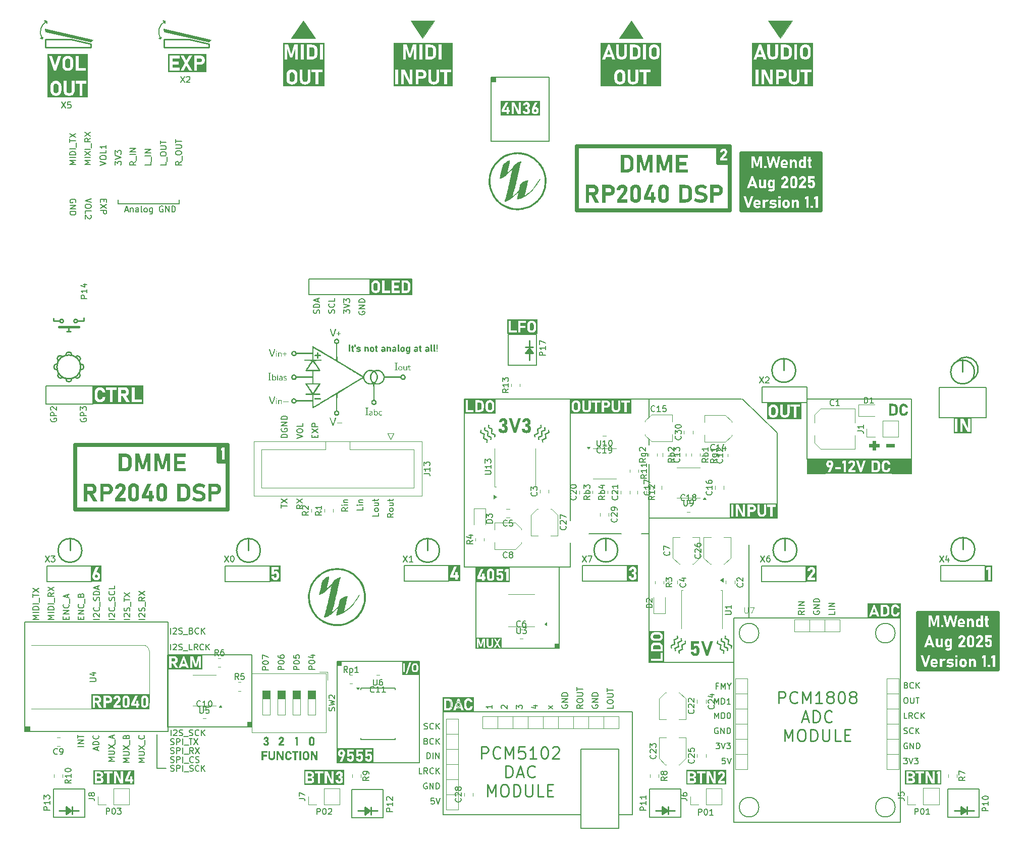
<source format=gbr>
%TF.GenerationSoftware,KiCad,Pcbnew,9.0.3*%
%TF.CreationDate,2025-08-21T10:37:57+02:00*%
%TF.ProjectId,RP2040_DSP,52503230-3430-45f4-9453-502e6b696361,V1.1*%
%TF.SameCoordinates,Original*%
%TF.FileFunction,Legend,Top*%
%TF.FilePolarity,Positive*%
%FSLAX46Y46*%
G04 Gerber Fmt 4.6, Leading zero omitted, Abs format (unit mm)*
G04 Created by KiCad (PCBNEW 9.0.3) date 2025-08-21 10:37:57*
%MOMM*%
%LPD*%
G01*
G04 APERTURE LIST*
%ADD10C,0.150000*%
%ADD11C,0.250000*%
%ADD12C,0.100000*%
%ADD13C,0.650000*%
%ADD14C,0.400000*%
%ADD15C,0.750000*%
%ADD16C,0.200000*%
%ADD17C,0.120000*%
%ADD18C,0.000000*%
G04 APERTURE END LIST*
D10*
X114650000Y-132550000D02*
X128450000Y-132550000D01*
X128450000Y-149550000D01*
X114650000Y-149550000D01*
X114650000Y-132550000D01*
D11*
X180049999Y-128850000D02*
G75*
G02*
X179803494Y-128370999I-46499J279000D01*
G01*
X149488987Y-93392868D02*
G75*
G02*
X149242480Y-93871904I-199987J-200032D01*
G01*
D10*
X167000000Y-108500000D02*
X167000000Y-99500000D01*
X85020074Y-28006999D02*
G75*
G02*
X85810460Y-25131203I1767766J1060659D01*
G01*
X153750000Y-116750000D02*
X153750000Y-112700000D01*
D11*
X189800000Y-113900000D02*
X189800000Y-111900000D01*
X179253501Y-130671005D02*
G75*
G02*
X179500001Y-131150000I46499J-278995D01*
G01*
D10*
X162325000Y-111125000D02*
X156950000Y-111125000D01*
D11*
X71100000Y-75450000D02*
G75*
G02*
X70500000Y-75450000I-300000J0D01*
G01*
X70500000Y-75450000D02*
G75*
G02*
X71100000Y-75450000I300000J0D01*
G01*
X173046499Y-129221006D02*
G75*
G02*
X172800002Y-129699989I-199999J-199994D01*
G01*
X93200000Y-28900000D02*
X93200000Y-29500000D01*
X85600000Y-29500000D01*
X85600000Y-28200000D01*
X89900000Y-28200000D01*
X93200000Y-28900000D01*
X180049999Y-128850000D02*
G75*
G02*
X180296507Y-129329002I46501J-279000D01*
G01*
X67650000Y-83650000D02*
G75*
G02*
X67650000Y-82650000I0J500000D01*
G01*
X69650000Y-76400000D02*
X69650000Y-77200000D01*
D12*
X196500000Y-101100000D02*
X193500000Y-101100000D01*
X193500000Y-98600000D01*
X196500000Y-98600000D01*
X196500000Y-101100000D01*
G36*
X196500000Y-101100000D02*
G01*
X193500000Y-101100000D01*
X193500000Y-98600000D01*
X196500000Y-98600000D01*
X196500000Y-101100000D01*
G37*
X211000000Y-101100000D02*
X207750000Y-101100000D01*
X207750000Y-98700000D01*
X211000000Y-98700000D01*
X211000000Y-101100000D01*
G36*
X211000000Y-101100000D02*
G01*
X207750000Y-101100000D01*
X207750000Y-98700000D01*
X211000000Y-98700000D01*
X211000000Y-101100000D01*
G37*
D11*
X69300000Y-77200000D02*
X70000000Y-77200000D01*
D10*
X185850000Y-116525000D02*
X193350000Y-116525000D01*
X193350000Y-119150000D01*
X185850000Y-119150000D01*
X185850000Y-116525000D01*
D11*
X140855508Y-94421434D02*
G75*
G02*
X141101968Y-94900390I46492J-278966D01*
G01*
D10*
X143350000Y-77675000D02*
X148100000Y-77675000D01*
X148100000Y-82900000D01*
X143350000Y-82900000D01*
X143350000Y-77675000D01*
X85051857Y-28092171D02*
X84737068Y-28007819D01*
X85195561Y-27800000D01*
X85051857Y-28092171D01*
G36*
X85051857Y-28092171D02*
G01*
X84737068Y-28007819D01*
X85195561Y-27800000D01*
X85051857Y-28092171D01*
G37*
D13*
X178600000Y-46100000D02*
X180500000Y-46100000D01*
X180500000Y-48900000D01*
X178600000Y-48900000D01*
X178600000Y-46100000D01*
D11*
X148342999Y-93942010D02*
G75*
G02*
X148096502Y-94420987I-199999J-199990D01*
G01*
X99800000Y-113950000D02*
X99800000Y-111950000D01*
X69150000Y-81150000D02*
G75*
G02*
X70150000Y-81150000I500000J0D01*
G01*
X219600000Y-84000000D02*
X219600000Y-82000000D01*
X172390992Y-128792439D02*
G75*
G02*
X172144505Y-129271361I-199992J-199961D01*
G01*
X121450000Y-157650000D02*
X118150000Y-157650000D01*
D10*
X185950000Y-86550000D02*
X193450000Y-86550000D01*
X193450000Y-89175000D01*
X185950000Y-89175000D01*
X185950000Y-86550000D01*
D11*
X120305944Y-157000000D02*
X120305944Y-158300000D01*
X139544490Y-95278566D02*
G75*
G02*
X139298030Y-94799611I-46490J278966D01*
G01*
X171744493Y-128371434D02*
G75*
G02*
X171498005Y-128850366I-199993J-199966D01*
G01*
D12*
X166000001Y-28000000D02*
X161999999Y-28000000D01*
X164000000Y-25000000D01*
X166000001Y-28000000D01*
G36*
X166000001Y-28000000D02*
G01*
X161999999Y-28000000D01*
X164000000Y-25000000D01*
X166000001Y-28000000D01*
G37*
D10*
X77900000Y-55100000D02*
X77900000Y-55800000D01*
D11*
X140352007Y-93450429D02*
G75*
G02*
X140598474Y-93929392I46493J-278971D01*
G01*
X68750000Y-75450000D02*
G75*
G02*
X68150000Y-75450000I-300000J0D01*
G01*
X68150000Y-75450000D02*
G75*
G02*
X68750000Y-75450000I300000J0D01*
G01*
X179253501Y-130671005D02*
G75*
G02*
X179006988Y-130191996I-46501J279005D01*
G01*
X149651495Y-94779424D02*
G75*
G02*
X149898001Y-94300385I200005J200024D01*
G01*
X172049999Y-131150000D02*
G75*
G02*
X172296500Y-130671005I200001J200000D01*
G01*
X172553500Y-130178995D02*
G75*
G02*
X172799998Y-129700009I200000J199995D01*
G01*
X191800000Y-113900000D02*
G75*
G02*
X187800000Y-113900000I-2000000J0D01*
G01*
X187800000Y-113900000D02*
G75*
G02*
X191800000Y-113900000I2000000J0D01*
G01*
X221650000Y-113800000D02*
G75*
G02*
X217650000Y-113800000I-2000000J0D01*
G01*
X217650000Y-113800000D02*
G75*
G02*
X221650000Y-113800000I2000000J0D01*
G01*
X140855508Y-94421434D02*
G75*
G02*
X140608956Y-93942387I-46508J279034D01*
G01*
X140199997Y-94850000D02*
G75*
G02*
X139953492Y-94371000I-46497J279000D01*
G01*
D12*
X62325000Y-143525000D02*
X63075000Y-143525000D01*
X63075000Y-144275000D01*
X62325000Y-144275000D01*
X62325000Y-143525000D01*
G36*
X62325000Y-143525000D02*
G01*
X63075000Y-143525000D01*
X63075000Y-144275000D01*
X62325000Y-144275000D01*
X62325000Y-143525000D01*
G37*
D11*
X149640993Y-94792439D02*
G75*
G02*
X149394505Y-95271362I-199993J-199961D01*
G01*
X171403500Y-130728995D02*
G75*
G02*
X171649999Y-130250009I200000J199995D01*
G01*
X140352007Y-93450429D02*
G75*
G02*
X140105461Y-92971388I-46507J279029D01*
G01*
D10*
X125900000Y-116475000D02*
X133400000Y-116475000D01*
X133400000Y-119100000D01*
X125900000Y-119100000D01*
X125900000Y-116475000D01*
X120150000Y-68350000D02*
X127190000Y-68350000D01*
X127190000Y-71050000D01*
X120150000Y-71050000D01*
X120150000Y-68350000D01*
X215700000Y-86562500D02*
X223550000Y-86562500D01*
X223550000Y-91637500D01*
X215700000Y-91637500D01*
X215700000Y-86562500D01*
D11*
X147550000Y-80855944D02*
X146250000Y-80855944D01*
X146900000Y-79968444D01*
X147550000Y-80855944D01*
G36*
X147550000Y-80855944D02*
G01*
X146250000Y-80855944D01*
X146900000Y-79968444D01*
X147550000Y-80855944D01*
G37*
X70150000Y-85150000D02*
G75*
G02*
X69150000Y-85150000I-500000J0D01*
G01*
X172400000Y-128800001D02*
G75*
G02*
X172153501Y-129278994I-200000J-199999D01*
G01*
D13*
X94800000Y-96250000D02*
X96300000Y-96250000D01*
X96300000Y-99050000D01*
X94800000Y-99050000D01*
X94800000Y-96250000D01*
D11*
X67100000Y-75450000D02*
X68150000Y-75450000D01*
D12*
X221600000Y-84000000D02*
G75*
G02*
X217600000Y-84000000I-2000000J0D01*
G01*
X217600000Y-84000000D02*
G75*
G02*
X221600000Y-84000000I2000000J0D01*
G01*
D11*
X129850000Y-113950000D02*
X129850000Y-111950000D01*
X179405507Y-129271434D02*
G75*
G02*
X179651969Y-129750390I46493J-278966D01*
G01*
X148492487Y-95321863D02*
G75*
G02*
X148738977Y-94842919I200013J199963D01*
G01*
D12*
X129000000Y-28000000D02*
X126999999Y-25000000D01*
X131000001Y-25000000D01*
X129000000Y-28000000D01*
G36*
X129000000Y-28000000D02*
G01*
X126999999Y-25000000D01*
X131000001Y-25000000D01*
X129000000Y-28000000D01*
G37*
D11*
X170087500Y-157600000D02*
X169200000Y-158250000D01*
X169200000Y-156950000D01*
X170087500Y-157600000D01*
G36*
X170087500Y-157600000D02*
G01*
X169200000Y-158250000D01*
X169200000Y-156950000D01*
X170087500Y-157600000D01*
G37*
D10*
X65950000Y-116525000D02*
X73450000Y-116525000D01*
X73450000Y-119150000D01*
X65950000Y-119150000D01*
X65950000Y-116525000D01*
D11*
X178750000Y-129700000D02*
G75*
G02*
X178996507Y-130179002I46500J-279000D01*
G01*
D12*
X111000001Y-28000000D02*
X106999999Y-28000000D01*
X109000000Y-25000000D01*
X111000001Y-28000000D01*
G36*
X111000001Y-28000000D02*
G01*
X106999999Y-28000000D01*
X109000000Y-25000000D01*
X111000001Y-28000000D01*
G37*
D10*
X153750000Y-88500000D02*
X136000000Y-88500000D01*
D11*
X67100000Y-75000000D02*
X67100000Y-75450000D01*
X139696500Y-93878995D02*
G75*
G02*
X139943012Y-94358003I46500J-279005D01*
G01*
X101800000Y-113950000D02*
G75*
G02*
X97800000Y-113950000I-2000000J0D01*
G01*
X97800000Y-113950000D02*
G75*
G02*
X101800000Y-113950000I2000000J0D01*
G01*
D10*
X167000000Y-132750000D02*
X181200000Y-132750000D01*
X167000000Y-96275000D02*
X167000000Y-95275000D01*
X122362500Y-158800000D02*
X117137500Y-158800000D01*
X117137501Y-154050000D01*
X122362499Y-154050000D01*
X122362500Y-158800000D01*
D11*
X67850000Y-82107106D02*
G75*
G02*
X68557106Y-81400000I353553J353553D01*
G01*
D10*
X136000000Y-88500000D02*
X136000000Y-116750000D01*
D11*
X171896499Y-129771005D02*
G75*
G02*
X171650003Y-130249990I-199999J-199995D01*
G01*
X171350000Y-157600000D02*
X168050000Y-157600000D01*
X148353501Y-93928995D02*
G75*
G02*
X148599998Y-93450010I199999J199995D01*
G01*
X170747993Y-130300429D02*
G75*
G02*
X170994502Y-129821380I200007J200029D01*
G01*
D10*
X183750000Y-113000000D02*
X183750000Y-125250000D01*
D11*
X172542998Y-130192010D02*
G75*
G02*
X172296503Y-130670986I-199998J-199990D01*
G01*
D13*
X154900000Y-46100000D02*
X180500000Y-46100000D01*
X180500000Y-56900000D01*
X154900000Y-56900000D01*
X154900000Y-46100000D01*
D10*
X222374999Y-158759992D02*
X217149999Y-158759992D01*
X217150000Y-154009993D01*
X222374998Y-154009992D01*
X222374999Y-158759992D01*
X188500000Y-108500000D02*
X167000000Y-108500000D01*
X65170074Y-28006999D02*
G75*
G02*
X65960460Y-25131203I1767766J1060659D01*
G01*
D11*
X149502007Y-93399571D02*
G75*
G02*
X149255498Y-93878620I-200007J-200029D01*
G01*
D13*
X212100000Y-124450000D02*
X225500000Y-124450000D01*
X225500000Y-133950000D01*
X212100000Y-133950000D01*
X212100000Y-124450000D01*
D11*
X72150000Y-74950000D02*
X72150000Y-75450000D01*
D10*
X167000000Y-91525000D02*
X167000000Y-88525000D01*
D11*
X149147994Y-95750429D02*
G75*
G02*
X149394502Y-95271381I200006J200029D01*
G01*
X139696496Y-93878995D02*
G75*
G02*
X139943011Y-94358006I46504J-279005D01*
G01*
X171887491Y-129763444D02*
G75*
G02*
X171641006Y-130242357I-199991J-199956D01*
G01*
X148998506Y-94370576D02*
G75*
G02*
X148751999Y-94849615I-200006J-200024D01*
G01*
X171251494Y-129329424D02*
G75*
G02*
X171498001Y-128850385I200006J200024D01*
G01*
X220237500Y-157600000D02*
X219350000Y-158250000D01*
X219350000Y-156950000D01*
X220237500Y-157600000D01*
G36*
X220237500Y-157600000D02*
G01*
X219350000Y-158250000D01*
X219350000Y-156950000D01*
X220237500Y-157600000D01*
G37*
X71650000Y-83150000D02*
G75*
G02*
X67650000Y-83150000I-2000000J0D01*
G01*
X67650000Y-83150000D02*
G75*
G02*
X71650000Y-83150000I2000000J0D01*
G01*
X221600000Y-84000000D02*
G75*
G02*
X217600000Y-84000000I-2000000J0D01*
G01*
X217600000Y-84000000D02*
G75*
G02*
X221600000Y-84000000I2000000J0D01*
G01*
X71650000Y-82650000D02*
G75*
G02*
X71650000Y-83650000I0J-500000D01*
G01*
D10*
X172324999Y-158709992D02*
X167099999Y-158709992D01*
X167100000Y-153959993D01*
X172324998Y-153959992D01*
X172324999Y-158709992D01*
D11*
X131850000Y-113950000D02*
G75*
G02*
X127850000Y-113950000I-2000000J0D01*
G01*
X127850000Y-113950000D02*
G75*
G02*
X131850000Y-113950000I2000000J0D01*
G01*
X73350000Y-28900000D02*
X73350000Y-29500000D01*
X65750000Y-29500000D01*
X65750000Y-28200000D01*
X70050000Y-28200000D01*
X73350000Y-28900000D01*
X220355944Y-156950000D02*
X220355944Y-158250000D01*
X70742894Y-81442894D02*
G75*
G02*
X71449906Y-82149906I353506J-353506D01*
G01*
X171240992Y-129342439D02*
G75*
G02*
X170994505Y-129821361I-199992J-199961D01*
G01*
X146900000Y-78705944D02*
X146900000Y-82005943D01*
D14*
X68000000Y-76400000D02*
X71300000Y-76400000D01*
D11*
X221500000Y-157600000D02*
X218200000Y-157600000D01*
D10*
X167000000Y-111125000D02*
X165725000Y-111125000D01*
D11*
X140200001Y-94850000D02*
G75*
G02*
X140446506Y-95329001I46499J-279000D01*
G01*
X178750000Y-129700000D02*
G75*
G02*
X178503494Y-129220998I-46500J279000D01*
G01*
D10*
X140500000Y-34500000D02*
X150250000Y-34500000D01*
X150250000Y-45250000D01*
X140500000Y-45250000D01*
X140500000Y-34500000D01*
X182625000Y-88500000D02*
X188500000Y-94250000D01*
D11*
X139040989Y-94307561D02*
G75*
G02*
X139287549Y-94786617I46511J-279039D01*
G01*
X68657106Y-84907106D02*
G75*
G02*
X67950094Y-84200094I-353506J353506D01*
G01*
D10*
X155850000Y-116475000D02*
X163350000Y-116475000D01*
X163350000Y-119100000D01*
X155850000Y-119100000D01*
X155850000Y-116475000D01*
D12*
X93500000Y-28300000D02*
X93200000Y-28568285D01*
X85600000Y-26868285D01*
X85500000Y-26400000D01*
X93500000Y-28300000D01*
G36*
X93500000Y-28300000D02*
G01*
X93200000Y-28568285D01*
X85600000Y-26868285D01*
X85500000Y-26400000D01*
X93500000Y-28300000D01*
G37*
D11*
X180553500Y-129821005D02*
G75*
G02*
X180800001Y-130300001I46500J-278995D01*
G01*
D10*
X153750000Y-88500000D02*
X182500000Y-88500000D01*
D11*
X179405507Y-129271434D02*
G75*
G02*
X179158956Y-128792387I-46507J279034D01*
G01*
X218653847Y-82198418D02*
G75*
G02*
X221069169Y-85361743I1531653J-1334282D01*
G01*
D10*
X109950000Y-68350000D02*
X120150000Y-68350000D01*
X120150000Y-71050000D01*
X109950000Y-71050000D01*
X109950000Y-68350000D01*
D11*
X191600000Y-83750000D02*
G75*
G02*
X187600000Y-83750000I-2000000J0D01*
G01*
X187600000Y-83750000D02*
G75*
G02*
X191600000Y-83750000I2000000J0D01*
G01*
D12*
X151150000Y-129600000D02*
X151900000Y-129600000D01*
X151900000Y-130350000D01*
X151150000Y-130350000D01*
X151150000Y-129600000D01*
G36*
X151150000Y-129600000D02*
G01*
X151900000Y-129600000D01*
X151900000Y-130350000D01*
X151150000Y-130350000D01*
X151150000Y-129600000D01*
G37*
D10*
X86250000Y-131500000D02*
X100357500Y-131500000D01*
X100357500Y-143550000D01*
X86250000Y-143550000D01*
X86250000Y-131500000D01*
D11*
X140200001Y-94850000D02*
G75*
G02*
X139953494Y-94370998I-46501J279000D01*
G01*
X148846500Y-92971005D02*
G75*
G02*
X148600002Y-93449991I-200000J-199995D01*
G01*
X139696500Y-93878995D02*
G75*
G02*
X139449999Y-93399999I-46500J278995D01*
G01*
X159750000Y-113900000D02*
X159750000Y-111900000D01*
D10*
X65960465Y-25131201D02*
X65960460Y-25500001D01*
X65599004Y-25059694D01*
X65960465Y-25131201D01*
G36*
X65960465Y-25131201D02*
G01*
X65960460Y-25500001D01*
X65599004Y-25059694D01*
X65960465Y-25131201D01*
G37*
X95900000Y-116525000D02*
X103400000Y-116525000D01*
X103400000Y-119150000D01*
X95900000Y-119150000D01*
X95900000Y-116525000D01*
D11*
X219650000Y-113800000D02*
X219650000Y-111800000D01*
D13*
X70700000Y-96250000D02*
X96300000Y-96250000D01*
X96300000Y-107050000D01*
X70700000Y-107050000D01*
X70700000Y-96250000D01*
D11*
X148995988Y-94350858D02*
G75*
G02*
X149242477Y-93871923I200012J199958D01*
G01*
D10*
X188500000Y-94250000D02*
X188500000Y-108500000D01*
X136000000Y-116750000D02*
X153750000Y-116750000D01*
D12*
X189000000Y-28000000D02*
X186999999Y-25000000D01*
X191000001Y-25000000D01*
X189000000Y-28000000D01*
G36*
X189000000Y-28000000D02*
G01*
X186999999Y-25000000D01*
X191000001Y-25000000D01*
X189000000Y-28000000D01*
G37*
D11*
X189600000Y-83750000D02*
X189600000Y-81750000D01*
X171907001Y-129757990D02*
G75*
G02*
X172153498Y-129279013I199999J199990D01*
G01*
D10*
X72324999Y-158759992D02*
X67099999Y-158759992D01*
X67100000Y-154009993D01*
X72324998Y-154009992D01*
X72324999Y-158759992D01*
X153750000Y-108925000D02*
X153750000Y-88500000D01*
X215900000Y-116500000D02*
X223400000Y-116500000D01*
X223400000Y-119125000D01*
X215900000Y-119125000D01*
X215900000Y-116500000D01*
D11*
X148505507Y-95328566D02*
G75*
G02*
X148751995Y-94849634I199993J199966D01*
G01*
X180553500Y-129821005D02*
G75*
G02*
X180306988Y-129341997I-46500J279005D01*
G01*
X179909008Y-130242439D02*
G75*
G02*
X180155463Y-130721389I46492J-278961D01*
G01*
D12*
X140500000Y-34500000D02*
X141250000Y-34500000D01*
X141250000Y-35250000D01*
X140500000Y-35250000D01*
X140500000Y-34500000D01*
G36*
X140500000Y-34500000D02*
G01*
X141250000Y-34500000D01*
X141250000Y-35250000D01*
X140500000Y-35250000D01*
X140500000Y-34500000D01*
G37*
D10*
X193500000Y-88500000D02*
X211000000Y-88500000D01*
X211000000Y-98600000D01*
X193500000Y-98600000D01*
X193500000Y-88500000D01*
D11*
X139696496Y-93878995D02*
G75*
G02*
X139449998Y-93400002I-46496J278995D01*
G01*
D10*
X84450000Y-144850000D02*
X84450000Y-150550000D01*
X77900000Y-55800000D02*
X88200000Y-55800000D01*
D11*
X71407106Y-84192894D02*
G75*
G02*
X70700000Y-84900000I-353553J-353553D01*
G01*
X148985486Y-94363873D02*
G75*
G02*
X148738981Y-94842900I-199986J-200027D01*
G01*
D10*
X65201857Y-28092171D02*
X64887068Y-28007819D01*
X65345561Y-27800000D01*
X65201857Y-28092171D01*
G36*
X65201857Y-28092171D02*
G01*
X64887068Y-28007819D01*
X65345561Y-27800000D01*
X65201857Y-28092171D01*
G37*
D11*
X171897993Y-129750429D02*
G75*
G02*
X172144502Y-129271380I200007J200029D01*
G01*
X70205944Y-156950000D02*
X70205944Y-158250000D01*
X147850000Y-94900000D02*
G75*
G02*
X148096499Y-94421006I200000J200000D01*
G01*
X161750000Y-113900000D02*
G75*
G02*
X157750000Y-113900000I-2000000J0D01*
G01*
X157750000Y-113900000D02*
G75*
G02*
X161750000Y-113900000I2000000J0D01*
G01*
X170205944Y-156950000D02*
X170205944Y-158250000D01*
D10*
X65775000Y-86325000D02*
X73725000Y-86325000D01*
X73725000Y-89350000D01*
X65775000Y-89350000D01*
X65775000Y-86325000D01*
D11*
X171394492Y-130721434D02*
G75*
G02*
X171641002Y-130242376I200008J200034D01*
G01*
X139544490Y-95278566D02*
G75*
G02*
X139791043Y-95757615I46510J-279034D01*
G01*
X179909008Y-130242439D02*
G75*
G02*
X179662450Y-129763385I-46508J279039D01*
G01*
X149009008Y-94357561D02*
G75*
G02*
X149255495Y-93878639I199992J199961D01*
G01*
X139040989Y-94307561D02*
G75*
G02*
X138794536Y-93828613I-46489J278961D01*
G01*
D10*
X84450000Y-150550000D02*
X85950000Y-150550000D01*
D11*
X179394492Y-129278566D02*
G75*
G02*
X179641044Y-129757613I46508J-279034D01*
G01*
D10*
X167000000Y-108500000D02*
X167000000Y-132750000D01*
D11*
X179897993Y-130249571D02*
G75*
G02*
X180144539Y-130728612I46507J-279029D01*
G01*
D13*
X182500000Y-47300000D02*
X195800000Y-47300000D01*
X195800000Y-56900000D01*
X182500000Y-56900000D01*
X182500000Y-47300000D01*
D12*
X99625000Y-142725000D02*
X100375000Y-142725000D01*
X100375000Y-143475000D01*
X99625000Y-143475000D01*
X99625000Y-142725000D01*
G36*
X99625000Y-142725000D02*
G01*
X100375000Y-142725000D01*
X100375000Y-143475000D01*
X99625000Y-143475000D01*
X99625000Y-142725000D01*
G37*
D11*
X72150000Y-75450000D02*
X71100000Y-75450000D01*
D12*
X73650000Y-28300000D02*
X73350000Y-28568285D01*
X65750000Y-26868285D01*
X65650000Y-26400000D01*
X73650000Y-28300000D01*
G36*
X73650000Y-28300000D02*
G01*
X73350000Y-28568285D01*
X65750000Y-26868285D01*
X65650000Y-26400000D01*
X73650000Y-28300000D01*
G37*
D10*
X137950000Y-116750000D02*
X151900000Y-116750000D01*
X151900000Y-130350000D01*
X137950000Y-130350000D01*
X137950000Y-116750000D01*
X85810465Y-25131201D02*
X85810460Y-25500001D01*
X85449004Y-25059694D01*
X85810465Y-25131201D01*
G36*
X85810465Y-25131201D02*
G01*
X85810460Y-25500001D01*
X85449004Y-25059694D01*
X85810465Y-25131201D01*
G37*
D11*
X120187500Y-157650000D02*
X119300000Y-158300000D01*
X119300000Y-157000000D01*
X120187500Y-157650000D01*
G36*
X120187500Y-157650000D02*
G01*
X119300000Y-158300000D01*
X119300000Y-157000000D01*
X120187500Y-157650000D01*
G37*
X179394492Y-129278566D02*
G75*
G02*
X179148032Y-128799610I-46492J278966D01*
G01*
D10*
X88200000Y-55800000D02*
X88200000Y-55100000D01*
D11*
X179897993Y-130249571D02*
G75*
G02*
X179651526Y-129770608I-46493J278971D01*
G01*
X70087500Y-157600000D02*
X69200000Y-158250000D01*
X69200000Y-156950000D01*
X70087500Y-157600000D01*
G36*
X70087500Y-157600000D02*
G01*
X69200000Y-158250000D01*
X69200000Y-156950000D01*
X70087500Y-157600000D01*
G37*
X71350000Y-157600000D02*
X68050000Y-157600000D01*
X146250000Y-79850000D02*
X147550000Y-79850000D01*
X150144494Y-93821434D02*
G75*
G02*
X149898004Y-94300366I-199994J-199966D01*
G01*
X140199997Y-94850000D02*
G75*
G02*
X140446505Y-95329004I46503J-279000D01*
G01*
D12*
X114625000Y-132525000D02*
X115375000Y-132525000D01*
X115375000Y-133275000D01*
X114625000Y-133275000D01*
X114625000Y-132525000D01*
G36*
X114625000Y-132525000D02*
G01*
X115375000Y-132525000D01*
X115375000Y-133275000D01*
X114625000Y-133275000D01*
X114625000Y-132525000D01*
G37*
D11*
X71850000Y-113950000D02*
G75*
G02*
X67850000Y-113950000I-2000000J0D01*
G01*
X67850000Y-113950000D02*
G75*
G02*
X71850000Y-113950000I2000000J0D01*
G01*
X69850000Y-113950000D02*
X69850000Y-111950000D01*
D10*
X70797561Y-55560588D02*
X70845180Y-55465350D01*
X70845180Y-55465350D02*
X70845180Y-55322493D01*
X70845180Y-55322493D02*
X70797561Y-55179636D01*
X70797561Y-55179636D02*
X70702323Y-55084398D01*
X70702323Y-55084398D02*
X70607085Y-55036779D01*
X70607085Y-55036779D02*
X70416609Y-54989160D01*
X70416609Y-54989160D02*
X70273752Y-54989160D01*
X70273752Y-54989160D02*
X70083276Y-55036779D01*
X70083276Y-55036779D02*
X69988038Y-55084398D01*
X69988038Y-55084398D02*
X69892800Y-55179636D01*
X69892800Y-55179636D02*
X69845180Y-55322493D01*
X69845180Y-55322493D02*
X69845180Y-55417731D01*
X69845180Y-55417731D02*
X69892800Y-55560588D01*
X69892800Y-55560588D02*
X69940419Y-55608207D01*
X69940419Y-55608207D02*
X70273752Y-55608207D01*
X70273752Y-55608207D02*
X70273752Y-55417731D01*
X69845180Y-56036779D02*
X70845180Y-56036779D01*
X70845180Y-56036779D02*
X69845180Y-56608207D01*
X69845180Y-56608207D02*
X70845180Y-56608207D01*
X69845180Y-57084398D02*
X70845180Y-57084398D01*
X70845180Y-57084398D02*
X70845180Y-57322493D01*
X70845180Y-57322493D02*
X70797561Y-57465350D01*
X70797561Y-57465350D02*
X70702323Y-57560588D01*
X70702323Y-57560588D02*
X70607085Y-57608207D01*
X70607085Y-57608207D02*
X70416609Y-57655826D01*
X70416609Y-57655826D02*
X70273752Y-57655826D01*
X70273752Y-57655826D02*
X70083276Y-57608207D01*
X70083276Y-57608207D02*
X69988038Y-57560588D01*
X69988038Y-57560588D02*
X69892800Y-57465350D01*
X69892800Y-57465350D02*
X69845180Y-57322493D01*
X69845180Y-57322493D02*
X69845180Y-57084398D01*
D12*
G36*
X147405552Y-75758519D02*
G01*
X147486601Y-75790467D01*
X147554297Y-75842374D01*
X147604815Y-75912711D01*
X147635653Y-75996330D01*
X147646458Y-76095771D01*
X147646458Y-76677801D01*
X147635660Y-76777153D01*
X147604815Y-76860861D01*
X147554297Y-76931198D01*
X147486601Y-76983105D01*
X147405560Y-77014960D01*
X147309037Y-77026092D01*
X147212496Y-77014964D01*
X147131350Y-76983105D01*
X147063754Y-76931207D01*
X147013259Y-76860861D01*
X146982413Y-76777153D01*
X146971615Y-76677801D01*
X146971615Y-76095771D01*
X146982420Y-75996330D01*
X147013259Y-75912711D01*
X147063754Y-75842365D01*
X147131350Y-75790467D01*
X147212503Y-75758516D01*
X147309037Y-75747358D01*
X147405552Y-75758519D01*
G37*
G36*
X148256782Y-77622738D02*
G01*
X143233029Y-77622738D01*
X143233029Y-77380000D01*
X143455251Y-77380000D01*
X143621947Y-77380000D01*
X144786008Y-77380000D01*
X145059438Y-77380000D01*
X145433740Y-77380000D01*
X145433740Y-76591706D01*
X146213852Y-76591706D01*
X146213852Y-76230959D01*
X145433740Y-76230959D01*
X145433740Y-76105296D01*
X146583513Y-76105296D01*
X146583513Y-76668154D01*
X146594064Y-76811595D01*
X146624451Y-76938955D01*
X146673639Y-77052836D01*
X146742351Y-77155481D01*
X146826823Y-77240574D01*
X146928506Y-77309658D01*
X147041461Y-77359299D01*
X147167448Y-77389904D01*
X147309037Y-77400516D01*
X147450625Y-77389904D01*
X147576612Y-77359299D01*
X147689567Y-77309658D01*
X147791242Y-77240570D01*
X147875671Y-77155477D01*
X147944312Y-77052836D01*
X147993569Y-76938948D01*
X148023995Y-76811589D01*
X148034560Y-76668154D01*
X148034560Y-76105296D01*
X148023993Y-75961861D01*
X147993565Y-75834546D01*
X147944312Y-75720736D01*
X147875659Y-75618026D01*
X147791229Y-75532937D01*
X147689567Y-75463914D01*
X147576612Y-75414273D01*
X147450625Y-75383668D01*
X147309037Y-75373056D01*
X147167448Y-75383668D01*
X147041461Y-75414273D01*
X146928506Y-75463914D01*
X146826836Y-75532933D01*
X146742363Y-75618022D01*
X146673639Y-75720736D01*
X146624455Y-75834539D01*
X146594066Y-75961855D01*
X146584214Y-76095771D01*
X146583513Y-76105296D01*
X145433740Y-76105296D01*
X145433740Y-75754197D01*
X146364183Y-75754197D01*
X146364183Y-75393450D01*
X145433740Y-75393450D01*
X145059438Y-75393450D01*
X145059438Y-77380000D01*
X144786008Y-77380000D01*
X144786008Y-77019253D01*
X143829553Y-77019253D01*
X143829553Y-75393450D01*
X143455251Y-75393450D01*
X143455251Y-77380000D01*
X143233029Y-77380000D01*
X143233029Y-75150834D01*
X148256782Y-75150834D01*
X148256782Y-77622738D01*
G37*
D10*
X95790476Y-114854819D02*
X96457142Y-115854819D01*
X96457142Y-114854819D02*
X95790476Y-115854819D01*
X97028571Y-114854819D02*
X97123809Y-114854819D01*
X97123809Y-114854819D02*
X97219047Y-114902438D01*
X97219047Y-114902438D02*
X97266666Y-114950057D01*
X97266666Y-114950057D02*
X97314285Y-115045295D01*
X97314285Y-115045295D02*
X97361904Y-115235771D01*
X97361904Y-115235771D02*
X97361904Y-115473866D01*
X97361904Y-115473866D02*
X97314285Y-115664342D01*
X97314285Y-115664342D02*
X97266666Y-115759580D01*
X97266666Y-115759580D02*
X97219047Y-115807200D01*
X97219047Y-115807200D02*
X97123809Y-115854819D01*
X97123809Y-115854819D02*
X97028571Y-115854819D01*
X97028571Y-115854819D02*
X96933333Y-115807200D01*
X96933333Y-115807200D02*
X96885714Y-115759580D01*
X96885714Y-115759580D02*
X96838095Y-115664342D01*
X96838095Y-115664342D02*
X96790476Y-115473866D01*
X96790476Y-115473866D02*
X96790476Y-115235771D01*
X96790476Y-115235771D02*
X96838095Y-115045295D01*
X96838095Y-115045295D02*
X96885714Y-114950057D01*
X96885714Y-114950057D02*
X96933333Y-114902438D01*
X96933333Y-114902438D02*
X97028571Y-114854819D01*
D12*
G36*
X195129022Y-119182444D02*
G01*
X193320575Y-119182444D01*
X193320575Y-117384029D01*
X193565019Y-117384029D01*
X193565019Y-117385506D01*
X193987364Y-117385506D01*
X193987364Y-117384029D01*
X194002968Y-117304321D01*
X194028847Y-117242111D01*
X194063934Y-117193947D01*
X194109759Y-117157140D01*
X194164037Y-117134850D01*
X194229299Y-117127049D01*
X194326082Y-117140177D01*
X194391574Y-117175140D01*
X194433736Y-117231823D01*
X194448666Y-117311892D01*
X194448666Y-117314847D01*
X194442102Y-117375606D01*
X194420859Y-117444882D01*
X194387757Y-117512938D01*
X194342005Y-117580962D01*
X193592020Y-118566836D01*
X193592020Y-118938000D01*
X194884578Y-118938000D01*
X194884578Y-118541178D01*
X194137549Y-118541178D01*
X194675555Y-117861988D01*
X194758183Y-117736753D01*
X194820635Y-117596679D01*
X194859664Y-117448791D01*
X194872488Y-117301414D01*
X194872488Y-117299936D01*
X194863449Y-117181688D01*
X194837740Y-117079903D01*
X194796590Y-116991775D01*
X194738875Y-116914005D01*
X194665888Y-116849436D01*
X194575611Y-116797260D01*
X194476781Y-116761304D01*
X194361295Y-116738462D01*
X194226209Y-116730362D01*
X194101971Y-116739418D01*
X193991527Y-116765506D01*
X193892659Y-116807738D01*
X193803362Y-116866865D01*
X193727316Y-116941262D01*
X193663486Y-117032478D01*
X193616009Y-117133743D01*
X193582824Y-117250070D01*
X193565019Y-117384029D01*
X193320575Y-117384029D01*
X193320575Y-116485918D01*
X195129022Y-116485918D01*
X195129022Y-119182444D01*
G37*
G36*
X128957810Y-33715188D02*
G01*
X129025868Y-33743715D01*
X129082337Y-33789806D01*
X129124939Y-33853013D01*
X129150931Y-33927626D01*
X129160049Y-34016045D01*
X129150766Y-34102847D01*
X129124175Y-34176635D01*
X129080934Y-34239022D01*
X129024188Y-34285018D01*
X128956351Y-34313594D01*
X128876574Y-34323486D01*
X128336797Y-34323486D01*
X128336797Y-33705246D01*
X128876574Y-33705246D01*
X128957810Y-33715188D01*
G37*
G36*
X130436899Y-29519104D02*
G01*
X130553405Y-29557070D01*
X130643824Y-29616224D01*
X130712554Y-29697989D01*
X130755027Y-29800644D01*
X130770220Y-29930534D01*
X130770220Y-30661431D01*
X130755030Y-30791218D01*
X130712562Y-30893827D01*
X130643824Y-30975588D01*
X130553405Y-31034743D01*
X130436899Y-31072708D01*
X130286924Y-31086566D01*
X129923155Y-31086566D01*
X129923155Y-29505246D01*
X130286924Y-29505246D01*
X130436899Y-29519104D01*
G37*
G36*
X134063481Y-36040923D02*
G01*
X124144875Y-36040923D01*
X124144875Y-35737500D01*
X124422653Y-35737500D01*
X124907781Y-35737500D01*
X124907781Y-35735820D01*
X125419164Y-35735820D01*
X125866586Y-35735820D01*
X125866586Y-33945590D01*
X126746166Y-35735820D01*
X127321663Y-35735820D01*
X127321663Y-34323486D01*
X127868920Y-34323486D01*
X127868920Y-35737500D01*
X128336797Y-35737500D01*
X128336797Y-34839144D01*
X129979178Y-34839144D01*
X129991915Y-35031509D01*
X130027971Y-35196628D01*
X130085118Y-35338773D01*
X130167031Y-35466691D01*
X130269418Y-35571272D01*
X130394238Y-35654762D01*
X130533645Y-35713282D01*
X130695595Y-35750134D01*
X130884403Y-35763145D01*
X131073107Y-35750152D01*
X131235338Y-35713316D01*
X131375331Y-35654762D01*
X131500783Y-35571242D01*
X131603721Y-35466651D01*
X131686130Y-35338773D01*
X131743704Y-35196582D01*
X131780011Y-35031466D01*
X131792834Y-34839144D01*
X131792834Y-33705246D01*
X131965330Y-33705246D01*
X132641578Y-33705246D01*
X132641578Y-35737500D01*
X133109455Y-35737500D01*
X133109455Y-33705246D01*
X133785703Y-33705246D01*
X133785703Y-33254313D01*
X131965330Y-33254313D01*
X131965330Y-33705246D01*
X131792834Y-33705246D01*
X131792834Y-33254313D01*
X131324956Y-33254313D01*
X131324956Y-34851203D01*
X131310820Y-34988962D01*
X131271705Y-35097171D01*
X131209704Y-35182458D01*
X131125866Y-35246016D01*
X131019625Y-35285915D01*
X130884403Y-35300305D01*
X130750335Y-35285937D01*
X130644883Y-35246063D01*
X130561544Y-35182458D01*
X130500074Y-35097243D01*
X130461249Y-34989035D01*
X130447208Y-34851203D01*
X130447208Y-33254313D01*
X129979178Y-33254313D01*
X129979178Y-34839144D01*
X128336797Y-34839144D01*
X128336797Y-34774267D01*
X128864515Y-34774267D01*
X129017071Y-34763265D01*
X129152532Y-34731596D01*
X129273621Y-34680386D01*
X129383167Y-34608738D01*
X129473929Y-34520724D01*
X129547631Y-34414924D01*
X129600832Y-34296916D01*
X129633638Y-34164896D01*
X129645023Y-34016045D01*
X129633651Y-33867188D01*
X129600856Y-33734898D01*
X129547631Y-33616403D01*
X129473905Y-33509964D01*
X129383134Y-33421345D01*
X129273621Y-33349110D01*
X129152480Y-33297383D01*
X129017024Y-33265415D01*
X128864515Y-33254313D01*
X128336797Y-33254313D01*
X127868920Y-33254313D01*
X127868920Y-34323486D01*
X127321663Y-34323486D01*
X127321663Y-33254313D01*
X126874241Y-33254313D01*
X126874241Y-35072565D01*
X125991303Y-33254313D01*
X125419164Y-33254313D01*
X125419164Y-35735820D01*
X124907781Y-35735820D01*
X124907781Y-33254313D01*
X124422653Y-33254313D01*
X124422653Y-35737500D01*
X124144875Y-35737500D01*
X124144875Y-31537500D01*
X125767210Y-31537500D01*
X126192498Y-31537500D01*
X126192498Y-29807157D01*
X126650148Y-31260894D01*
X127063376Y-31260894D01*
X127521179Y-29773697D01*
X127521179Y-31537500D01*
X127946314Y-31537500D01*
X128458766Y-31537500D01*
X128943894Y-31537500D01*
X128943894Y-31086566D01*
X129455277Y-31086566D01*
X129455277Y-31537500D01*
X129690972Y-31537500D01*
X130275017Y-31537500D01*
X131682772Y-31537500D01*
X132167899Y-31537500D01*
X132167899Y-29054313D01*
X131682772Y-29054313D01*
X131682772Y-31537500D01*
X130275017Y-31537500D01*
X130485688Y-31524005D01*
X130663834Y-31486089D01*
X130814641Y-31426522D01*
X130951246Y-31341142D01*
X131060370Y-31237970D01*
X131145132Y-31115723D01*
X131205153Y-30978548D01*
X131242373Y-30823684D01*
X131255347Y-30647692D01*
X131255347Y-29944120D01*
X131241681Y-29759186D01*
X131202854Y-29600084D01*
X131140858Y-29462504D01*
X131053502Y-29340549D01*
X130943178Y-29239733D01*
X130807009Y-29158574D01*
X130657156Y-29102519D01*
X130481908Y-29066933D01*
X130276696Y-29054313D01*
X129923155Y-29054313D01*
X129455277Y-29054313D01*
X129455277Y-31086566D01*
X128943894Y-31086566D01*
X128943894Y-29054313D01*
X128458766Y-29054313D01*
X128458766Y-31537500D01*
X127946314Y-31537500D01*
X127946314Y-29054313D01*
X127329906Y-29054313D01*
X126856839Y-30727987D01*
X126383771Y-29054313D01*
X125767210Y-29054313D01*
X125767210Y-31537500D01*
X124144875Y-31537500D01*
X124144875Y-28776535D01*
X134063481Y-28776535D01*
X134063481Y-36040923D01*
G37*
G36*
X189407810Y-33715188D02*
G01*
X189475868Y-33743715D01*
X189532337Y-33789806D01*
X189574939Y-33853013D01*
X189600931Y-33927626D01*
X189610049Y-34016045D01*
X189600766Y-34102847D01*
X189574175Y-34176635D01*
X189530934Y-34239022D01*
X189474188Y-34285018D01*
X189406351Y-34313594D01*
X189326574Y-34323486D01*
X188786797Y-34323486D01*
X188786797Y-33705246D01*
X189326574Y-33705246D01*
X189407810Y-33715188D01*
G37*
G36*
X193325185Y-29510649D02*
G01*
X193426496Y-29550584D01*
X193511116Y-29615468D01*
X193574263Y-29703388D01*
X193612812Y-29807913D01*
X193626317Y-29932213D01*
X193626317Y-30659752D01*
X193612820Y-30783941D01*
X193574263Y-30888577D01*
X193511116Y-30976497D01*
X193426496Y-31041381D01*
X193325194Y-31081200D01*
X193204541Y-31095115D01*
X193083865Y-31081205D01*
X192982432Y-31041381D01*
X192897937Y-30976509D01*
X192834818Y-30888577D01*
X192796261Y-30783941D01*
X192782764Y-30659752D01*
X192782764Y-29932213D01*
X192796269Y-29807913D01*
X192834818Y-29703388D01*
X192897937Y-29615456D01*
X192982432Y-29550584D01*
X193083874Y-29510645D01*
X193204541Y-29496698D01*
X193325185Y-29510649D01*
G37*
G36*
X185894211Y-30688756D02*
G01*
X185300449Y-30688756D01*
X185597292Y-29841691D01*
X185894211Y-30688756D01*
G37*
G36*
X190106544Y-29519104D02*
G01*
X190223050Y-29557070D01*
X190313468Y-29616224D01*
X190382199Y-29697989D01*
X190424671Y-29800644D01*
X190439864Y-29930534D01*
X190439864Y-30661431D01*
X190424675Y-30791218D01*
X190382206Y-30893827D01*
X190313468Y-30975588D01*
X190223050Y-31034743D01*
X190106544Y-31072708D01*
X189956569Y-31086566D01*
X189592799Y-31086566D01*
X189592799Y-29505246D01*
X189956569Y-29505246D01*
X190106544Y-29519104D01*
G37*
G36*
X194513481Y-36040923D02*
G01*
X184221489Y-36040923D01*
X184221489Y-35737500D01*
X184872653Y-35737500D01*
X185357781Y-35737500D01*
X185357781Y-35735820D01*
X185869164Y-35735820D01*
X186316586Y-35735820D01*
X186316586Y-33945590D01*
X187196166Y-35735820D01*
X187771663Y-35735820D01*
X187771663Y-34323486D01*
X188318920Y-34323486D01*
X188318920Y-35737500D01*
X188786797Y-35737500D01*
X188786797Y-34839144D01*
X190429178Y-34839144D01*
X190441915Y-35031509D01*
X190477971Y-35196628D01*
X190535118Y-35338773D01*
X190617031Y-35466691D01*
X190719418Y-35571272D01*
X190844238Y-35654762D01*
X190983645Y-35713282D01*
X191145595Y-35750134D01*
X191334403Y-35763145D01*
X191523107Y-35750152D01*
X191685338Y-35713316D01*
X191825331Y-35654762D01*
X191950783Y-35571242D01*
X192053721Y-35466651D01*
X192136130Y-35338773D01*
X192193704Y-35196582D01*
X192230011Y-35031466D01*
X192242834Y-34839144D01*
X192242834Y-33705246D01*
X192415330Y-33705246D01*
X193091578Y-33705246D01*
X193091578Y-35737500D01*
X193559455Y-35737500D01*
X193559455Y-33705246D01*
X194235703Y-33705246D01*
X194235703Y-33254313D01*
X192415330Y-33254313D01*
X192415330Y-33705246D01*
X192242834Y-33705246D01*
X192242834Y-33254313D01*
X191774956Y-33254313D01*
X191774956Y-34851203D01*
X191760820Y-34988962D01*
X191721705Y-35097171D01*
X191659704Y-35182458D01*
X191575866Y-35246016D01*
X191469625Y-35285915D01*
X191334403Y-35300305D01*
X191200335Y-35285937D01*
X191094883Y-35246063D01*
X191011544Y-35182458D01*
X190950074Y-35097243D01*
X190911249Y-34989035D01*
X190897208Y-34851203D01*
X190897208Y-33254313D01*
X190429178Y-33254313D01*
X190429178Y-34839144D01*
X188786797Y-34839144D01*
X188786797Y-34774267D01*
X189314515Y-34774267D01*
X189467071Y-34763265D01*
X189602532Y-34731596D01*
X189723621Y-34680386D01*
X189833167Y-34608738D01*
X189923929Y-34520724D01*
X189997631Y-34414924D01*
X190050832Y-34296916D01*
X190083638Y-34164896D01*
X190095023Y-34016045D01*
X190083651Y-33867188D01*
X190050856Y-33734898D01*
X189997631Y-33616403D01*
X189923905Y-33509964D01*
X189833134Y-33421345D01*
X189723621Y-33349110D01*
X189602480Y-33297383D01*
X189467024Y-33265415D01*
X189314515Y-33254313D01*
X188786797Y-33254313D01*
X188318920Y-33254313D01*
X188318920Y-34323486D01*
X187771663Y-34323486D01*
X187771663Y-33254313D01*
X187324241Y-33254313D01*
X187324241Y-35072565D01*
X186441303Y-33254313D01*
X185869164Y-33254313D01*
X185869164Y-35735820D01*
X185357781Y-35735820D01*
X185357781Y-33254313D01*
X184872653Y-33254313D01*
X184872653Y-35737500D01*
X184221489Y-35737500D01*
X184221489Y-31537500D01*
X184499267Y-31537500D01*
X185003018Y-31537500D01*
X185142479Y-31139536D01*
X186052221Y-31139536D01*
X186191718Y-31537500D01*
X186695469Y-31537500D01*
X186351965Y-30639144D01*
X186831481Y-30639144D01*
X186844219Y-30831509D01*
X186880274Y-30996628D01*
X186937422Y-31138773D01*
X187019334Y-31266691D01*
X187121721Y-31371272D01*
X187246542Y-31454762D01*
X187385949Y-31513282D01*
X187547898Y-31550134D01*
X187736706Y-31563145D01*
X187925410Y-31550152D01*
X188087642Y-31513316D01*
X188227635Y-31454762D01*
X188353086Y-31371242D01*
X188456024Y-31266651D01*
X188538434Y-31138773D01*
X188559573Y-31086566D01*
X189124922Y-31086566D01*
X189124922Y-31537500D01*
X189360616Y-31537500D01*
X189944662Y-31537500D01*
X191352416Y-31537500D01*
X191837544Y-31537500D01*
X191837544Y-29944120D01*
X192297636Y-29944120D01*
X192297636Y-30647692D01*
X192310825Y-30826994D01*
X192348808Y-30986193D01*
X192410293Y-31128545D01*
X192496184Y-31256851D01*
X192601773Y-31363218D01*
X192728878Y-31449572D01*
X192870071Y-31511624D01*
X193027555Y-31549880D01*
X193204541Y-31563145D01*
X193381526Y-31549880D01*
X193539010Y-31511624D01*
X193680203Y-31449572D01*
X193807297Y-31363212D01*
X193912834Y-31256846D01*
X193998635Y-31128545D01*
X194060206Y-30986185D01*
X194098239Y-30826987D01*
X194111445Y-30647692D01*
X194111445Y-29944120D01*
X194098237Y-29764827D01*
X194060202Y-29605683D01*
X193998635Y-29463420D01*
X193912819Y-29335033D01*
X193807281Y-29228672D01*
X193680203Y-29142393D01*
X193539010Y-29080341D01*
X193381526Y-29042085D01*
X193204541Y-29028820D01*
X193027555Y-29042085D01*
X192870071Y-29080341D01*
X192728878Y-29142393D01*
X192601789Y-29228666D01*
X192496199Y-29335028D01*
X192410293Y-29463420D01*
X192348813Y-29605674D01*
X192310828Y-29764819D01*
X192298512Y-29932213D01*
X192297636Y-29944120D01*
X191837544Y-29944120D01*
X191837544Y-29054313D01*
X191352416Y-29054313D01*
X191352416Y-31537500D01*
X189944662Y-31537500D01*
X190155333Y-31524005D01*
X190333479Y-31486089D01*
X190484286Y-31426522D01*
X190620890Y-31341142D01*
X190730015Y-31237970D01*
X190814777Y-31115723D01*
X190874798Y-30978548D01*
X190912018Y-30823684D01*
X190924992Y-30647692D01*
X190924992Y-29944120D01*
X190911325Y-29759186D01*
X190872498Y-29600084D01*
X190810503Y-29462504D01*
X190723147Y-29340549D01*
X190612822Y-29239733D01*
X190476653Y-29158574D01*
X190326801Y-29102519D01*
X190151553Y-29066933D01*
X189946341Y-29054313D01*
X189592799Y-29054313D01*
X189124922Y-29054313D01*
X189124922Y-31086566D01*
X188559573Y-31086566D01*
X188596007Y-30996582D01*
X188632314Y-30831466D01*
X188645137Y-30639144D01*
X188645137Y-29054313D01*
X188177259Y-29054313D01*
X188177259Y-30651203D01*
X188163123Y-30788962D01*
X188124009Y-30897171D01*
X188062007Y-30982458D01*
X187978169Y-31046016D01*
X187871928Y-31085915D01*
X187736706Y-31100305D01*
X187602638Y-31085937D01*
X187497186Y-31046063D01*
X187413848Y-30982458D01*
X187352377Y-30897243D01*
X187313552Y-30789035D01*
X187299512Y-30651203D01*
X187299512Y-29054313D01*
X186831481Y-29054313D01*
X186831481Y-30639144D01*
X186351965Y-30639144D01*
X185745975Y-29054313D01*
X185448762Y-29054313D01*
X184823801Y-30688756D01*
X184499267Y-31537500D01*
X184221489Y-31537500D01*
X184221489Y-28751042D01*
X194513481Y-28751042D01*
X194513481Y-36040923D01*
G37*
D10*
X77354819Y-125513220D02*
X76354819Y-125513220D01*
X76450057Y-125084649D02*
X76402438Y-125037030D01*
X76402438Y-125037030D02*
X76354819Y-124941792D01*
X76354819Y-124941792D02*
X76354819Y-124703697D01*
X76354819Y-124703697D02*
X76402438Y-124608459D01*
X76402438Y-124608459D02*
X76450057Y-124560840D01*
X76450057Y-124560840D02*
X76545295Y-124513221D01*
X76545295Y-124513221D02*
X76640533Y-124513221D01*
X76640533Y-124513221D02*
X76783390Y-124560840D01*
X76783390Y-124560840D02*
X77354819Y-125132268D01*
X77354819Y-125132268D02*
X77354819Y-124513221D01*
X77259580Y-123513221D02*
X77307200Y-123560840D01*
X77307200Y-123560840D02*
X77354819Y-123703697D01*
X77354819Y-123703697D02*
X77354819Y-123798935D01*
X77354819Y-123798935D02*
X77307200Y-123941792D01*
X77307200Y-123941792D02*
X77211961Y-124037030D01*
X77211961Y-124037030D02*
X77116723Y-124084649D01*
X77116723Y-124084649D02*
X76926247Y-124132268D01*
X76926247Y-124132268D02*
X76783390Y-124132268D01*
X76783390Y-124132268D02*
X76592914Y-124084649D01*
X76592914Y-124084649D02*
X76497676Y-124037030D01*
X76497676Y-124037030D02*
X76402438Y-123941792D01*
X76402438Y-123941792D02*
X76354819Y-123798935D01*
X76354819Y-123798935D02*
X76354819Y-123703697D01*
X76354819Y-123703697D02*
X76402438Y-123560840D01*
X76402438Y-123560840D02*
X76450057Y-123513221D01*
X77450057Y-123322745D02*
X77450057Y-122560840D01*
X77307200Y-122370363D02*
X77354819Y-122227506D01*
X77354819Y-122227506D02*
X77354819Y-121989411D01*
X77354819Y-121989411D02*
X77307200Y-121894173D01*
X77307200Y-121894173D02*
X77259580Y-121846554D01*
X77259580Y-121846554D02*
X77164342Y-121798935D01*
X77164342Y-121798935D02*
X77069104Y-121798935D01*
X77069104Y-121798935D02*
X76973866Y-121846554D01*
X76973866Y-121846554D02*
X76926247Y-121894173D01*
X76926247Y-121894173D02*
X76878628Y-121989411D01*
X76878628Y-121989411D02*
X76831009Y-122179887D01*
X76831009Y-122179887D02*
X76783390Y-122275125D01*
X76783390Y-122275125D02*
X76735771Y-122322744D01*
X76735771Y-122322744D02*
X76640533Y-122370363D01*
X76640533Y-122370363D02*
X76545295Y-122370363D01*
X76545295Y-122370363D02*
X76450057Y-122322744D01*
X76450057Y-122322744D02*
X76402438Y-122275125D01*
X76402438Y-122275125D02*
X76354819Y-122179887D01*
X76354819Y-122179887D02*
X76354819Y-121941792D01*
X76354819Y-121941792D02*
X76402438Y-121798935D01*
X77259580Y-120798935D02*
X77307200Y-120846554D01*
X77307200Y-120846554D02*
X77354819Y-120989411D01*
X77354819Y-120989411D02*
X77354819Y-121084649D01*
X77354819Y-121084649D02*
X77307200Y-121227506D01*
X77307200Y-121227506D02*
X77211961Y-121322744D01*
X77211961Y-121322744D02*
X77116723Y-121370363D01*
X77116723Y-121370363D02*
X76926247Y-121417982D01*
X76926247Y-121417982D02*
X76783390Y-121417982D01*
X76783390Y-121417982D02*
X76592914Y-121370363D01*
X76592914Y-121370363D02*
X76497676Y-121322744D01*
X76497676Y-121322744D02*
X76402438Y-121227506D01*
X76402438Y-121227506D02*
X76354819Y-121084649D01*
X76354819Y-121084649D02*
X76354819Y-120989411D01*
X76354819Y-120989411D02*
X76402438Y-120846554D01*
X76402438Y-120846554D02*
X76450057Y-120798935D01*
X77354819Y-119894173D02*
X77354819Y-120370363D01*
X77354819Y-120370363D02*
X76354819Y-120370363D01*
X116454819Y-106770112D02*
X115978628Y-107103445D01*
X116454819Y-107341540D02*
X115454819Y-107341540D01*
X115454819Y-107341540D02*
X115454819Y-106960588D01*
X115454819Y-106960588D02*
X115502438Y-106865350D01*
X115502438Y-106865350D02*
X115550057Y-106817731D01*
X115550057Y-106817731D02*
X115645295Y-106770112D01*
X115645295Y-106770112D02*
X115788152Y-106770112D01*
X115788152Y-106770112D02*
X115883390Y-106817731D01*
X115883390Y-106817731D02*
X115931009Y-106865350D01*
X115931009Y-106865350D02*
X115978628Y-106960588D01*
X115978628Y-106960588D02*
X115978628Y-107341540D01*
X116454819Y-106341540D02*
X115788152Y-106341540D01*
X115454819Y-106341540D02*
X115502438Y-106389159D01*
X115502438Y-106389159D02*
X115550057Y-106341540D01*
X115550057Y-106341540D02*
X115502438Y-106293921D01*
X115502438Y-106293921D02*
X115454819Y-106341540D01*
X115454819Y-106341540D02*
X115550057Y-106341540D01*
X115788152Y-105865350D02*
X116454819Y-105865350D01*
X115883390Y-105865350D02*
X115835771Y-105817731D01*
X115835771Y-105817731D02*
X115788152Y-105722493D01*
X115788152Y-105722493D02*
X115788152Y-105579636D01*
X115788152Y-105579636D02*
X115835771Y-105484398D01*
X115835771Y-105484398D02*
X115931009Y-105436779D01*
X115931009Y-105436779D02*
X116454819Y-105436779D01*
D12*
G36*
X208239323Y-96106854D02*
G01*
X208239323Y-96647791D01*
X206780094Y-96647791D01*
X206780094Y-96106854D01*
X208239323Y-96106854D01*
G37*
G36*
X105161558Y-119180012D02*
G01*
X103387636Y-119180012D01*
X103387636Y-118280288D01*
X103632080Y-118280288D01*
X103632080Y-118281766D01*
X103649836Y-118414822D01*
X103682994Y-118531016D01*
X103730546Y-118632780D01*
X103794203Y-118724614D01*
X103869058Y-118799189D01*
X103955958Y-118858191D01*
X104052259Y-118900736D01*
X104157106Y-118926668D01*
X104272313Y-118935568D01*
X104406732Y-118926107D01*
X104521931Y-118899306D01*
X104621043Y-118856714D01*
X104709589Y-118796178D01*
X104782554Y-118720349D01*
X104841216Y-118627541D01*
X104882128Y-118524663D01*
X104907975Y-118404937D01*
X104917114Y-118265243D01*
X104917114Y-118081878D01*
X104909433Y-117941578D01*
X104887826Y-117821847D01*
X104853978Y-117719714D01*
X104804127Y-117625512D01*
X104742880Y-117550226D01*
X104669806Y-117491347D01*
X104586018Y-117448772D01*
X104490012Y-117422394D01*
X104379108Y-117413165D01*
X104299838Y-117419651D01*
X104218983Y-117439495D01*
X104144943Y-117471637D01*
X104092038Y-117510826D01*
X104092038Y-117124617D01*
X104853978Y-117124617D01*
X104853978Y-116727795D01*
X103680171Y-116727795D01*
X103680171Y-117984217D01*
X104064902Y-117984217D01*
X104099044Y-117911350D01*
X104151279Y-117858078D01*
X104218958Y-117824629D01*
X104302404Y-117812942D01*
X104363072Y-117821080D01*
X104411958Y-117844234D01*
X104451917Y-117882795D01*
X104480023Y-117932210D01*
X104498443Y-117997134D01*
X104505248Y-118081878D01*
X104505248Y-118265243D01*
X104497788Y-118349496D01*
X104477418Y-118414738D01*
X104445872Y-118465131D01*
X104401984Y-118503725D01*
X104347259Y-118527373D01*
X104278358Y-118535791D01*
X104215203Y-118528038D01*
X104162413Y-118505806D01*
X104117561Y-118468893D01*
X104069695Y-118392076D01*
X104043946Y-118281766D01*
X104043946Y-118280288D01*
X103632080Y-118280288D01*
X103387636Y-118280288D01*
X103387636Y-116483351D01*
X105161558Y-116483351D01*
X105161558Y-119180012D01*
G37*
D14*
G36*
X180321839Y-48752222D02*
G01*
X178677796Y-48752222D01*
X178677796Y-47117299D01*
X178900018Y-47117299D01*
X178900018Y-47118642D01*
X179283968Y-47118642D01*
X179283968Y-47117299D01*
X179298153Y-47044837D01*
X179321680Y-46988283D01*
X179353577Y-46944497D01*
X179395235Y-46911036D01*
X179444579Y-46890773D01*
X179503908Y-46883681D01*
X179591893Y-46895615D01*
X179651431Y-46927400D01*
X179689760Y-46978930D01*
X179703332Y-47051720D01*
X179703332Y-47054406D01*
X179697366Y-47109641D01*
X179678053Y-47172620D01*
X179647961Y-47234489D01*
X179606368Y-47296329D01*
X178924564Y-48192578D01*
X178924564Y-48530000D01*
X180099617Y-48530000D01*
X180099617Y-48169253D01*
X179420499Y-48169253D01*
X179909596Y-47551807D01*
X179984712Y-47437957D01*
X180041487Y-47310617D01*
X180076967Y-47176174D01*
X180088626Y-47042194D01*
X180088626Y-47040851D01*
X180080408Y-46933353D01*
X180057036Y-46840821D01*
X180019627Y-46760704D01*
X179967159Y-46690004D01*
X179900808Y-46631306D01*
X179818737Y-46583872D01*
X179728892Y-46551185D01*
X179623904Y-46530420D01*
X179501099Y-46523056D01*
X179388156Y-46531289D01*
X179287752Y-46555005D01*
X179197872Y-46593398D01*
X179116693Y-46647150D01*
X179047561Y-46714783D01*
X178989533Y-46797707D01*
X178946372Y-46889766D01*
X178916204Y-46995518D01*
X178900018Y-47117299D01*
X178677796Y-47117299D01*
X178677796Y-46300834D01*
X180321839Y-46300834D01*
X180321839Y-48752222D01*
G37*
D10*
X125790476Y-114854819D02*
X126457142Y-115854819D01*
X126457142Y-114854819D02*
X125790476Y-115854819D01*
X127361904Y-115854819D02*
X126790476Y-115854819D01*
X127076190Y-115854819D02*
X127076190Y-114854819D01*
X127076190Y-114854819D02*
X126980952Y-114997676D01*
X126980952Y-114997676D02*
X126885714Y-115092914D01*
X126885714Y-115092914D02*
X126790476Y-115140533D01*
X77454819Y-49258458D02*
X77454819Y-48639411D01*
X77454819Y-48639411D02*
X77835771Y-48972744D01*
X77835771Y-48972744D02*
X77835771Y-48829887D01*
X77835771Y-48829887D02*
X77883390Y-48734649D01*
X77883390Y-48734649D02*
X77931009Y-48687030D01*
X77931009Y-48687030D02*
X78026247Y-48639411D01*
X78026247Y-48639411D02*
X78264342Y-48639411D01*
X78264342Y-48639411D02*
X78359580Y-48687030D01*
X78359580Y-48687030D02*
X78407200Y-48734649D01*
X78407200Y-48734649D02*
X78454819Y-48829887D01*
X78454819Y-48829887D02*
X78454819Y-49115601D01*
X78454819Y-49115601D02*
X78407200Y-49210839D01*
X78407200Y-49210839D02*
X78359580Y-49258458D01*
X77454819Y-48353696D02*
X78454819Y-48020363D01*
X78454819Y-48020363D02*
X77454819Y-47687030D01*
X77454819Y-47448934D02*
X77454819Y-46829887D01*
X77454819Y-46829887D02*
X77835771Y-47163220D01*
X77835771Y-47163220D02*
X77835771Y-47020363D01*
X77835771Y-47020363D02*
X77883390Y-46925125D01*
X77883390Y-46925125D02*
X77931009Y-46877506D01*
X77931009Y-46877506D02*
X78026247Y-46829887D01*
X78026247Y-46829887D02*
X78264342Y-46829887D01*
X78264342Y-46829887D02*
X78359580Y-46877506D01*
X78359580Y-46877506D02*
X78407200Y-46925125D01*
X78407200Y-46925125D02*
X78454819Y-47020363D01*
X78454819Y-47020363D02*
X78454819Y-47306077D01*
X78454819Y-47306077D02*
X78407200Y-47401315D01*
X78407200Y-47401315D02*
X78359580Y-47448934D01*
D12*
G36*
X127798795Y-133156389D02*
G01*
X127859582Y-133180350D01*
X127910354Y-133219281D01*
X127948242Y-133272033D01*
X127971372Y-133334748D01*
X127979475Y-133409328D01*
X127979475Y-133845851D01*
X127971376Y-133920364D01*
X127948242Y-133983146D01*
X127910354Y-134035898D01*
X127859582Y-134074829D01*
X127798801Y-134098720D01*
X127726409Y-134107069D01*
X127654003Y-134098723D01*
X127593144Y-134074829D01*
X127542447Y-134035905D01*
X127504575Y-133983146D01*
X127481441Y-133920364D01*
X127473343Y-133845851D01*
X127473343Y-133409328D01*
X127481446Y-133334748D01*
X127504575Y-133272033D01*
X127542447Y-133219274D01*
X127593144Y-133180350D01*
X127654009Y-133156387D01*
X127726409Y-133148019D01*
X127798795Y-133156389D01*
G37*
G36*
X128437218Y-134822000D02*
G01*
X125572124Y-134822000D01*
X125572124Y-134655333D01*
X126141975Y-134655333D01*
X126408413Y-134655333D01*
X126831788Y-133416472D01*
X127182266Y-133416472D01*
X127182266Y-133838615D01*
X127190180Y-133946196D01*
X127212969Y-134041716D01*
X127249861Y-134127127D01*
X127301395Y-134204110D01*
X127364749Y-134267931D01*
X127441011Y-134319743D01*
X127525727Y-134356974D01*
X127620217Y-134379928D01*
X127726409Y-134387887D01*
X127832600Y-134379928D01*
X127927091Y-134356974D01*
X128011807Y-134319743D01*
X128088063Y-134267927D01*
X128151385Y-134204107D01*
X128202866Y-134127127D01*
X128239808Y-134041711D01*
X128262628Y-133946192D01*
X128270551Y-133838615D01*
X128270551Y-133416472D01*
X128262626Y-133308896D01*
X128239806Y-133213409D01*
X128202866Y-133128052D01*
X128151376Y-133051020D01*
X128088053Y-132987203D01*
X128011807Y-132935436D01*
X127927091Y-132898205D01*
X127832600Y-132875251D01*
X127726409Y-132867292D01*
X127620217Y-132875251D01*
X127525727Y-132898205D01*
X127441011Y-132935436D01*
X127364758Y-132987200D01*
X127301404Y-133051017D01*
X127249861Y-133128052D01*
X127212972Y-133213404D01*
X127190181Y-133308891D01*
X127182792Y-133409328D01*
X127182266Y-133416472D01*
X126831788Y-133416472D01*
X127074464Y-132706366D01*
X126808025Y-132706366D01*
X126141975Y-134655333D01*
X125572124Y-134655333D01*
X125572124Y-134372500D01*
X125738791Y-134372500D01*
X126029868Y-134372500D01*
X126029868Y-132882588D01*
X125738791Y-132882588D01*
X125738791Y-134372500D01*
X125572124Y-134372500D01*
X125572124Y-132539699D01*
X128437218Y-132539699D01*
X128437218Y-134822000D01*
G37*
D10*
X111285714Y-158254819D02*
X111285714Y-157254819D01*
X111285714Y-157254819D02*
X111666666Y-157254819D01*
X111666666Y-157254819D02*
X111761904Y-157302438D01*
X111761904Y-157302438D02*
X111809523Y-157350057D01*
X111809523Y-157350057D02*
X111857142Y-157445295D01*
X111857142Y-157445295D02*
X111857142Y-157588152D01*
X111857142Y-157588152D02*
X111809523Y-157683390D01*
X111809523Y-157683390D02*
X111761904Y-157731009D01*
X111761904Y-157731009D02*
X111666666Y-157778628D01*
X111666666Y-157778628D02*
X111285714Y-157778628D01*
X112476190Y-157254819D02*
X112571428Y-157254819D01*
X112571428Y-157254819D02*
X112666666Y-157302438D01*
X112666666Y-157302438D02*
X112714285Y-157350057D01*
X112714285Y-157350057D02*
X112761904Y-157445295D01*
X112761904Y-157445295D02*
X112809523Y-157635771D01*
X112809523Y-157635771D02*
X112809523Y-157873866D01*
X112809523Y-157873866D02*
X112761904Y-158064342D01*
X112761904Y-158064342D02*
X112714285Y-158159580D01*
X112714285Y-158159580D02*
X112666666Y-158207200D01*
X112666666Y-158207200D02*
X112571428Y-158254819D01*
X112571428Y-158254819D02*
X112476190Y-158254819D01*
X112476190Y-158254819D02*
X112380952Y-158207200D01*
X112380952Y-158207200D02*
X112333333Y-158159580D01*
X112333333Y-158159580D02*
X112285714Y-158064342D01*
X112285714Y-158064342D02*
X112238095Y-157873866D01*
X112238095Y-157873866D02*
X112238095Y-157635771D01*
X112238095Y-157635771D02*
X112285714Y-157445295D01*
X112285714Y-157445295D02*
X112333333Y-157350057D01*
X112333333Y-157350057D02*
X112380952Y-157302438D01*
X112380952Y-157302438D02*
X112476190Y-157254819D01*
X113190476Y-157350057D02*
X113238095Y-157302438D01*
X113238095Y-157302438D02*
X113333333Y-157254819D01*
X113333333Y-157254819D02*
X113571428Y-157254819D01*
X113571428Y-157254819D02*
X113666666Y-157302438D01*
X113666666Y-157302438D02*
X113714285Y-157350057D01*
X113714285Y-157350057D02*
X113761904Y-157445295D01*
X113761904Y-157445295D02*
X113761904Y-157540533D01*
X113761904Y-157540533D02*
X113714285Y-157683390D01*
X113714285Y-157683390D02*
X113142857Y-158254819D01*
X113142857Y-158254819D02*
X113761904Y-158254819D01*
X74804819Y-125513220D02*
X73804819Y-125513220D01*
X73900057Y-125084649D02*
X73852438Y-125037030D01*
X73852438Y-125037030D02*
X73804819Y-124941792D01*
X73804819Y-124941792D02*
X73804819Y-124703697D01*
X73804819Y-124703697D02*
X73852438Y-124608459D01*
X73852438Y-124608459D02*
X73900057Y-124560840D01*
X73900057Y-124560840D02*
X73995295Y-124513221D01*
X73995295Y-124513221D02*
X74090533Y-124513221D01*
X74090533Y-124513221D02*
X74233390Y-124560840D01*
X74233390Y-124560840D02*
X74804819Y-125132268D01*
X74804819Y-125132268D02*
X74804819Y-124513221D01*
X74709580Y-123513221D02*
X74757200Y-123560840D01*
X74757200Y-123560840D02*
X74804819Y-123703697D01*
X74804819Y-123703697D02*
X74804819Y-123798935D01*
X74804819Y-123798935D02*
X74757200Y-123941792D01*
X74757200Y-123941792D02*
X74661961Y-124037030D01*
X74661961Y-124037030D02*
X74566723Y-124084649D01*
X74566723Y-124084649D02*
X74376247Y-124132268D01*
X74376247Y-124132268D02*
X74233390Y-124132268D01*
X74233390Y-124132268D02*
X74042914Y-124084649D01*
X74042914Y-124084649D02*
X73947676Y-124037030D01*
X73947676Y-124037030D02*
X73852438Y-123941792D01*
X73852438Y-123941792D02*
X73804819Y-123798935D01*
X73804819Y-123798935D02*
X73804819Y-123703697D01*
X73804819Y-123703697D02*
X73852438Y-123560840D01*
X73852438Y-123560840D02*
X73900057Y-123513221D01*
X74900057Y-123322745D02*
X74900057Y-122560840D01*
X74757200Y-122370363D02*
X74804819Y-122227506D01*
X74804819Y-122227506D02*
X74804819Y-121989411D01*
X74804819Y-121989411D02*
X74757200Y-121894173D01*
X74757200Y-121894173D02*
X74709580Y-121846554D01*
X74709580Y-121846554D02*
X74614342Y-121798935D01*
X74614342Y-121798935D02*
X74519104Y-121798935D01*
X74519104Y-121798935D02*
X74423866Y-121846554D01*
X74423866Y-121846554D02*
X74376247Y-121894173D01*
X74376247Y-121894173D02*
X74328628Y-121989411D01*
X74328628Y-121989411D02*
X74281009Y-122179887D01*
X74281009Y-122179887D02*
X74233390Y-122275125D01*
X74233390Y-122275125D02*
X74185771Y-122322744D01*
X74185771Y-122322744D02*
X74090533Y-122370363D01*
X74090533Y-122370363D02*
X73995295Y-122370363D01*
X73995295Y-122370363D02*
X73900057Y-122322744D01*
X73900057Y-122322744D02*
X73852438Y-122275125D01*
X73852438Y-122275125D02*
X73804819Y-122179887D01*
X73804819Y-122179887D02*
X73804819Y-121941792D01*
X73804819Y-121941792D02*
X73852438Y-121798935D01*
X74804819Y-121370363D02*
X73804819Y-121370363D01*
X73804819Y-121370363D02*
X73804819Y-121132268D01*
X73804819Y-121132268D02*
X73852438Y-120989411D01*
X73852438Y-120989411D02*
X73947676Y-120894173D01*
X73947676Y-120894173D02*
X74042914Y-120846554D01*
X74042914Y-120846554D02*
X74233390Y-120798935D01*
X74233390Y-120798935D02*
X74376247Y-120798935D01*
X74376247Y-120798935D02*
X74566723Y-120846554D01*
X74566723Y-120846554D02*
X74661961Y-120894173D01*
X74661961Y-120894173D02*
X74757200Y-120989411D01*
X74757200Y-120989411D02*
X74804819Y-121132268D01*
X74804819Y-121132268D02*
X74804819Y-121370363D01*
X74519104Y-120417982D02*
X74519104Y-119941792D01*
X74804819Y-120513220D02*
X73804819Y-120179887D01*
X73804819Y-120179887D02*
X74804819Y-119846554D01*
D12*
G36*
X224527658Y-119183750D02*
G01*
X223334405Y-119183750D01*
X223334405Y-116849595D01*
X223584405Y-116849595D01*
X223584405Y-117296788D01*
X223856431Y-117193886D01*
X223856431Y-118933750D01*
X224277658Y-118933750D01*
X224277658Y-116698882D01*
X223917980Y-116698882D01*
X223584405Y-116849595D01*
X223334405Y-116849595D01*
X223334405Y-116448882D01*
X224527658Y-116448882D01*
X224527658Y-119183750D01*
G37*
G36*
X221129628Y-94307444D02*
G01*
X218089611Y-94307444D01*
X218089611Y-94063000D01*
X218334055Y-94063000D01*
X218760967Y-94063000D01*
X218760967Y-94061522D01*
X219210984Y-94061522D01*
X219604716Y-94061522D01*
X219604716Y-92486119D01*
X220378746Y-94061522D01*
X220885184Y-94061522D01*
X220885184Y-91877795D01*
X220491452Y-91877795D01*
X220491452Y-93477857D01*
X219714467Y-91877795D01*
X219210984Y-91877795D01*
X219210984Y-94061522D01*
X218760967Y-94061522D01*
X218760967Y-91877795D01*
X218334055Y-91877795D01*
X218334055Y-94063000D01*
X218089611Y-94063000D01*
X218089611Y-91633351D01*
X221129628Y-91633351D01*
X221129628Y-94307444D01*
G37*
D10*
X73304819Y-49163220D02*
X72304819Y-49163220D01*
X72304819Y-49163220D02*
X73019104Y-48829887D01*
X73019104Y-48829887D02*
X72304819Y-48496554D01*
X72304819Y-48496554D02*
X73304819Y-48496554D01*
X73304819Y-48020363D02*
X72304819Y-48020363D01*
X72304819Y-47639411D02*
X73304819Y-46972745D01*
X72304819Y-46972745D02*
X73304819Y-47639411D01*
X73304819Y-46591792D02*
X72304819Y-46591792D01*
X73400057Y-46353698D02*
X73400057Y-45591793D01*
X73304819Y-44782269D02*
X72828628Y-45115602D01*
X73304819Y-45353697D02*
X72304819Y-45353697D01*
X72304819Y-45353697D02*
X72304819Y-44972745D01*
X72304819Y-44972745D02*
X72352438Y-44877507D01*
X72352438Y-44877507D02*
X72400057Y-44829888D01*
X72400057Y-44829888D02*
X72495295Y-44782269D01*
X72495295Y-44782269D02*
X72638152Y-44782269D01*
X72638152Y-44782269D02*
X72733390Y-44829888D01*
X72733390Y-44829888D02*
X72781009Y-44877507D01*
X72781009Y-44877507D02*
X72828628Y-44972745D01*
X72828628Y-44972745D02*
X72828628Y-45353697D01*
X72304819Y-44448935D02*
X73304819Y-43782269D01*
X72304819Y-43782269D02*
X73304819Y-44448935D01*
D12*
G36*
X91778118Y-31365188D02*
G01*
X91846175Y-31393715D01*
X91902644Y-31439806D01*
X91945246Y-31503013D01*
X91971239Y-31577626D01*
X91980356Y-31666045D01*
X91971073Y-31752847D01*
X91944483Y-31826635D01*
X91901241Y-31889022D01*
X91844496Y-31935018D01*
X91776659Y-31963594D01*
X91696882Y-31973486D01*
X91157105Y-31973486D01*
X91157105Y-31355246D01*
X91696882Y-31355246D01*
X91778118Y-31365188D01*
G37*
G36*
X92743109Y-33665278D02*
G01*
X86300842Y-33665278D01*
X86300842Y-33387500D01*
X86578620Y-33387500D01*
X86747758Y-33387500D01*
X88242067Y-33387500D01*
X88396092Y-33387500D01*
X88889615Y-33387500D01*
X89385757Y-32540103D01*
X89887042Y-33387500D01*
X90380565Y-33387500D01*
X89630266Y-32122380D01*
X89717391Y-31973486D01*
X90689227Y-31973486D01*
X90689227Y-33387500D01*
X91157105Y-33387500D01*
X91157105Y-32424267D01*
X91684822Y-32424267D01*
X91837378Y-32413265D01*
X91972839Y-32381596D01*
X92093929Y-32330386D01*
X92203475Y-32258738D01*
X92294237Y-32170724D01*
X92367939Y-32064924D01*
X92421139Y-31946916D01*
X92453945Y-31814896D01*
X92465331Y-31666045D01*
X92453958Y-31517188D01*
X92421164Y-31384898D01*
X92367939Y-31266403D01*
X92294213Y-31159964D01*
X92203442Y-31071345D01*
X92093929Y-30999110D01*
X91972788Y-30947383D01*
X91837332Y-30915415D01*
X91684822Y-30904313D01*
X91157105Y-30904313D01*
X90689227Y-30904313D01*
X90689227Y-31973486D01*
X89717391Y-31973486D01*
X90343013Y-30904313D01*
X89849490Y-30904313D01*
X89382439Y-31702599D01*
X88910071Y-30904313D01*
X88416548Y-30904313D01*
X89137369Y-32121309D01*
X88396092Y-33387500D01*
X88242067Y-33387500D01*
X88242067Y-32936566D01*
X87046498Y-32936566D01*
X87046498Y-32379845D01*
X88054152Y-32379845D01*
X88054152Y-31929064D01*
X87046498Y-31929064D01*
X87046498Y-31355246D01*
X88242067Y-31355246D01*
X88242067Y-30904313D01*
X87046498Y-30904313D01*
X86578620Y-30904313D01*
X86578620Y-33387500D01*
X86300842Y-33387500D01*
X86300842Y-30626535D01*
X92743109Y-30626535D01*
X92743109Y-33665278D01*
G37*
D10*
X71681009Y-125513220D02*
X71681009Y-125179887D01*
X72204819Y-125037030D02*
X72204819Y-125513220D01*
X72204819Y-125513220D02*
X71204819Y-125513220D01*
X71204819Y-125513220D02*
X71204819Y-125037030D01*
X72204819Y-124608458D02*
X71204819Y-124608458D01*
X71204819Y-124608458D02*
X72204819Y-124037030D01*
X72204819Y-124037030D02*
X71204819Y-124037030D01*
X72109580Y-122989411D02*
X72157200Y-123037030D01*
X72157200Y-123037030D02*
X72204819Y-123179887D01*
X72204819Y-123179887D02*
X72204819Y-123275125D01*
X72204819Y-123275125D02*
X72157200Y-123417982D01*
X72157200Y-123417982D02*
X72061961Y-123513220D01*
X72061961Y-123513220D02*
X71966723Y-123560839D01*
X71966723Y-123560839D02*
X71776247Y-123608458D01*
X71776247Y-123608458D02*
X71633390Y-123608458D01*
X71633390Y-123608458D02*
X71442914Y-123560839D01*
X71442914Y-123560839D02*
X71347676Y-123513220D01*
X71347676Y-123513220D02*
X71252438Y-123417982D01*
X71252438Y-123417982D02*
X71204819Y-123275125D01*
X71204819Y-123275125D02*
X71204819Y-123179887D01*
X71204819Y-123179887D02*
X71252438Y-123037030D01*
X71252438Y-123037030D02*
X71300057Y-122989411D01*
X72300057Y-122798935D02*
X72300057Y-122037030D01*
X71681009Y-121465601D02*
X71728628Y-121322744D01*
X71728628Y-121322744D02*
X71776247Y-121275125D01*
X71776247Y-121275125D02*
X71871485Y-121227506D01*
X71871485Y-121227506D02*
X72014342Y-121227506D01*
X72014342Y-121227506D02*
X72109580Y-121275125D01*
X72109580Y-121275125D02*
X72157200Y-121322744D01*
X72157200Y-121322744D02*
X72204819Y-121417982D01*
X72204819Y-121417982D02*
X72204819Y-121798934D01*
X72204819Y-121798934D02*
X71204819Y-121798934D01*
X71204819Y-121798934D02*
X71204819Y-121465601D01*
X71204819Y-121465601D02*
X71252438Y-121370363D01*
X71252438Y-121370363D02*
X71300057Y-121322744D01*
X71300057Y-121322744D02*
X71395295Y-121275125D01*
X71395295Y-121275125D02*
X71490533Y-121275125D01*
X71490533Y-121275125D02*
X71585771Y-121322744D01*
X71585771Y-121322744D02*
X71633390Y-121370363D01*
X71633390Y-121370363D02*
X71681009Y-121465601D01*
X71681009Y-121465601D02*
X71681009Y-121798934D01*
X86739160Y-149507200D02*
X86882017Y-149554819D01*
X86882017Y-149554819D02*
X87120112Y-149554819D01*
X87120112Y-149554819D02*
X87215350Y-149507200D01*
X87215350Y-149507200D02*
X87262969Y-149459580D01*
X87262969Y-149459580D02*
X87310588Y-149364342D01*
X87310588Y-149364342D02*
X87310588Y-149269104D01*
X87310588Y-149269104D02*
X87262969Y-149173866D01*
X87262969Y-149173866D02*
X87215350Y-149126247D01*
X87215350Y-149126247D02*
X87120112Y-149078628D01*
X87120112Y-149078628D02*
X86929636Y-149031009D01*
X86929636Y-149031009D02*
X86834398Y-148983390D01*
X86834398Y-148983390D02*
X86786779Y-148935771D01*
X86786779Y-148935771D02*
X86739160Y-148840533D01*
X86739160Y-148840533D02*
X86739160Y-148745295D01*
X86739160Y-148745295D02*
X86786779Y-148650057D01*
X86786779Y-148650057D02*
X86834398Y-148602438D01*
X86834398Y-148602438D02*
X86929636Y-148554819D01*
X86929636Y-148554819D02*
X87167731Y-148554819D01*
X87167731Y-148554819D02*
X87310588Y-148602438D01*
X87739160Y-149554819D02*
X87739160Y-148554819D01*
X87739160Y-148554819D02*
X88120112Y-148554819D01*
X88120112Y-148554819D02*
X88215350Y-148602438D01*
X88215350Y-148602438D02*
X88262969Y-148650057D01*
X88262969Y-148650057D02*
X88310588Y-148745295D01*
X88310588Y-148745295D02*
X88310588Y-148888152D01*
X88310588Y-148888152D02*
X88262969Y-148983390D01*
X88262969Y-148983390D02*
X88215350Y-149031009D01*
X88215350Y-149031009D02*
X88120112Y-149078628D01*
X88120112Y-149078628D02*
X87739160Y-149078628D01*
X88739160Y-149554819D02*
X88739160Y-148554819D01*
X88977255Y-149650057D02*
X89739159Y-149650057D01*
X90548683Y-149459580D02*
X90501064Y-149507200D01*
X90501064Y-149507200D02*
X90358207Y-149554819D01*
X90358207Y-149554819D02*
X90262969Y-149554819D01*
X90262969Y-149554819D02*
X90120112Y-149507200D01*
X90120112Y-149507200D02*
X90024874Y-149411961D01*
X90024874Y-149411961D02*
X89977255Y-149316723D01*
X89977255Y-149316723D02*
X89929636Y-149126247D01*
X89929636Y-149126247D02*
X89929636Y-148983390D01*
X89929636Y-148983390D02*
X89977255Y-148792914D01*
X89977255Y-148792914D02*
X90024874Y-148697676D01*
X90024874Y-148697676D02*
X90120112Y-148602438D01*
X90120112Y-148602438D02*
X90262969Y-148554819D01*
X90262969Y-148554819D02*
X90358207Y-148554819D01*
X90358207Y-148554819D02*
X90501064Y-148602438D01*
X90501064Y-148602438D02*
X90548683Y-148650057D01*
X90929636Y-149507200D02*
X91072493Y-149554819D01*
X91072493Y-149554819D02*
X91310588Y-149554819D01*
X91310588Y-149554819D02*
X91405826Y-149507200D01*
X91405826Y-149507200D02*
X91453445Y-149459580D01*
X91453445Y-149459580D02*
X91501064Y-149364342D01*
X91501064Y-149364342D02*
X91501064Y-149269104D01*
X91501064Y-149269104D02*
X91453445Y-149173866D01*
X91453445Y-149173866D02*
X91405826Y-149126247D01*
X91405826Y-149126247D02*
X91310588Y-149078628D01*
X91310588Y-149078628D02*
X91120112Y-149031009D01*
X91120112Y-149031009D02*
X91024874Y-148983390D01*
X91024874Y-148983390D02*
X90977255Y-148935771D01*
X90977255Y-148935771D02*
X90929636Y-148840533D01*
X90929636Y-148840533D02*
X90929636Y-148745295D01*
X90929636Y-148745295D02*
X90977255Y-148650057D01*
X90977255Y-148650057D02*
X91024874Y-148602438D01*
X91024874Y-148602438D02*
X91120112Y-148554819D01*
X91120112Y-148554819D02*
X91358207Y-148554819D01*
X91358207Y-148554819D02*
X91501064Y-148602438D01*
X72704819Y-71664285D02*
X71704819Y-71664285D01*
X71704819Y-71664285D02*
X71704819Y-71283333D01*
X71704819Y-71283333D02*
X71752438Y-71188095D01*
X71752438Y-71188095D02*
X71800057Y-71140476D01*
X71800057Y-71140476D02*
X71895295Y-71092857D01*
X71895295Y-71092857D02*
X72038152Y-71092857D01*
X72038152Y-71092857D02*
X72133390Y-71140476D01*
X72133390Y-71140476D02*
X72181009Y-71188095D01*
X72181009Y-71188095D02*
X72228628Y-71283333D01*
X72228628Y-71283333D02*
X72228628Y-71664285D01*
X72704819Y-70140476D02*
X72704819Y-70711904D01*
X72704819Y-70426190D02*
X71704819Y-70426190D01*
X71704819Y-70426190D02*
X71847676Y-70521428D01*
X71847676Y-70521428D02*
X71942914Y-70616666D01*
X71942914Y-70616666D02*
X71990533Y-70711904D01*
X72038152Y-69283333D02*
X72704819Y-69283333D01*
X71657200Y-69521428D02*
X72371485Y-69759523D01*
X72371485Y-69759523D02*
X72371485Y-69140476D01*
X119004819Y-106674874D02*
X119004819Y-107151064D01*
X119004819Y-107151064D02*
X118004819Y-107151064D01*
X119004819Y-106341540D02*
X118338152Y-106341540D01*
X118004819Y-106341540D02*
X118052438Y-106389159D01*
X118052438Y-106389159D02*
X118100057Y-106341540D01*
X118100057Y-106341540D02*
X118052438Y-106293921D01*
X118052438Y-106293921D02*
X118004819Y-106341540D01*
X118004819Y-106341540D02*
X118100057Y-106341540D01*
X118338152Y-105865350D02*
X119004819Y-105865350D01*
X118433390Y-105865350D02*
X118385771Y-105817731D01*
X118385771Y-105817731D02*
X118338152Y-105722493D01*
X118338152Y-105722493D02*
X118338152Y-105579636D01*
X118338152Y-105579636D02*
X118385771Y-105484398D01*
X118385771Y-105484398D02*
X118481009Y-105436779D01*
X118481009Y-105436779D02*
X119004819Y-105436779D01*
X105304819Y-106817731D02*
X105304819Y-106246303D01*
X106304819Y-106532017D02*
X105304819Y-106532017D01*
X105304819Y-106008207D02*
X106304819Y-105341541D01*
X105304819Y-105341541D02*
X106304819Y-106008207D01*
X74419104Y-147465350D02*
X74419104Y-146989160D01*
X74704819Y-147560588D02*
X73704819Y-147227255D01*
X73704819Y-147227255D02*
X74704819Y-146893922D01*
X74704819Y-146560588D02*
X73704819Y-146560588D01*
X73704819Y-146560588D02*
X73704819Y-146322493D01*
X73704819Y-146322493D02*
X73752438Y-146179636D01*
X73752438Y-146179636D02*
X73847676Y-146084398D01*
X73847676Y-146084398D02*
X73942914Y-146036779D01*
X73942914Y-146036779D02*
X74133390Y-145989160D01*
X74133390Y-145989160D02*
X74276247Y-145989160D01*
X74276247Y-145989160D02*
X74466723Y-146036779D01*
X74466723Y-146036779D02*
X74561961Y-146084398D01*
X74561961Y-146084398D02*
X74657200Y-146179636D01*
X74657200Y-146179636D02*
X74704819Y-146322493D01*
X74704819Y-146322493D02*
X74704819Y-146560588D01*
X74609580Y-144989160D02*
X74657200Y-145036779D01*
X74657200Y-145036779D02*
X74704819Y-145179636D01*
X74704819Y-145179636D02*
X74704819Y-145274874D01*
X74704819Y-145274874D02*
X74657200Y-145417731D01*
X74657200Y-145417731D02*
X74561961Y-145512969D01*
X74561961Y-145512969D02*
X74466723Y-145560588D01*
X74466723Y-145560588D02*
X74276247Y-145608207D01*
X74276247Y-145608207D02*
X74133390Y-145608207D01*
X74133390Y-145608207D02*
X73942914Y-145560588D01*
X73942914Y-145560588D02*
X73847676Y-145512969D01*
X73847676Y-145512969D02*
X73752438Y-145417731D01*
X73752438Y-145417731D02*
X73704819Y-145274874D01*
X73704819Y-145274874D02*
X73704819Y-145179636D01*
X73704819Y-145179636D02*
X73752438Y-145036779D01*
X73752438Y-145036779D02*
X73800057Y-144989160D01*
G36*
X108085106Y-146722500D02*
G01*
X107804288Y-146722500D01*
X107804288Y-145562590D01*
X107622937Y-145631192D01*
X107622937Y-145333063D01*
X107845320Y-145232588D01*
X108085106Y-145232588D01*
X108085106Y-146722500D01*
G37*
X66454819Y-157514285D02*
X65454819Y-157514285D01*
X65454819Y-157514285D02*
X65454819Y-157133333D01*
X65454819Y-157133333D02*
X65502438Y-157038095D01*
X65502438Y-157038095D02*
X65550057Y-156990476D01*
X65550057Y-156990476D02*
X65645295Y-156942857D01*
X65645295Y-156942857D02*
X65788152Y-156942857D01*
X65788152Y-156942857D02*
X65883390Y-156990476D01*
X65883390Y-156990476D02*
X65931009Y-157038095D01*
X65931009Y-157038095D02*
X65978628Y-157133333D01*
X65978628Y-157133333D02*
X65978628Y-157514285D01*
X66454819Y-155990476D02*
X66454819Y-156561904D01*
X66454819Y-156276190D02*
X65454819Y-156276190D01*
X65454819Y-156276190D02*
X65597676Y-156371428D01*
X65597676Y-156371428D02*
X65692914Y-156466666D01*
X65692914Y-156466666D02*
X65740533Y-156561904D01*
X65454819Y-155657142D02*
X65454819Y-155038095D01*
X65454819Y-155038095D02*
X65835771Y-155371428D01*
X65835771Y-155371428D02*
X65835771Y-155228571D01*
X65835771Y-155228571D02*
X65883390Y-155133333D01*
X65883390Y-155133333D02*
X65931009Y-155085714D01*
X65931009Y-155085714D02*
X66026247Y-155038095D01*
X66026247Y-155038095D02*
X66264342Y-155038095D01*
X66264342Y-155038095D02*
X66359580Y-155085714D01*
X66359580Y-155085714D02*
X66407200Y-155133333D01*
X66407200Y-155133333D02*
X66454819Y-155228571D01*
X66454819Y-155228571D02*
X66454819Y-155514285D01*
X66454819Y-155514285D02*
X66407200Y-155609523D01*
X66407200Y-155609523D02*
X66359580Y-155657142D01*
X75518990Y-55036779D02*
X75518990Y-55370112D01*
X74995180Y-55512969D02*
X74995180Y-55036779D01*
X74995180Y-55036779D02*
X75995180Y-55036779D01*
X75995180Y-55036779D02*
X75995180Y-55512969D01*
X75995180Y-55846303D02*
X74995180Y-56512969D01*
X75995180Y-56512969D02*
X74995180Y-55846303D01*
X74995180Y-56893922D02*
X75995180Y-56893922D01*
X75995180Y-56893922D02*
X75995180Y-57274874D01*
X75995180Y-57274874D02*
X75947561Y-57370112D01*
X75947561Y-57370112D02*
X75899942Y-57417731D01*
X75899942Y-57417731D02*
X75804704Y-57465350D01*
X75804704Y-57465350D02*
X75661847Y-57465350D01*
X75661847Y-57465350D02*
X75566609Y-57417731D01*
X75566609Y-57417731D02*
X75518990Y-57370112D01*
X75518990Y-57370112D02*
X75471371Y-57274874D01*
X75471371Y-57274874D02*
X75471371Y-56893922D01*
X77304819Y-149322493D02*
X76304819Y-149322493D01*
X76304819Y-149322493D02*
X77019104Y-148989160D01*
X77019104Y-148989160D02*
X76304819Y-148655827D01*
X76304819Y-148655827D02*
X77304819Y-148655827D01*
X76304819Y-148179636D02*
X77114342Y-148179636D01*
X77114342Y-148179636D02*
X77209580Y-148132017D01*
X77209580Y-148132017D02*
X77257200Y-148084398D01*
X77257200Y-148084398D02*
X77304819Y-147989160D01*
X77304819Y-147989160D02*
X77304819Y-147798684D01*
X77304819Y-147798684D02*
X77257200Y-147703446D01*
X77257200Y-147703446D02*
X77209580Y-147655827D01*
X77209580Y-147655827D02*
X77114342Y-147608208D01*
X77114342Y-147608208D02*
X76304819Y-147608208D01*
X76304819Y-147227255D02*
X77304819Y-146560589D01*
X76304819Y-146560589D02*
X77304819Y-147227255D01*
X77400057Y-146417732D02*
X77400057Y-145655827D01*
X77019104Y-145465350D02*
X77019104Y-144989160D01*
X77304819Y-145560588D02*
X76304819Y-145227255D01*
X76304819Y-145227255D02*
X77304819Y-144893922D01*
D12*
G36*
X135324130Y-119108921D02*
G01*
X133370066Y-119108921D01*
X133370066Y-118149151D01*
X133614510Y-118149151D01*
X133614510Y-118527837D01*
X134496679Y-118527837D01*
X134496679Y-118864477D01*
X134908411Y-118864477D01*
X134908411Y-118527837D01*
X135079686Y-118527837D01*
X135079686Y-118131150D01*
X134908411Y-118131150D01*
X134908411Y-117578099D01*
X134496679Y-117578099D01*
X134496679Y-118131150D01*
X134098380Y-118131150D01*
X134753659Y-116679407D01*
X134287790Y-116679407D01*
X133614510Y-118149151D01*
X133370066Y-118149151D01*
X133370066Y-116434963D01*
X135324130Y-116434963D01*
X135324130Y-119108921D01*
G37*
D10*
X83404819Y-48787030D02*
X83404819Y-49263220D01*
X83404819Y-49263220D02*
X82404819Y-49263220D01*
X83500057Y-48691792D02*
X83500057Y-47929887D01*
X83404819Y-47691791D02*
X82404819Y-47691791D01*
X83404819Y-47215601D02*
X82404819Y-47215601D01*
X82404819Y-47215601D02*
X83404819Y-46644173D01*
X83404819Y-46644173D02*
X82404819Y-46644173D01*
D12*
G36*
X142302012Y-130454554D02*
G01*
X137961203Y-130454554D01*
X137961203Y-130272500D01*
X138127870Y-130272500D01*
X138383042Y-130272500D01*
X138383042Y-129234292D01*
X138657632Y-130106536D01*
X138905569Y-130106536D01*
X139180251Y-129214216D01*
X139180251Y-130272500D01*
X139435332Y-130272500D01*
X139435332Y-129733486D01*
X139742803Y-129733486D01*
X139750446Y-129848905D01*
X139772079Y-129947976D01*
X139806367Y-130033264D01*
X139855515Y-130110014D01*
X139916947Y-130172763D01*
X139991839Y-130222857D01*
X140075483Y-130257969D01*
X140172653Y-130280080D01*
X140285938Y-130287887D01*
X140399160Y-130280091D01*
X140432591Y-130272500D01*
X140944661Y-130272500D01*
X141240775Y-130272500D01*
X141538460Y-129764061D01*
X141839231Y-130272500D01*
X142135345Y-130272500D01*
X141685165Y-129513428D01*
X142112814Y-128782588D01*
X141816700Y-128782588D01*
X141536469Y-129261559D01*
X141253048Y-128782588D01*
X140956934Y-128782588D01*
X141389427Y-129512785D01*
X140944661Y-130272500D01*
X140432591Y-130272500D01*
X140496499Y-130257989D01*
X140580495Y-130222857D01*
X140655766Y-130172745D01*
X140717529Y-130109990D01*
X140766975Y-130033264D01*
X140801519Y-129947949D01*
X140823303Y-129848879D01*
X140830997Y-129733486D01*
X140830997Y-128782588D01*
X140550270Y-128782588D01*
X140550270Y-129740722D01*
X140541788Y-129823377D01*
X140518320Y-129888302D01*
X140481119Y-129939474D01*
X140430816Y-129977609D01*
X140367071Y-130001549D01*
X140285938Y-130010183D01*
X140205497Y-130001562D01*
X140142226Y-129977637D01*
X140092223Y-129939474D01*
X140055341Y-129888345D01*
X140032046Y-129823421D01*
X140023621Y-129740722D01*
X140023621Y-128782588D01*
X139742803Y-128782588D01*
X139742803Y-129733486D01*
X139435332Y-129733486D01*
X139435332Y-128782588D01*
X139065487Y-128782588D01*
X138781647Y-129786792D01*
X138497806Y-128782588D01*
X138127870Y-128782588D01*
X138127870Y-130272500D01*
X137961203Y-130272500D01*
X137961203Y-128615921D01*
X142302012Y-128615921D01*
X142302012Y-130454554D01*
G37*
D14*
G36*
X214911802Y-132449399D02*
G01*
X214966253Y-132471789D01*
X215011531Y-132508562D01*
X215046217Y-132556636D01*
X215072293Y-132618767D01*
X215088712Y-132698339D01*
X215092742Y-132731189D01*
X214563122Y-132731189D01*
X214570517Y-132654646D01*
X214595928Y-132580140D01*
X214635764Y-132522117D01*
X214690287Y-132478419D01*
X214758792Y-132451257D01*
X214845446Y-132441517D01*
X214911802Y-132449399D01*
G37*
G36*
X219752393Y-132469992D02*
G01*
X219809972Y-132492139D01*
X219855722Y-132527613D01*
X219889502Y-132574977D01*
X219910877Y-132635211D01*
X219918614Y-132712016D01*
X219918614Y-132947100D01*
X219910864Y-133024831D01*
X219889473Y-133085741D01*
X219855722Y-133133579D01*
X219809924Y-133169410D01*
X219752344Y-133191749D01*
X219679501Y-133199769D01*
X219606769Y-133191723D01*
X219549676Y-133169370D01*
X219504623Y-133133579D01*
X219471715Y-133085856D01*
X219450790Y-133024949D01*
X219443196Y-132947100D01*
X219443196Y-132712016D01*
X219450856Y-132635152D01*
X219471998Y-132574919D01*
X219505355Y-132527613D01*
X219550702Y-132492094D01*
X219607613Y-132469971D01*
X219679501Y-132462034D01*
X219752393Y-132469992D01*
G37*
G36*
X217283708Y-129095377D02*
G01*
X217334281Y-129114979D01*
X217375604Y-129147405D01*
X217405966Y-129192159D01*
X217423972Y-129246196D01*
X217430513Y-129315136D01*
X217430513Y-129633506D01*
X217424000Y-129699900D01*
X217405966Y-129752452D01*
X217375686Y-129795865D01*
X217334281Y-129827557D01*
X217283757Y-129846608D01*
X217220098Y-129853447D01*
X217153246Y-129845190D01*
X217099881Y-129821929D01*
X217056821Y-129783838D01*
X217026004Y-129734161D01*
X217006100Y-129669934D01*
X216998814Y-129587100D01*
X216998814Y-129361664D01*
X217006110Y-129276893D01*
X217026032Y-129211093D01*
X217056821Y-129160163D01*
X217100051Y-129120758D01*
X217153421Y-129096826D01*
X217220098Y-129088356D01*
X217283708Y-129095377D01*
G37*
G36*
X221022399Y-128538874D02*
G01*
X221076511Y-128564749D01*
X221117481Y-128606831D01*
X221145308Y-128661005D01*
X221163825Y-128733332D01*
X221170726Y-128828848D01*
X221170726Y-129540572D01*
X221163825Y-129636088D01*
X221145308Y-129708415D01*
X221117481Y-129762588D01*
X221076521Y-129804597D01*
X221022410Y-129830435D01*
X220950785Y-129839769D01*
X220879160Y-129830435D01*
X220825049Y-129804597D01*
X220784089Y-129762588D01*
X220756262Y-129708415D01*
X220737745Y-129636088D01*
X220730844Y-129540572D01*
X220730844Y-128828848D01*
X220737745Y-128733332D01*
X220756262Y-128661005D01*
X220784089Y-128606831D01*
X220825059Y-128564749D01*
X220879170Y-128538874D01*
X220950785Y-128529528D01*
X221022399Y-128538874D01*
G37*
G36*
X214250846Y-129501004D02*
G01*
X213775837Y-129501004D01*
X214013311Y-128823353D01*
X214250846Y-129501004D01*
G37*
G36*
X219460582Y-125729399D02*
G01*
X219515033Y-125751789D01*
X219560311Y-125788562D01*
X219594997Y-125836636D01*
X219621072Y-125898767D01*
X219637491Y-125978339D01*
X219641521Y-126011189D01*
X219111901Y-126011189D01*
X219119296Y-125934646D01*
X219144707Y-125860140D01*
X219184543Y-125802117D01*
X219239066Y-125758419D01*
X219307571Y-125731257D01*
X219394225Y-125721517D01*
X219460582Y-125729399D01*
G37*
G36*
X222492919Y-125735377D02*
G01*
X222543493Y-125754979D01*
X222584816Y-125787405D01*
X222615178Y-125832159D01*
X222633184Y-125886196D01*
X222639724Y-125955136D01*
X222639724Y-126273506D01*
X222633211Y-126339900D01*
X222615178Y-126392452D01*
X222584897Y-126435865D01*
X222543493Y-126467557D01*
X222492969Y-126486608D01*
X222429309Y-126493447D01*
X222362458Y-126485190D01*
X222309093Y-126461929D01*
X222266033Y-126423838D01*
X222235215Y-126374161D01*
X222215312Y-126309934D01*
X222208025Y-126227100D01*
X222208025Y-126001664D01*
X222215322Y-125916893D01*
X222235244Y-125851093D01*
X222266033Y-125800163D01*
X222309262Y-125760758D01*
X222362633Y-125736826D01*
X222429309Y-125728356D01*
X222492919Y-125735377D01*
G37*
G36*
X225253328Y-133782738D02*
G01*
X212342118Y-133782738D01*
X212342118Y-131553450D01*
X212564340Y-131553450D01*
X213225628Y-133540000D01*
X213517986Y-133540000D01*
X213775843Y-132765383D01*
X214221161Y-132765383D01*
X214221161Y-132925240D01*
X214230323Y-133057290D01*
X214256300Y-133170807D01*
X214297609Y-133268768D01*
X214356434Y-133356507D01*
X214429925Y-133428464D01*
X214519626Y-133486022D01*
X214619309Y-133526206D01*
X214735136Y-133551559D01*
X214870115Y-133560516D01*
X215009192Y-133546871D01*
X215148796Y-133505195D01*
X215279832Y-133438502D01*
X215397435Y-133348757D01*
X215152948Y-133131503D01*
X215089421Y-133175032D01*
X215018981Y-133207341D01*
X214944495Y-133227377D01*
X214870115Y-133233963D01*
X214775767Y-133224262D01*
X214701419Y-133197380D01*
X214642602Y-133154706D01*
X214598743Y-133097021D01*
X214571204Y-133023843D01*
X214566957Y-132983981D01*
X215434316Y-132983981D01*
X215434316Y-132891046D01*
X215425884Y-132725192D01*
X215402224Y-132584042D01*
X215365317Y-132464110D01*
X215310445Y-132352507D01*
X215243332Y-132263663D01*
X215163817Y-132194344D01*
X215071528Y-132143533D01*
X214998412Y-132121803D01*
X215762700Y-132121803D01*
X215762700Y-133540000D01*
X216164358Y-133540000D01*
X216164358Y-133366465D01*
X216840422Y-133366465D01*
X216925825Y-133422799D01*
X217026168Y-133471734D01*
X217134197Y-133509887D01*
X217251605Y-133538046D01*
X217373037Y-133554847D01*
X217499023Y-133560516D01*
X217626678Y-133553773D01*
X217705802Y-133540000D01*
X218387822Y-133540000D01*
X218762247Y-133540000D01*
X218762247Y-132712016D01*
X219068893Y-132712016D01*
X219068893Y-132942948D01*
X219077509Y-133071616D01*
X219101900Y-133182030D01*
X219140579Y-133277072D01*
X219195922Y-133362454D01*
X219265117Y-133432310D01*
X219349529Y-133488098D01*
X219443741Y-133527182D01*
X219553251Y-133551815D01*
X219680966Y-133560516D01*
X219808599Y-133551815D01*
X219918027Y-133527182D01*
X220012159Y-133488098D01*
X220096743Y-133432376D01*
X220165964Y-133362939D01*
X220221231Y-133278415D01*
X220259978Y-133184241D01*
X220284408Y-133074767D01*
X220293039Y-132947100D01*
X220293039Y-132712016D01*
X220284427Y-132585263D01*
X220260014Y-132476250D01*
X220221231Y-132382166D01*
X220165930Y-132297616D01*
X220096710Y-132228395D01*
X220012159Y-132173094D01*
X219918071Y-132134420D01*
X219861467Y-132121803D01*
X220633880Y-132121803D01*
X220633880Y-133540000D01*
X221008304Y-133540000D01*
X221008304Y-132683318D01*
X221015257Y-132615435D01*
X221034492Y-132562141D01*
X221064968Y-132520163D01*
X221106214Y-132488828D01*
X221158608Y-132469141D01*
X221225436Y-132462034D01*
X221296107Y-132469123D01*
X221351195Y-132488653D01*
X221394208Y-132519431D01*
X221426354Y-132561228D01*
X221446453Y-132613896D01*
X221453681Y-132680631D01*
X221453681Y-133540000D01*
X221827983Y-133540000D01*
X221827983Y-132679288D01*
X221819086Y-132539868D01*
X221794364Y-132424863D01*
X221755990Y-132330155D01*
X221705007Y-132252351D01*
X221638315Y-132187164D01*
X221559992Y-132140558D01*
X221467716Y-132111617D01*
X221358060Y-132101409D01*
X221270045Y-132109394D01*
X221196010Y-132132007D01*
X221133234Y-132168332D01*
X221078953Y-132217631D01*
X221027704Y-132283527D01*
X221008304Y-132318041D01*
X221008304Y-132121803D01*
X220633880Y-132121803D01*
X219861467Y-132121803D01*
X219808640Y-132110028D01*
X219680966Y-132101409D01*
X219553209Y-132110028D01*
X219443696Y-132134419D01*
X219349529Y-132173094D01*
X219265055Y-132228388D01*
X219195873Y-132297607D01*
X219140579Y-132382166D01*
X219101864Y-132476243D01*
X219077492Y-132585256D01*
X219068893Y-132712016D01*
X218762247Y-132712016D01*
X218762247Y-132121803D01*
X218387822Y-132121803D01*
X218387822Y-133540000D01*
X217705802Y-133540000D01*
X217735531Y-133534825D01*
X217828262Y-133505195D01*
X217914235Y-133461409D01*
X217982621Y-133407991D01*
X218035868Y-133344727D01*
X218074657Y-133271585D01*
X218098589Y-133188068D01*
X218106943Y-133091814D01*
X218097523Y-132977216D01*
X218072203Y-132891034D01*
X218033792Y-132826810D01*
X217980844Y-132772695D01*
X217922218Y-132733066D01*
X217856960Y-132706643D01*
X217745194Y-132680632D01*
X217587805Y-132657428D01*
X217575471Y-132656085D01*
X217563258Y-132654619D01*
X217538590Y-132651933D01*
X217514044Y-132649246D01*
X217368475Y-132629462D01*
X217321324Y-132617337D01*
X217285188Y-132600764D01*
X217259884Y-132576602D01*
X217251727Y-132545321D01*
X217265745Y-132506042D01*
X217314497Y-132473025D01*
X217384101Y-132454429D01*
X217490840Y-132447013D01*
X217584231Y-132453967D01*
X217684769Y-132475711D01*
X217783694Y-132510150D01*
X217878820Y-132556311D01*
X218101448Y-132284469D01*
X218014950Y-132231505D01*
X217919731Y-132186161D01*
X217819525Y-132150023D01*
X217714201Y-132123269D01*
X217606621Y-132106856D01*
X217499023Y-132101409D01*
X217376675Y-132107844D01*
X217272782Y-132125889D01*
X217184682Y-132154043D01*
X217103139Y-132195649D01*
X217037848Y-132246773D01*
X216986601Y-132307672D01*
X216949353Y-132377933D01*
X216926363Y-132458220D01*
X216918335Y-132550816D01*
X216926852Y-132657567D01*
X216949773Y-132738310D01*
X216984525Y-132798845D01*
X217058930Y-132870921D01*
X217146458Y-132914249D01*
X217250254Y-132940388D01*
X217400593Y-132964808D01*
X217412194Y-132965540D01*
X217423796Y-132967494D01*
X217475087Y-132973112D01*
X217524912Y-132978485D01*
X217662910Y-132996926D01*
X217708844Y-133011301D01*
X217743510Y-133031852D01*
X217766760Y-133061341D01*
X217775017Y-133104148D01*
X217767969Y-133134344D01*
X217745737Y-133161067D01*
X217702599Y-133185481D01*
X217622431Y-133206420D01*
X217499023Y-133214790D01*
X217397168Y-133206267D01*
X217285799Y-133179375D01*
X217176643Y-133136538D01*
X217071353Y-133078258D01*
X216840422Y-133366465D01*
X216164358Y-133366465D01*
X216164358Y-132738028D01*
X216172079Y-132653578D01*
X216193318Y-132587268D01*
X216226517Y-132535184D01*
X216272488Y-132495270D01*
X216329859Y-132470765D01*
X216402128Y-132462034D01*
X216452199Y-132465643D01*
X216493597Y-132475711D01*
X216530539Y-132493014D01*
X216560642Y-132516744D01*
X216779239Y-132212051D01*
X216721344Y-132164061D01*
X216654187Y-132129375D01*
X216579651Y-132108651D01*
X216493719Y-132101409D01*
X216421283Y-132109172D01*
X216353224Y-132132329D01*
X216288067Y-132171751D01*
X216231071Y-132223302D01*
X216180270Y-132288411D01*
X216164358Y-132317191D01*
X216164358Y-132121803D01*
X215762700Y-132121803D01*
X214998412Y-132121803D01*
X214966413Y-132112293D01*
X214845446Y-132101409D01*
X214715305Y-132110739D01*
X214603597Y-132137197D01*
X214507292Y-132179323D01*
X214421619Y-132238917D01*
X214350973Y-132313910D01*
X214294190Y-132406102D01*
X214254876Y-132507862D01*
X214229979Y-132626589D01*
X214223333Y-132731189D01*
X214221161Y-132765383D01*
X213775843Y-132765383D01*
X214054635Y-131927875D01*
X218387822Y-131927875D01*
X218762247Y-131927875D01*
X218762247Y-131687418D01*
X222851727Y-131687418D01*
X222851727Y-132084923D01*
X223093527Y-131993454D01*
X223093527Y-133540000D01*
X223467951Y-133540000D01*
X223815997Y-133540000D01*
X224190300Y-133540000D01*
X224190300Y-133165697D01*
X223815997Y-133165697D01*
X223815997Y-133540000D01*
X223467951Y-133540000D01*
X223467951Y-131687418D01*
X224414881Y-131687418D01*
X224414881Y-132084923D01*
X224656681Y-131993454D01*
X224656681Y-133540000D01*
X225031106Y-133540000D01*
X225031106Y-131553450D01*
X224711392Y-131553450D01*
X224414881Y-131687418D01*
X223467951Y-131687418D01*
X223467951Y-131553450D01*
X223148238Y-131553450D01*
X222851727Y-131687418D01*
X218762247Y-131687418D01*
X218762247Y-131553450D01*
X218387822Y-131553450D01*
X218387822Y-131927875D01*
X214054635Y-131927875D01*
X214179274Y-131553450D01*
X213793981Y-131553450D01*
X213371807Y-132878712D01*
X212949633Y-131553450D01*
X212564340Y-131553450D01*
X212342118Y-131553450D01*
X212342118Y-130180000D01*
X213134892Y-130180000D01*
X213537892Y-130180000D01*
X213649461Y-129861629D01*
X214377254Y-129861629D01*
X214488852Y-130180000D01*
X214891853Y-130180000D01*
X214684478Y-129637658D01*
X215110084Y-129637658D01*
X215119038Y-129773265D01*
X215143950Y-129885227D01*
X215182713Y-129977578D01*
X215234403Y-130053604D01*
X215301450Y-130116693D01*
X215380743Y-130162113D01*
X215474741Y-130190477D01*
X215586968Y-130200516D01*
X215672349Y-130191368D01*
X215746422Y-130164941D01*
X215811671Y-130121259D01*
X215867354Y-130064262D01*
X215911112Y-129999475D01*
X215924389Y-129969357D01*
X215924389Y-130180000D01*
X216297348Y-130180000D01*
X216297348Y-129360198D01*
X216624511Y-129360198D01*
X216624511Y-129361664D01*
X216624511Y-129587100D01*
X216631331Y-129715637D01*
X216650489Y-129825168D01*
X216680443Y-129918415D01*
X216724768Y-130004718D01*
X216779101Y-130073838D01*
X216843719Y-130128098D01*
X216918220Y-130167622D01*
X217003270Y-130192006D01*
X217101273Y-130200516D01*
X217182126Y-130193123D01*
X217252960Y-130171821D01*
X217315719Y-130137013D01*
X217369905Y-130089636D01*
X217414468Y-130030334D01*
X217430513Y-129997037D01*
X217430513Y-130164979D01*
X217421701Y-130237125D01*
X217396813Y-130295217D01*
X217356019Y-130342543D01*
X217303167Y-130377490D01*
X217240115Y-130399129D01*
X217164166Y-130406779D01*
X217093123Y-130399763D01*
X217024703Y-130378691D01*
X216962378Y-130344605D01*
X216910031Y-130298824D01*
X216658583Y-130529755D01*
X216713410Y-130595386D01*
X216781785Y-130651037D01*
X216865579Y-130697062D01*
X216956187Y-130729489D01*
X217056529Y-130749574D01*
X217168196Y-130756535D01*
X217301470Y-130747803D01*
X217415458Y-130723132D01*
X217513189Y-130684117D01*
X217601221Y-130628051D01*
X217673116Y-130557912D01*
X217730443Y-130472358D01*
X217770711Y-130376756D01*
X217796018Y-130266134D01*
X217804937Y-130137623D01*
X217804937Y-128767299D01*
X218855914Y-128767299D01*
X218855914Y-128768642D01*
X219239864Y-128768642D01*
X219239864Y-128767299D01*
X219254049Y-128694837D01*
X219277576Y-128638283D01*
X219309473Y-128594497D01*
X219351132Y-128561036D01*
X219400475Y-128540773D01*
X219459804Y-128533681D01*
X219547789Y-128545615D01*
X219607327Y-128577400D01*
X219645656Y-128628930D01*
X219659229Y-128701720D01*
X219659229Y-128704406D01*
X219653262Y-128759641D01*
X219633950Y-128822620D01*
X219603857Y-128884489D01*
X219562264Y-128946329D01*
X218880460Y-129842578D01*
X218880460Y-130180000D01*
X220055513Y-130180000D01*
X220055513Y-129819253D01*
X219376396Y-129819253D01*
X219865492Y-129201807D01*
X219940608Y-129087957D01*
X219997383Y-128960617D01*
X220032863Y-128826174D01*
X220040962Y-128733105D01*
X220356420Y-128733105D01*
X220356420Y-128828848D01*
X220356420Y-129636193D01*
X220366924Y-129767733D01*
X220396538Y-129878343D01*
X220443598Y-129971793D01*
X220508095Y-130050917D01*
X220587874Y-130113461D01*
X220685565Y-130159978D01*
X220804926Y-130189790D01*
X220950785Y-130200516D01*
X221095979Y-130189899D01*
X221215060Y-130160369D01*
X221312752Y-130114261D01*
X221392742Y-130052260D01*
X221457421Y-129973750D01*
X221504708Y-129880380D01*
X221534542Y-129769181D01*
X221545150Y-129636193D01*
X221545150Y-128767299D01*
X221845446Y-128767299D01*
X221845446Y-128768642D01*
X222229396Y-128768642D01*
X222229396Y-128767299D01*
X222243581Y-128694837D01*
X222267108Y-128638283D01*
X222299005Y-128594497D01*
X222340664Y-128561036D01*
X222390008Y-128540773D01*
X222449337Y-128533681D01*
X222537322Y-128545615D01*
X222596860Y-128577400D01*
X222635189Y-128628930D01*
X222648761Y-128701720D01*
X222648761Y-128704406D01*
X222642795Y-128759641D01*
X222623482Y-128822620D01*
X222593390Y-128884489D01*
X222551797Y-128946329D01*
X221869993Y-129842578D01*
X221869993Y-130180000D01*
X223045045Y-130180000D01*
X223045045Y-129819253D01*
X222365928Y-129819253D01*
X222535796Y-129604808D01*
X223345952Y-129604808D01*
X223345952Y-129606151D01*
X223362095Y-129727111D01*
X223392238Y-129832741D01*
X223435467Y-129925254D01*
X223493338Y-130008740D01*
X223561387Y-130076536D01*
X223640387Y-130130174D01*
X223727933Y-130168851D01*
X223823249Y-130192425D01*
X223927983Y-130200516D01*
X224050182Y-130191915D01*
X224154909Y-130167551D01*
X224245010Y-130128831D01*
X224325507Y-130073798D01*
X224391838Y-130004863D01*
X224445167Y-129920491D01*
X224482360Y-129826966D01*
X224505857Y-129718125D01*
X224514166Y-129591130D01*
X224514166Y-129424434D01*
X224507183Y-129296889D01*
X224487540Y-129188043D01*
X224456769Y-129095195D01*
X224411450Y-129009556D01*
X224355771Y-128941115D01*
X224289340Y-128887588D01*
X224213169Y-128848884D01*
X224125891Y-128824904D01*
X224025070Y-128816514D01*
X223953006Y-128822410D01*
X223879501Y-128840450D01*
X223812192Y-128869670D01*
X223764096Y-128905296D01*
X223764096Y-128554197D01*
X224456769Y-128554197D01*
X224456769Y-128193450D01*
X223389672Y-128193450D01*
X223389672Y-129335652D01*
X223739428Y-129335652D01*
X223770466Y-129269409D01*
X223817952Y-129220980D01*
X223879478Y-129190572D01*
X223955338Y-129179947D01*
X224010491Y-129187346D01*
X224054933Y-129208394D01*
X224091259Y-129243450D01*
X224116810Y-129288373D01*
X224133556Y-129347395D01*
X224139742Y-129424434D01*
X224139742Y-129591130D01*
X224132960Y-129667724D01*
X224114442Y-129727034D01*
X224085764Y-129772847D01*
X224045865Y-129807932D01*
X223996115Y-129829430D01*
X223933479Y-129837083D01*
X223876064Y-129830034D01*
X223828074Y-129809824D01*
X223787299Y-129776266D01*
X223743784Y-129706433D01*
X223720377Y-129606151D01*
X223720377Y-129604808D01*
X223345952Y-129604808D01*
X222535796Y-129604808D01*
X222855024Y-129201807D01*
X222930140Y-129087957D01*
X222986915Y-128960617D01*
X223022396Y-128826174D01*
X223034054Y-128692194D01*
X223034054Y-128690851D01*
X223025837Y-128583353D01*
X223002465Y-128490821D01*
X222965056Y-128410704D01*
X222912588Y-128340004D01*
X222846236Y-128281306D01*
X222764166Y-128233872D01*
X222674321Y-128201185D01*
X222569333Y-128180420D01*
X222446528Y-128173056D01*
X222333584Y-128181289D01*
X222233180Y-128205005D01*
X222143301Y-128243398D01*
X222062122Y-128297150D01*
X221992989Y-128364783D01*
X221934961Y-128447707D01*
X221891801Y-128539766D01*
X221861633Y-128645518D01*
X221845446Y-128767299D01*
X221545150Y-128767299D01*
X221545150Y-128733105D01*
X221534553Y-128599316D01*
X221504799Y-128487810D01*
X221457730Y-128394532D01*
X221393475Y-128316427D01*
X221313835Y-128254836D01*
X221216200Y-128208948D01*
X221096793Y-128179505D01*
X220950785Y-128168904D01*
X220805594Y-128179519D01*
X220686489Y-128209046D01*
X220588754Y-128255154D01*
X220508705Y-128317159D01*
X220444078Y-128395663D01*
X220396828Y-128489012D01*
X220367019Y-128600175D01*
X220356420Y-128733105D01*
X220040962Y-128733105D01*
X220044522Y-128692194D01*
X220044522Y-128690851D01*
X220036305Y-128583353D01*
X220012932Y-128490821D01*
X219975523Y-128410704D01*
X219923055Y-128340004D01*
X219856704Y-128281306D01*
X219774633Y-128233872D01*
X219684788Y-128201185D01*
X219579801Y-128180420D01*
X219456996Y-128173056D01*
X219344052Y-128181289D01*
X219243648Y-128205005D01*
X219153768Y-128243398D01*
X219072589Y-128297150D01*
X219003457Y-128364783D01*
X218945429Y-128447707D01*
X218902268Y-128539766D01*
X218872100Y-128645518D01*
X218855914Y-128767299D01*
X217804937Y-128767299D01*
X217804937Y-128761803D01*
X217430513Y-128761803D01*
X217430513Y-128949230D01*
X217415488Y-128922170D01*
X217365193Y-128858893D01*
X217308269Y-128809064D01*
X217243261Y-128771284D01*
X217174743Y-128748936D01*
X217101273Y-128741409D01*
X217003270Y-128749919D01*
X216918220Y-128774303D01*
X216843719Y-128813827D01*
X216779243Y-128868107D01*
X216724891Y-128937855D01*
X216680443Y-129025586D01*
X216650467Y-129120110D01*
X216631318Y-129230763D01*
X216624511Y-129360198D01*
X216297348Y-129360198D01*
X216297348Y-128761803D01*
X215924389Y-128761803D01*
X215924389Y-129615799D01*
X215917365Y-129685500D01*
X215898038Y-129739647D01*
X215867603Y-129781762D01*
X215826338Y-129812965D01*
X215773541Y-129832644D01*
X215705792Y-129839769D01*
X215637907Y-129832818D01*
X215584568Y-129813586D01*
X215542516Y-129783105D01*
X215511191Y-129741897D01*
X215491571Y-129689908D01*
X215484508Y-129623981D01*
X215484508Y-128761803D01*
X215110084Y-128761803D01*
X215110084Y-129637658D01*
X214684478Y-129637658D01*
X214132257Y-128193450D01*
X213894487Y-128193450D01*
X213394519Y-129501004D01*
X213134892Y-130180000D01*
X212342118Y-130180000D01*
X212342118Y-126820000D01*
X213914271Y-126820000D01*
X214254501Y-126820000D01*
X214254501Y-125435723D01*
X214620621Y-126598715D01*
X214951204Y-126598715D01*
X215317446Y-125408957D01*
X215317446Y-126820000D01*
X215657554Y-126820000D01*
X216006089Y-126820000D01*
X216380391Y-126820000D01*
X216380391Y-126445697D01*
X216006089Y-126445697D01*
X216006089Y-126820000D01*
X215657554Y-126820000D01*
X215657554Y-124833450D01*
X216386253Y-124833450D01*
X216843964Y-126820000D01*
X217196406Y-126820000D01*
X217565335Y-125431845D01*
X217917777Y-126820000D01*
X218270220Y-126820000D01*
X218448696Y-126045383D01*
X218769941Y-126045383D01*
X218769941Y-126205240D01*
X218779102Y-126337290D01*
X218805080Y-126450807D01*
X218846389Y-126548768D01*
X218905214Y-126636507D01*
X218978705Y-126708464D01*
X219068406Y-126766022D01*
X219168088Y-126806206D01*
X219283915Y-126831559D01*
X219418894Y-126840516D01*
X219557971Y-126826871D01*
X219697575Y-126785195D01*
X219828611Y-126718502D01*
X219946214Y-126628757D01*
X219701727Y-126411503D01*
X219638200Y-126455032D01*
X219567760Y-126487341D01*
X219493274Y-126507377D01*
X219418894Y-126513963D01*
X219324546Y-126504262D01*
X219250198Y-126477380D01*
X219191382Y-126434706D01*
X219147522Y-126377021D01*
X219119984Y-126303843D01*
X219115736Y-126263981D01*
X219983095Y-126263981D01*
X219983095Y-126171046D01*
X219974663Y-126005192D01*
X219951003Y-125864042D01*
X219914096Y-125744110D01*
X219859224Y-125632507D01*
X219792112Y-125543663D01*
X219712596Y-125474344D01*
X219620308Y-125423533D01*
X219547192Y-125401803D01*
X220311480Y-125401803D01*
X220311480Y-126820000D01*
X220685904Y-126820000D01*
X220685904Y-125963318D01*
X220692857Y-125895435D01*
X220712092Y-125842141D01*
X220742568Y-125800163D01*
X220783814Y-125768828D01*
X220836208Y-125749141D01*
X220903036Y-125742034D01*
X220973707Y-125749123D01*
X221028795Y-125768653D01*
X221071807Y-125799431D01*
X221103954Y-125841228D01*
X221124053Y-125893896D01*
X221131281Y-125960631D01*
X221131281Y-126820000D01*
X221505583Y-126820000D01*
X221505583Y-126000198D01*
X221833723Y-126000198D01*
X221833723Y-126001664D01*
X221833723Y-126227100D01*
X221840542Y-126355637D01*
X221859701Y-126465168D01*
X221889655Y-126558415D01*
X221933979Y-126644718D01*
X221988313Y-126713838D01*
X222052931Y-126768098D01*
X222127432Y-126807622D01*
X222212482Y-126832006D01*
X222310485Y-126840516D01*
X222391338Y-126833123D01*
X222462171Y-126811821D01*
X222524930Y-126777013D01*
X222579117Y-126729636D01*
X222623680Y-126670334D01*
X222639724Y-126637039D01*
X222639724Y-126820000D01*
X223014149Y-126820000D01*
X223014149Y-125401803D01*
X223273779Y-125401803D01*
X223273779Y-125721517D01*
X223419958Y-125721517D01*
X223419958Y-126451071D01*
X223430987Y-126572095D01*
X223460813Y-126663431D01*
X223506664Y-126731950D01*
X223570908Y-126782157D01*
X223659169Y-126814721D01*
X223779362Y-126826838D01*
X223967917Y-126826838D01*
X223967917Y-126466092D01*
X223874983Y-126466092D01*
X223839544Y-126458845D01*
X223814777Y-126438126D01*
X223800039Y-126406289D01*
X223794383Y-126358258D01*
X223794383Y-125721517D01*
X223967917Y-125721517D01*
X223967917Y-125401803D01*
X223794383Y-125401803D01*
X223794383Y-124989277D01*
X223419958Y-124989277D01*
X223419958Y-125401803D01*
X223273779Y-125401803D01*
X223014149Y-125401803D01*
X223014149Y-124833450D01*
X222639724Y-124833450D01*
X222639724Y-125589228D01*
X222624700Y-125562170D01*
X222574404Y-125498893D01*
X222517481Y-125449064D01*
X222452473Y-125411284D01*
X222383955Y-125388936D01*
X222310485Y-125381409D01*
X222212482Y-125389919D01*
X222127432Y-125414303D01*
X222052931Y-125453827D01*
X221988455Y-125508107D01*
X221934103Y-125577855D01*
X221889655Y-125665586D01*
X221859678Y-125760110D01*
X221840530Y-125870763D01*
X221833723Y-126000198D01*
X221505583Y-126000198D01*
X221505583Y-125959288D01*
X221496686Y-125819868D01*
X221471964Y-125704863D01*
X221433590Y-125610155D01*
X221382607Y-125532351D01*
X221315915Y-125467164D01*
X221237592Y-125420558D01*
X221145316Y-125391617D01*
X221035660Y-125381409D01*
X220947645Y-125389394D01*
X220873610Y-125412007D01*
X220810834Y-125448332D01*
X220756553Y-125497631D01*
X220705304Y-125563527D01*
X220685904Y-125598041D01*
X220685904Y-125401803D01*
X220311480Y-125401803D01*
X219547192Y-125401803D01*
X219515193Y-125392293D01*
X219394225Y-125381409D01*
X219264084Y-125390739D01*
X219152376Y-125417197D01*
X219056071Y-125459323D01*
X218970398Y-125518917D01*
X218899753Y-125593910D01*
X218842969Y-125686102D01*
X218803655Y-125787862D01*
X218778758Y-125906589D01*
X218772113Y-126011189D01*
X218769941Y-126045383D01*
X218448696Y-126045383D01*
X218727931Y-124833450D01*
X218342638Y-124833450D01*
X218087160Y-126158712D01*
X217707362Y-124833450D01*
X217406821Y-124833450D01*
X217027024Y-126158712D01*
X216771546Y-124833450D01*
X216386253Y-124833450D01*
X215657554Y-124833450D01*
X215164428Y-124833450D01*
X214785974Y-126172390D01*
X214407519Y-124833450D01*
X213914271Y-124833450D01*
X213914271Y-126820000D01*
X212342118Y-126820000D01*
X212342118Y-124611228D01*
X225253328Y-124611228D01*
X225253328Y-133782738D01*
G37*
D12*
G36*
X154832105Y-89133519D02*
G01*
X154913154Y-89165467D01*
X154980850Y-89217374D01*
X155031368Y-89287711D01*
X155062206Y-89371330D01*
X155073011Y-89470771D01*
X155073011Y-90052801D01*
X155062213Y-90152153D01*
X155031368Y-90235861D01*
X154980850Y-90306198D01*
X154913154Y-90358105D01*
X154832112Y-90389960D01*
X154735589Y-90401092D01*
X154639049Y-90389964D01*
X154557903Y-90358105D01*
X154490307Y-90306207D01*
X154439811Y-90235861D01*
X154408966Y-90152153D01*
X154398168Y-90052801D01*
X154398168Y-89470771D01*
X154408973Y-89371330D01*
X154439811Y-89287711D01*
X154490307Y-89217365D01*
X154557903Y-89165467D01*
X154639056Y-89133516D01*
X154735589Y-89122358D01*
X154832105Y-89133519D01*
G37*
G36*
X159910627Y-89137150D02*
G01*
X159965073Y-89159972D01*
X160010248Y-89196845D01*
X160044330Y-89247411D01*
X160065124Y-89307101D01*
X160072418Y-89377836D01*
X160064992Y-89447278D01*
X160043719Y-89506308D01*
X160009126Y-89556217D01*
X159963730Y-89593014D01*
X159909460Y-89615875D01*
X159845638Y-89623789D01*
X159413817Y-89623789D01*
X159413817Y-89129197D01*
X159845638Y-89129197D01*
X159910627Y-89137150D01*
G37*
G36*
X163995163Y-90997738D02*
G01*
X153787844Y-90997738D01*
X153787844Y-89480296D01*
X154010066Y-89480296D01*
X154010066Y-90043154D01*
X154020617Y-90186595D01*
X154051004Y-90313955D01*
X154100192Y-90427836D01*
X154168904Y-90530481D01*
X154253376Y-90615574D01*
X154355059Y-90684658D01*
X154468014Y-90734299D01*
X154594001Y-90764904D01*
X154735589Y-90775516D01*
X154877178Y-90764904D01*
X155003165Y-90734299D01*
X155116120Y-90684658D01*
X155217795Y-90615570D01*
X155302224Y-90530477D01*
X155370865Y-90427836D01*
X155420122Y-90313948D01*
X155450548Y-90186589D01*
X155461113Y-90043154D01*
X155461113Y-90036315D01*
X155776430Y-90036315D01*
X155786620Y-90190207D01*
X155815464Y-90322302D01*
X155861183Y-90436018D01*
X155926713Y-90538353D01*
X156008622Y-90622018D01*
X156108478Y-90688810D01*
X156220004Y-90735625D01*
X156349564Y-90765107D01*
X156500610Y-90775516D01*
X156651573Y-90765122D01*
X156781359Y-90735653D01*
X156893353Y-90688810D01*
X156993714Y-90621993D01*
X157076065Y-90538321D01*
X157141992Y-90436018D01*
X157188051Y-90322266D01*
X157217096Y-90190173D01*
X157227355Y-90036315D01*
X157227355Y-89129197D01*
X157365352Y-89129197D01*
X157906350Y-89129197D01*
X157906350Y-90755000D01*
X158280652Y-90755000D01*
X158280652Y-89623789D01*
X159039515Y-89623789D01*
X159039515Y-90755000D01*
X159413817Y-90755000D01*
X159413817Y-90036315D01*
X160727721Y-90036315D01*
X160737911Y-90190207D01*
X160766755Y-90322302D01*
X160812474Y-90436018D01*
X160878004Y-90538353D01*
X160959913Y-90622018D01*
X161059769Y-90688810D01*
X161171295Y-90735625D01*
X161300855Y-90765107D01*
X161451901Y-90775516D01*
X161602864Y-90765122D01*
X161732650Y-90735653D01*
X161844644Y-90688810D01*
X161945005Y-90621993D01*
X162027356Y-90538321D01*
X162093283Y-90436018D01*
X162139342Y-90322266D01*
X162168387Y-90190173D01*
X162178646Y-90036315D01*
X162178646Y-89129197D01*
X162316643Y-89129197D01*
X162857641Y-89129197D01*
X162857641Y-90755000D01*
X163231943Y-90755000D01*
X163231943Y-89129197D01*
X163772941Y-89129197D01*
X163772941Y-88768450D01*
X162316643Y-88768450D01*
X162316643Y-89129197D01*
X162178646Y-89129197D01*
X162178646Y-88768450D01*
X161804344Y-88768450D01*
X161804344Y-90045963D01*
X161793035Y-90156169D01*
X161761743Y-90242737D01*
X161712142Y-90310966D01*
X161645071Y-90361812D01*
X161560079Y-90393732D01*
X161451901Y-90405244D01*
X161344647Y-90393749D01*
X161260285Y-90361850D01*
X161193615Y-90310966D01*
X161144438Y-90242794D01*
X161113378Y-90156228D01*
X161102146Y-90045963D01*
X161102146Y-88768450D01*
X160727721Y-88768450D01*
X160727721Y-90036315D01*
X159413817Y-90036315D01*
X159413817Y-89984413D01*
X159835991Y-89984413D01*
X159958035Y-89975612D01*
X160066404Y-89950277D01*
X160163276Y-89909309D01*
X160250913Y-89851990D01*
X160323522Y-89781579D01*
X160382484Y-89696939D01*
X160425044Y-89602533D01*
X160451289Y-89496917D01*
X160460398Y-89377836D01*
X160451300Y-89258750D01*
X160425064Y-89152919D01*
X160382484Y-89058122D01*
X160323503Y-88972971D01*
X160250886Y-88902076D01*
X160163276Y-88844288D01*
X160066363Y-88802906D01*
X159957998Y-88777332D01*
X159835991Y-88768450D01*
X159413817Y-88768450D01*
X159039515Y-88768450D01*
X159039515Y-89623789D01*
X158280652Y-89623789D01*
X158280652Y-89129197D01*
X158821650Y-89129197D01*
X158821650Y-88768450D01*
X157365352Y-88768450D01*
X157365352Y-89129197D01*
X157227355Y-89129197D01*
X157227355Y-88768450D01*
X156853053Y-88768450D01*
X156853053Y-90045963D01*
X156841744Y-90156169D01*
X156810452Y-90242737D01*
X156760851Y-90310966D01*
X156693780Y-90361812D01*
X156608788Y-90393732D01*
X156500610Y-90405244D01*
X156393356Y-90393749D01*
X156308994Y-90361850D01*
X156242324Y-90310966D01*
X156193147Y-90242794D01*
X156162087Y-90156228D01*
X156150855Y-90045963D01*
X156150855Y-88768450D01*
X155776430Y-88768450D01*
X155776430Y-90036315D01*
X155461113Y-90036315D01*
X155461113Y-89480296D01*
X155450546Y-89336861D01*
X155420118Y-89209546D01*
X155370865Y-89095736D01*
X155302212Y-88993026D01*
X155217782Y-88907937D01*
X155116120Y-88838914D01*
X155003165Y-88789273D01*
X154877178Y-88758668D01*
X154735589Y-88748056D01*
X154594001Y-88758668D01*
X154468014Y-88789273D01*
X154355059Y-88838914D01*
X154253388Y-88907933D01*
X154168916Y-88993022D01*
X154100192Y-89095736D01*
X154051007Y-89209539D01*
X154020619Y-89336855D01*
X154010767Y-89470771D01*
X154010066Y-89480296D01*
X153787844Y-89480296D01*
X153787844Y-88525834D01*
X163995163Y-88525834D01*
X163995163Y-90997738D01*
G37*
G36*
X187936025Y-89854371D02*
G01*
X188025179Y-89889514D01*
X188099645Y-89946612D01*
X188155214Y-90023982D01*
X188189137Y-90115963D01*
X188201022Y-90225348D01*
X188201022Y-90865581D01*
X188189144Y-90974868D01*
X188155214Y-91066948D01*
X188099645Y-91144317D01*
X188025179Y-91201415D01*
X187936033Y-91236456D01*
X187829858Y-91248701D01*
X187723663Y-91236460D01*
X187634403Y-91201415D01*
X187560047Y-91144328D01*
X187504502Y-91066948D01*
X187470572Y-90974868D01*
X187458695Y-90865581D01*
X187458695Y-90225348D01*
X187470580Y-90115963D01*
X187504502Y-90023982D01*
X187560047Y-89946602D01*
X187634403Y-89889514D01*
X187723672Y-89854368D01*
X187829858Y-89842094D01*
X187936025Y-89854371D01*
G37*
G36*
X192568969Y-91905012D02*
G01*
X186787339Y-91905012D01*
X186787339Y-90235826D01*
X187031783Y-90235826D01*
X187031783Y-90854969D01*
X187043389Y-91012755D01*
X187076814Y-91152850D01*
X187130921Y-91278120D01*
X187206504Y-91391029D01*
X187299423Y-91484632D01*
X187411275Y-91560623D01*
X187535525Y-91615229D01*
X187674111Y-91648894D01*
X187829858Y-91660568D01*
X187985606Y-91648894D01*
X188124191Y-91615229D01*
X188248442Y-91560623D01*
X188360284Y-91484627D01*
X188453156Y-91391024D01*
X188528661Y-91278120D01*
X188582844Y-91152843D01*
X188616313Y-91012748D01*
X188627934Y-90854969D01*
X188627934Y-90847446D01*
X188974783Y-90847446D01*
X188985992Y-91016727D01*
X189017721Y-91162032D01*
X189068011Y-91287120D01*
X189140094Y-91399688D01*
X189230194Y-91491719D01*
X189340036Y-91565191D01*
X189462714Y-91616688D01*
X189605230Y-91649118D01*
X189771381Y-91660568D01*
X189937441Y-91649134D01*
X190080204Y-91616718D01*
X190203398Y-91565191D01*
X190313795Y-91491693D01*
X190404381Y-91399653D01*
X190476901Y-91287120D01*
X190527566Y-91161992D01*
X190559516Y-91016690D01*
X190570800Y-90847446D01*
X190570800Y-89849617D01*
X190722597Y-89849617D01*
X191317695Y-89849617D01*
X191317695Y-91638000D01*
X191729427Y-91638000D01*
X191729427Y-89849617D01*
X192324525Y-89849617D01*
X192324525Y-89452795D01*
X190722597Y-89452795D01*
X190722597Y-89849617D01*
X190570800Y-89849617D01*
X190570800Y-89452795D01*
X190159068Y-89452795D01*
X190159068Y-90858059D01*
X190146628Y-90979286D01*
X190112207Y-91074510D01*
X190057646Y-91149563D01*
X189983868Y-91205494D01*
X189890376Y-91240605D01*
X189771381Y-91253268D01*
X189653401Y-91240624D01*
X189560603Y-91205535D01*
X189487266Y-91149563D01*
X189433171Y-91074574D01*
X189399005Y-90979351D01*
X189386650Y-90858059D01*
X189386650Y-89452795D01*
X188974783Y-89452795D01*
X188974783Y-90847446D01*
X188627934Y-90847446D01*
X188627934Y-90235826D01*
X188616311Y-90078048D01*
X188582840Y-89938001D01*
X188528661Y-89812809D01*
X188453143Y-89699829D01*
X188360270Y-89606231D01*
X188248442Y-89530306D01*
X188124191Y-89475700D01*
X187985606Y-89442035D01*
X187829858Y-89430362D01*
X187674111Y-89442035D01*
X187535525Y-89475700D01*
X187411275Y-89530306D01*
X187299437Y-89606226D01*
X187206518Y-89699825D01*
X187130921Y-89812809D01*
X187076818Y-89937993D01*
X187043391Y-90078041D01*
X187032554Y-90225348D01*
X187031783Y-90235826D01*
X186787339Y-90235826D01*
X186787339Y-89185918D01*
X192568969Y-89185918D01*
X192568969Y-91905012D01*
G37*
G36*
X162215939Y-33710649D02*
G01*
X162317250Y-33750584D01*
X162401870Y-33815468D01*
X162465017Y-33903388D01*
X162503565Y-34007913D01*
X162517071Y-34132213D01*
X162517071Y-34859752D01*
X162503574Y-34983941D01*
X162465017Y-35088577D01*
X162401870Y-35176497D01*
X162317250Y-35241381D01*
X162215948Y-35281200D01*
X162095294Y-35295115D01*
X161974618Y-35281205D01*
X161873186Y-35241381D01*
X161788691Y-35176509D01*
X161725572Y-35088577D01*
X161687015Y-34983941D01*
X161673518Y-34859752D01*
X161673518Y-34132213D01*
X161687023Y-34007913D01*
X161725572Y-33903388D01*
X161788691Y-33815456D01*
X161873186Y-33750584D01*
X161974628Y-33710645D01*
X162095294Y-33696698D01*
X162215939Y-33710649D01*
G37*
G36*
X167975185Y-29510649D02*
G01*
X168076496Y-29550584D01*
X168161116Y-29615468D01*
X168224263Y-29703388D01*
X168262812Y-29807913D01*
X168276317Y-29932213D01*
X168276317Y-30659752D01*
X168262820Y-30783941D01*
X168224263Y-30888577D01*
X168161116Y-30976497D01*
X168076496Y-31041381D01*
X167975194Y-31081200D01*
X167854541Y-31095115D01*
X167733865Y-31081205D01*
X167632432Y-31041381D01*
X167547937Y-30976509D01*
X167484818Y-30888577D01*
X167446261Y-30783941D01*
X167432764Y-30659752D01*
X167432764Y-29932213D01*
X167446269Y-29807913D01*
X167484818Y-29703388D01*
X167547937Y-29615456D01*
X167632432Y-29550584D01*
X167733874Y-29510645D01*
X167854541Y-29496698D01*
X167975185Y-29510649D01*
G37*
G36*
X160544211Y-30688756D02*
G01*
X159950449Y-30688756D01*
X160247292Y-29841691D01*
X160544211Y-30688756D01*
G37*
G36*
X164756544Y-29519104D02*
G01*
X164873050Y-29557070D01*
X164963468Y-29616224D01*
X165032199Y-29697989D01*
X165074671Y-29800644D01*
X165089864Y-29930534D01*
X165089864Y-30661431D01*
X165074675Y-30791218D01*
X165032206Y-30893827D01*
X164963468Y-30975588D01*
X164873050Y-31034743D01*
X164756544Y-31072708D01*
X164606569Y-31086566D01*
X164242799Y-31086566D01*
X164242799Y-29505246D01*
X164606569Y-29505246D01*
X164756544Y-29519104D01*
G37*
G36*
X169039223Y-36040923D02*
G01*
X158871489Y-36040923D01*
X158871489Y-34144120D01*
X161188390Y-34144120D01*
X161188390Y-34847692D01*
X161201579Y-35026994D01*
X161239562Y-35186193D01*
X161301047Y-35328545D01*
X161386938Y-35456851D01*
X161492527Y-35563218D01*
X161619631Y-35649572D01*
X161760825Y-35711624D01*
X161918309Y-35749880D01*
X162095294Y-35763145D01*
X162272280Y-35749880D01*
X162429764Y-35711624D01*
X162570957Y-35649572D01*
X162698051Y-35563212D01*
X162803588Y-35456846D01*
X162889389Y-35328545D01*
X162950960Y-35186185D01*
X162988993Y-35026987D01*
X163002199Y-34847692D01*
X163002199Y-34839144D01*
X163396346Y-34839144D01*
X163409083Y-35031509D01*
X163445138Y-35196628D01*
X163502286Y-35338773D01*
X163584199Y-35466691D01*
X163686585Y-35571272D01*
X163811406Y-35654762D01*
X163950813Y-35713282D01*
X164112762Y-35750134D01*
X164301571Y-35763145D01*
X164490274Y-35750152D01*
X164652506Y-35713316D01*
X164792499Y-35654762D01*
X164917950Y-35571242D01*
X165020889Y-35466651D01*
X165103298Y-35338773D01*
X165160871Y-35196582D01*
X165197178Y-35031466D01*
X165210001Y-34839144D01*
X165210001Y-33705246D01*
X165382498Y-33705246D01*
X166058745Y-33705246D01*
X166058745Y-35737500D01*
X166526623Y-35737500D01*
X166526623Y-33705246D01*
X167202870Y-33705246D01*
X167202870Y-33254313D01*
X165382498Y-33254313D01*
X165382498Y-33705246D01*
X165210001Y-33705246D01*
X165210001Y-33254313D01*
X164742124Y-33254313D01*
X164742124Y-34851203D01*
X164727987Y-34988962D01*
X164688873Y-35097171D01*
X164626872Y-35182458D01*
X164543033Y-35246016D01*
X164436792Y-35285915D01*
X164301571Y-35300305D01*
X164167503Y-35285937D01*
X164062050Y-35246063D01*
X163978712Y-35182458D01*
X163917241Y-35097243D01*
X163878416Y-34989035D01*
X163864376Y-34851203D01*
X163864376Y-33254313D01*
X163396346Y-33254313D01*
X163396346Y-34839144D01*
X163002199Y-34839144D01*
X163002199Y-34144120D01*
X162988990Y-33964827D01*
X162950956Y-33805683D01*
X162889389Y-33663420D01*
X162803573Y-33535033D01*
X162698035Y-33428672D01*
X162570957Y-33342393D01*
X162429764Y-33280341D01*
X162272280Y-33242085D01*
X162095294Y-33228820D01*
X161918309Y-33242085D01*
X161760825Y-33280341D01*
X161619631Y-33342393D01*
X161492543Y-33428666D01*
X161386953Y-33535028D01*
X161301047Y-33663420D01*
X161239567Y-33805674D01*
X161201582Y-33964819D01*
X161189266Y-34132213D01*
X161188390Y-34144120D01*
X158871489Y-34144120D01*
X158871489Y-31537500D01*
X159149267Y-31537500D01*
X159653018Y-31537500D01*
X159792479Y-31139536D01*
X160702221Y-31139536D01*
X160841718Y-31537500D01*
X161345469Y-31537500D01*
X161001965Y-30639144D01*
X161481481Y-30639144D01*
X161494219Y-30831509D01*
X161530274Y-30996628D01*
X161587422Y-31138773D01*
X161669334Y-31266691D01*
X161771721Y-31371272D01*
X161896542Y-31454762D01*
X162035949Y-31513282D01*
X162197898Y-31550134D01*
X162386706Y-31563145D01*
X162575410Y-31550152D01*
X162737642Y-31513316D01*
X162877635Y-31454762D01*
X163003086Y-31371242D01*
X163106024Y-31266651D01*
X163188434Y-31138773D01*
X163209573Y-31086566D01*
X163774922Y-31086566D01*
X163774922Y-31537500D01*
X164010616Y-31537500D01*
X164594662Y-31537500D01*
X166002416Y-31537500D01*
X166487544Y-31537500D01*
X166487544Y-29944120D01*
X166947636Y-29944120D01*
X166947636Y-30647692D01*
X166960825Y-30826994D01*
X166998808Y-30986193D01*
X167060293Y-31128545D01*
X167146184Y-31256851D01*
X167251773Y-31363218D01*
X167378878Y-31449572D01*
X167520071Y-31511624D01*
X167677555Y-31549880D01*
X167854541Y-31563145D01*
X168031526Y-31549880D01*
X168189010Y-31511624D01*
X168330203Y-31449572D01*
X168457297Y-31363212D01*
X168562834Y-31256846D01*
X168648635Y-31128545D01*
X168710206Y-30986185D01*
X168748239Y-30826987D01*
X168761445Y-30647692D01*
X168761445Y-29944120D01*
X168748237Y-29764827D01*
X168710202Y-29605683D01*
X168648635Y-29463420D01*
X168562819Y-29335033D01*
X168457281Y-29228672D01*
X168330203Y-29142393D01*
X168189010Y-29080341D01*
X168031526Y-29042085D01*
X167854541Y-29028820D01*
X167677555Y-29042085D01*
X167520071Y-29080341D01*
X167378878Y-29142393D01*
X167251789Y-29228666D01*
X167146199Y-29335028D01*
X167060293Y-29463420D01*
X166998813Y-29605674D01*
X166960828Y-29764819D01*
X166948512Y-29932213D01*
X166947636Y-29944120D01*
X166487544Y-29944120D01*
X166487544Y-29054313D01*
X166002416Y-29054313D01*
X166002416Y-31537500D01*
X164594662Y-31537500D01*
X164805333Y-31524005D01*
X164983479Y-31486089D01*
X165134286Y-31426522D01*
X165270890Y-31341142D01*
X165380015Y-31237970D01*
X165464777Y-31115723D01*
X165524798Y-30978548D01*
X165562018Y-30823684D01*
X165574992Y-30647692D01*
X165574992Y-29944120D01*
X165561325Y-29759186D01*
X165522498Y-29600084D01*
X165460503Y-29462504D01*
X165373147Y-29340549D01*
X165262822Y-29239733D01*
X165126653Y-29158574D01*
X164976801Y-29102519D01*
X164801553Y-29066933D01*
X164596341Y-29054313D01*
X164242799Y-29054313D01*
X163774922Y-29054313D01*
X163774922Y-31086566D01*
X163209573Y-31086566D01*
X163246007Y-30996582D01*
X163282314Y-30831466D01*
X163295137Y-30639144D01*
X163295137Y-29054313D01*
X162827259Y-29054313D01*
X162827259Y-30651203D01*
X162813123Y-30788962D01*
X162774009Y-30897171D01*
X162712007Y-30982458D01*
X162628169Y-31046016D01*
X162521928Y-31085915D01*
X162386706Y-31100305D01*
X162252638Y-31085937D01*
X162147186Y-31046063D01*
X162063848Y-30982458D01*
X162002377Y-30897243D01*
X161963552Y-30789035D01*
X161949512Y-30651203D01*
X161949512Y-29054313D01*
X161481481Y-29054313D01*
X161481481Y-30639144D01*
X161001965Y-30639144D01*
X160395975Y-29054313D01*
X160098762Y-29054313D01*
X159473801Y-30688756D01*
X159149267Y-31537500D01*
X158871489Y-31537500D01*
X158871489Y-28751042D01*
X169039223Y-28751042D01*
X169039223Y-36040923D01*
G37*
D10*
X110904819Y-133914285D02*
X109904819Y-133914285D01*
X109904819Y-133914285D02*
X109904819Y-133533333D01*
X109904819Y-133533333D02*
X109952438Y-133438095D01*
X109952438Y-133438095D02*
X110000057Y-133390476D01*
X110000057Y-133390476D02*
X110095295Y-133342857D01*
X110095295Y-133342857D02*
X110238152Y-133342857D01*
X110238152Y-133342857D02*
X110333390Y-133390476D01*
X110333390Y-133390476D02*
X110381009Y-133438095D01*
X110381009Y-133438095D02*
X110428628Y-133533333D01*
X110428628Y-133533333D02*
X110428628Y-133914285D01*
X109904819Y-132723809D02*
X109904819Y-132628571D01*
X109904819Y-132628571D02*
X109952438Y-132533333D01*
X109952438Y-132533333D02*
X110000057Y-132485714D01*
X110000057Y-132485714D02*
X110095295Y-132438095D01*
X110095295Y-132438095D02*
X110285771Y-132390476D01*
X110285771Y-132390476D02*
X110523866Y-132390476D01*
X110523866Y-132390476D02*
X110714342Y-132438095D01*
X110714342Y-132438095D02*
X110809580Y-132485714D01*
X110809580Y-132485714D02*
X110857200Y-132533333D01*
X110857200Y-132533333D02*
X110904819Y-132628571D01*
X110904819Y-132628571D02*
X110904819Y-132723809D01*
X110904819Y-132723809D02*
X110857200Y-132819047D01*
X110857200Y-132819047D02*
X110809580Y-132866666D01*
X110809580Y-132866666D02*
X110714342Y-132914285D01*
X110714342Y-132914285D02*
X110523866Y-132961904D01*
X110523866Y-132961904D02*
X110285771Y-132961904D01*
X110285771Y-132961904D02*
X110095295Y-132914285D01*
X110095295Y-132914285D02*
X110000057Y-132866666D01*
X110000057Y-132866666D02*
X109952438Y-132819047D01*
X109952438Y-132819047D02*
X109904819Y-132723809D01*
X110238152Y-131533333D02*
X110904819Y-131533333D01*
X109857200Y-131771428D02*
X110571485Y-132009523D01*
X110571485Y-132009523D02*
X110571485Y-131390476D01*
X79804819Y-149465350D02*
X78804819Y-149465350D01*
X78804819Y-149465350D02*
X79519104Y-149132017D01*
X79519104Y-149132017D02*
X78804819Y-148798684D01*
X78804819Y-148798684D02*
X79804819Y-148798684D01*
X78804819Y-148322493D02*
X79614342Y-148322493D01*
X79614342Y-148322493D02*
X79709580Y-148274874D01*
X79709580Y-148274874D02*
X79757200Y-148227255D01*
X79757200Y-148227255D02*
X79804819Y-148132017D01*
X79804819Y-148132017D02*
X79804819Y-147941541D01*
X79804819Y-147941541D02*
X79757200Y-147846303D01*
X79757200Y-147846303D02*
X79709580Y-147798684D01*
X79709580Y-147798684D02*
X79614342Y-147751065D01*
X79614342Y-147751065D02*
X78804819Y-147751065D01*
X78804819Y-147370112D02*
X79804819Y-146703446D01*
X78804819Y-146703446D02*
X79804819Y-147370112D01*
X79900057Y-146560589D02*
X79900057Y-145798684D01*
X79281009Y-145227255D02*
X79328628Y-145084398D01*
X79328628Y-145084398D02*
X79376247Y-145036779D01*
X79376247Y-145036779D02*
X79471485Y-144989160D01*
X79471485Y-144989160D02*
X79614342Y-144989160D01*
X79614342Y-144989160D02*
X79709580Y-145036779D01*
X79709580Y-145036779D02*
X79757200Y-145084398D01*
X79757200Y-145084398D02*
X79804819Y-145179636D01*
X79804819Y-145179636D02*
X79804819Y-145560588D01*
X79804819Y-145560588D02*
X78804819Y-145560588D01*
X78804819Y-145560588D02*
X78804819Y-145227255D01*
X78804819Y-145227255D02*
X78852438Y-145132017D01*
X78852438Y-145132017D02*
X78900057Y-145084398D01*
X78900057Y-145084398D02*
X78995295Y-145036779D01*
X78995295Y-145036779D02*
X79090533Y-145036779D01*
X79090533Y-145036779D02*
X79185771Y-145084398D01*
X79185771Y-145084398D02*
X79233390Y-145132017D01*
X79233390Y-145132017D02*
X79281009Y-145227255D01*
X79281009Y-145227255D02*
X79281009Y-145560588D01*
D12*
G36*
X101998631Y-147632588D02*
G01*
X102279357Y-147632588D01*
X102279357Y-149122500D01*
X101998631Y-149122500D01*
X101998631Y-147632588D01*
G37*
G36*
X102101121Y-148260719D02*
G01*
X102864441Y-148260719D01*
X102864441Y-148531279D01*
X102101121Y-148531279D01*
X102101121Y-148260719D01*
G37*
G36*
X102101121Y-147632588D02*
G01*
X102977189Y-147632588D01*
X102977189Y-147903148D01*
X102101121Y-147903148D01*
X102101121Y-147632588D01*
G37*
G36*
X103695080Y-149137887D02*
G01*
X103581795Y-149130080D01*
X103484626Y-149107969D01*
X103400981Y-149072857D01*
X103326089Y-149022763D01*
X103264657Y-148960014D01*
X103215509Y-148883264D01*
X103181221Y-148797976D01*
X103159588Y-148698905D01*
X103151945Y-148583486D01*
X103151945Y-147632588D01*
X103432763Y-147632588D01*
X103432763Y-148590722D01*
X103441188Y-148673421D01*
X103464483Y-148738345D01*
X103501365Y-148789474D01*
X103551368Y-148827637D01*
X103614639Y-148851562D01*
X103695080Y-148860183D01*
X103776213Y-148851549D01*
X103839958Y-148827609D01*
X103890261Y-148789474D01*
X103927462Y-148738302D01*
X103950930Y-148673377D01*
X103959412Y-148590722D01*
X103959412Y-147632588D01*
X104240139Y-147632588D01*
X104240139Y-148583486D01*
X104232445Y-148698879D01*
X104210661Y-148797949D01*
X104176117Y-148883264D01*
X104126671Y-148959990D01*
X104064908Y-149022745D01*
X103989637Y-149072857D01*
X103905642Y-149107989D01*
X103808302Y-149130091D01*
X103695080Y-149137887D01*
G37*
G36*
X104528009Y-147632588D02*
G01*
X104871293Y-147632588D01*
X105425602Y-148774087D01*
X105401055Y-148800740D01*
X105401055Y-147632588D01*
X105669509Y-147632588D01*
X105669509Y-149121492D01*
X105324211Y-149121492D01*
X104771916Y-147997395D01*
X104796463Y-147970742D01*
X104796463Y-149121492D01*
X104528009Y-149121492D01*
X104528009Y-147632588D01*
G37*
G36*
X106506102Y-149137887D02*
G01*
X106394248Y-149130095D01*
X106298096Y-149108000D01*
X106215117Y-149072857D01*
X106140860Y-149022826D01*
X106079744Y-148960086D01*
X106030652Y-148883264D01*
X105996393Y-148797968D01*
X105974746Y-148698584D01*
X105967088Y-148582479D01*
X105967088Y-148173616D01*
X105974747Y-148057511D01*
X105996396Y-147958159D01*
X106030652Y-147872923D01*
X106079727Y-147796069D01*
X106140845Y-147733170D01*
X106215117Y-147682871D01*
X106298129Y-147647420D01*
X106394279Y-147625145D01*
X106506102Y-147617292D01*
X106598142Y-147624280D01*
X106681326Y-147644576D01*
X106757153Y-147677742D01*
X106825985Y-147723604D01*
X106886772Y-147781762D01*
X106940060Y-147853505D01*
X106982080Y-147932894D01*
X107015614Y-148024994D01*
X107039986Y-148131667D01*
X106748910Y-148131667D01*
X106727414Y-148061735D01*
X106698168Y-148005638D01*
X106659733Y-147958959D01*
X106615187Y-147925679D01*
X106564119Y-147905066D01*
X106506102Y-147898019D01*
X106431356Y-147906529D01*
X106371829Y-147930350D01*
X106323394Y-147969631D01*
X106287291Y-148024597D01*
X106265901Y-148090523D01*
X106258165Y-148173616D01*
X106258165Y-148582479D01*
X106265911Y-148665523D01*
X106287291Y-148731131D01*
X106323356Y-148785640D01*
X106371829Y-148824829D01*
X106431349Y-148848581D01*
X106506102Y-148857069D01*
X106565107Y-148850139D01*
X106616744Y-148829958D01*
X106661562Y-148797000D01*
X106699725Y-148750548D01*
X106728333Y-148694262D01*
X106748910Y-148623511D01*
X107039986Y-148623511D01*
X107014987Y-148730140D01*
X106981093Y-148822251D01*
X106938961Y-148901673D01*
X106885751Y-148973447D01*
X106825142Y-149031600D01*
X106756603Y-149077437D01*
X106681128Y-149110586D01*
X106598137Y-149130889D01*
X106506102Y-149137887D01*
G37*
G36*
X107497117Y-147754587D02*
G01*
X107777844Y-147754587D01*
X107777844Y-149122500D01*
X107497117Y-149122500D01*
X107497117Y-147754587D01*
G37*
G36*
X107091369Y-147632588D02*
G01*
X108183592Y-147632588D01*
X108183592Y-147903148D01*
X107091369Y-147903148D01*
X107091369Y-147632588D01*
G37*
G36*
X108617551Y-149122500D02*
G01*
X108326474Y-149122500D01*
X108326474Y-147632588D01*
X108617551Y-147632588D01*
X108617551Y-149122500D01*
G37*
G36*
X109543940Y-147625251D02*
G01*
X109638430Y-147648205D01*
X109723146Y-147685436D01*
X109799393Y-147737203D01*
X109862716Y-147801020D01*
X109914205Y-147878052D01*
X109951145Y-147963409D01*
X109973966Y-148058896D01*
X109981891Y-148166472D01*
X109981891Y-148588615D01*
X109973968Y-148696192D01*
X109951148Y-148791711D01*
X109914205Y-148877127D01*
X109862725Y-148954107D01*
X109799403Y-149017927D01*
X109723146Y-149069743D01*
X109638430Y-149106974D01*
X109543940Y-149129928D01*
X109437749Y-149137887D01*
X109331557Y-149129928D01*
X109237067Y-149106974D01*
X109152351Y-149069743D01*
X109076088Y-149017931D01*
X109012735Y-148954110D01*
X108961200Y-148877127D01*
X108924309Y-148791716D01*
X108901519Y-148696196D01*
X108893606Y-148588615D01*
X108893606Y-148166472D01*
X108894132Y-148159328D01*
X109184683Y-148159328D01*
X109184683Y-148595851D01*
X109192781Y-148670364D01*
X109215915Y-148733146D01*
X109253787Y-148785905D01*
X109304484Y-148824829D01*
X109365343Y-148848723D01*
X109437749Y-148857069D01*
X109510141Y-148848720D01*
X109570922Y-148824829D01*
X109621694Y-148785898D01*
X109659582Y-148733146D01*
X109682716Y-148670364D01*
X109690815Y-148595851D01*
X109690815Y-148159328D01*
X109682711Y-148084748D01*
X109659582Y-148022033D01*
X109621694Y-147969281D01*
X109570922Y-147930350D01*
X109510135Y-147906389D01*
X109437749Y-147898019D01*
X109365349Y-147906387D01*
X109304484Y-147930350D01*
X109253787Y-147969274D01*
X109215915Y-148022033D01*
X109192786Y-148084748D01*
X109184683Y-148159328D01*
X108894132Y-148159328D01*
X108901521Y-148058891D01*
X108924312Y-147963404D01*
X108961200Y-147878052D01*
X109012744Y-147801017D01*
X109076098Y-147737200D01*
X109152351Y-147685436D01*
X109237067Y-147648205D01*
X109331557Y-147625251D01*
X109437749Y-147617292D01*
X109543940Y-147625251D01*
G37*
G36*
X110259412Y-147632588D02*
G01*
X110602695Y-147632588D01*
X111157005Y-148774087D01*
X111132458Y-148800740D01*
X111132458Y-147632588D01*
X111400912Y-147632588D01*
X111400912Y-149121492D01*
X111055613Y-149121492D01*
X110503319Y-147997395D01*
X110527866Y-147970742D01*
X110527866Y-149121492D01*
X110259412Y-149121492D01*
X110259412Y-147632588D01*
G37*
D10*
X86736779Y-130654819D02*
X86736779Y-129654819D01*
X87165350Y-129750057D02*
X87212969Y-129702438D01*
X87212969Y-129702438D02*
X87308207Y-129654819D01*
X87308207Y-129654819D02*
X87546302Y-129654819D01*
X87546302Y-129654819D02*
X87641540Y-129702438D01*
X87641540Y-129702438D02*
X87689159Y-129750057D01*
X87689159Y-129750057D02*
X87736778Y-129845295D01*
X87736778Y-129845295D02*
X87736778Y-129940533D01*
X87736778Y-129940533D02*
X87689159Y-130083390D01*
X87689159Y-130083390D02*
X87117731Y-130654819D01*
X87117731Y-130654819D02*
X87736778Y-130654819D01*
X88117731Y-130607200D02*
X88260588Y-130654819D01*
X88260588Y-130654819D02*
X88498683Y-130654819D01*
X88498683Y-130654819D02*
X88593921Y-130607200D01*
X88593921Y-130607200D02*
X88641540Y-130559580D01*
X88641540Y-130559580D02*
X88689159Y-130464342D01*
X88689159Y-130464342D02*
X88689159Y-130369104D01*
X88689159Y-130369104D02*
X88641540Y-130273866D01*
X88641540Y-130273866D02*
X88593921Y-130226247D01*
X88593921Y-130226247D02*
X88498683Y-130178628D01*
X88498683Y-130178628D02*
X88308207Y-130131009D01*
X88308207Y-130131009D02*
X88212969Y-130083390D01*
X88212969Y-130083390D02*
X88165350Y-130035771D01*
X88165350Y-130035771D02*
X88117731Y-129940533D01*
X88117731Y-129940533D02*
X88117731Y-129845295D01*
X88117731Y-129845295D02*
X88165350Y-129750057D01*
X88165350Y-129750057D02*
X88212969Y-129702438D01*
X88212969Y-129702438D02*
X88308207Y-129654819D01*
X88308207Y-129654819D02*
X88546302Y-129654819D01*
X88546302Y-129654819D02*
X88689159Y-129702438D01*
X88879636Y-130750057D02*
X89641540Y-130750057D01*
X90355826Y-130654819D02*
X89879636Y-130654819D01*
X89879636Y-130654819D02*
X89879636Y-129654819D01*
X91260588Y-130654819D02*
X90927255Y-130178628D01*
X90689160Y-130654819D02*
X90689160Y-129654819D01*
X90689160Y-129654819D02*
X91070112Y-129654819D01*
X91070112Y-129654819D02*
X91165350Y-129702438D01*
X91165350Y-129702438D02*
X91212969Y-129750057D01*
X91212969Y-129750057D02*
X91260588Y-129845295D01*
X91260588Y-129845295D02*
X91260588Y-129988152D01*
X91260588Y-129988152D02*
X91212969Y-130083390D01*
X91212969Y-130083390D02*
X91165350Y-130131009D01*
X91165350Y-130131009D02*
X91070112Y-130178628D01*
X91070112Y-130178628D02*
X90689160Y-130178628D01*
X92260588Y-130559580D02*
X92212969Y-130607200D01*
X92212969Y-130607200D02*
X92070112Y-130654819D01*
X92070112Y-130654819D02*
X91974874Y-130654819D01*
X91974874Y-130654819D02*
X91832017Y-130607200D01*
X91832017Y-130607200D02*
X91736779Y-130511961D01*
X91736779Y-130511961D02*
X91689160Y-130416723D01*
X91689160Y-130416723D02*
X91641541Y-130226247D01*
X91641541Y-130226247D02*
X91641541Y-130083390D01*
X91641541Y-130083390D02*
X91689160Y-129892914D01*
X91689160Y-129892914D02*
X91736779Y-129797676D01*
X91736779Y-129797676D02*
X91832017Y-129702438D01*
X91832017Y-129702438D02*
X91974874Y-129654819D01*
X91974874Y-129654819D02*
X92070112Y-129654819D01*
X92070112Y-129654819D02*
X92212969Y-129702438D01*
X92212969Y-129702438D02*
X92260588Y-129750057D01*
X92689160Y-130654819D02*
X92689160Y-129654819D01*
X93260588Y-130654819D02*
X92832017Y-130083390D01*
X93260588Y-129654819D02*
X92689160Y-130226247D01*
X69181009Y-125513220D02*
X69181009Y-125179887D01*
X69704819Y-125037030D02*
X69704819Y-125513220D01*
X69704819Y-125513220D02*
X68704819Y-125513220D01*
X68704819Y-125513220D02*
X68704819Y-125037030D01*
X69704819Y-124608458D02*
X68704819Y-124608458D01*
X68704819Y-124608458D02*
X69704819Y-124037030D01*
X69704819Y-124037030D02*
X68704819Y-124037030D01*
X69609580Y-122989411D02*
X69657200Y-123037030D01*
X69657200Y-123037030D02*
X69704819Y-123179887D01*
X69704819Y-123179887D02*
X69704819Y-123275125D01*
X69704819Y-123275125D02*
X69657200Y-123417982D01*
X69657200Y-123417982D02*
X69561961Y-123513220D01*
X69561961Y-123513220D02*
X69466723Y-123560839D01*
X69466723Y-123560839D02*
X69276247Y-123608458D01*
X69276247Y-123608458D02*
X69133390Y-123608458D01*
X69133390Y-123608458D02*
X68942914Y-123560839D01*
X68942914Y-123560839D02*
X68847676Y-123513220D01*
X68847676Y-123513220D02*
X68752438Y-123417982D01*
X68752438Y-123417982D02*
X68704819Y-123275125D01*
X68704819Y-123275125D02*
X68704819Y-123179887D01*
X68704819Y-123179887D02*
X68752438Y-123037030D01*
X68752438Y-123037030D02*
X68800057Y-122989411D01*
X69800057Y-122798935D02*
X69800057Y-122037030D01*
X69419104Y-121846553D02*
X69419104Y-121370363D01*
X69704819Y-121941791D02*
X68704819Y-121608458D01*
X68704819Y-121608458D02*
X69704819Y-121275125D01*
X106304819Y-95013220D02*
X105304819Y-95013220D01*
X105304819Y-95013220D02*
X105304819Y-94775125D01*
X105304819Y-94775125D02*
X105352438Y-94632268D01*
X105352438Y-94632268D02*
X105447676Y-94537030D01*
X105447676Y-94537030D02*
X105542914Y-94489411D01*
X105542914Y-94489411D02*
X105733390Y-94441792D01*
X105733390Y-94441792D02*
X105876247Y-94441792D01*
X105876247Y-94441792D02*
X106066723Y-94489411D01*
X106066723Y-94489411D02*
X106161961Y-94537030D01*
X106161961Y-94537030D02*
X106257200Y-94632268D01*
X106257200Y-94632268D02*
X106304819Y-94775125D01*
X106304819Y-94775125D02*
X106304819Y-95013220D01*
X105352438Y-93489411D02*
X105304819Y-93584649D01*
X105304819Y-93584649D02*
X105304819Y-93727506D01*
X105304819Y-93727506D02*
X105352438Y-93870363D01*
X105352438Y-93870363D02*
X105447676Y-93965601D01*
X105447676Y-93965601D02*
X105542914Y-94013220D01*
X105542914Y-94013220D02*
X105733390Y-94060839D01*
X105733390Y-94060839D02*
X105876247Y-94060839D01*
X105876247Y-94060839D02*
X106066723Y-94013220D01*
X106066723Y-94013220D02*
X106161961Y-93965601D01*
X106161961Y-93965601D02*
X106257200Y-93870363D01*
X106257200Y-93870363D02*
X106304819Y-93727506D01*
X106304819Y-93727506D02*
X106304819Y-93632268D01*
X106304819Y-93632268D02*
X106257200Y-93489411D01*
X106257200Y-93489411D02*
X106209580Y-93441792D01*
X106209580Y-93441792D02*
X105876247Y-93441792D01*
X105876247Y-93441792D02*
X105876247Y-93632268D01*
X106304819Y-93013220D02*
X105304819Y-93013220D01*
X105304819Y-93013220D02*
X106304819Y-92441792D01*
X106304819Y-92441792D02*
X105304819Y-92441792D01*
X106304819Y-91965601D02*
X105304819Y-91965601D01*
X105304819Y-91965601D02*
X105304819Y-91727506D01*
X105304819Y-91727506D02*
X105352438Y-91584649D01*
X105352438Y-91584649D02*
X105447676Y-91489411D01*
X105447676Y-91489411D02*
X105542914Y-91441792D01*
X105542914Y-91441792D02*
X105733390Y-91394173D01*
X105733390Y-91394173D02*
X105876247Y-91394173D01*
X105876247Y-91394173D02*
X106066723Y-91441792D01*
X106066723Y-91441792D02*
X106161961Y-91489411D01*
X106161961Y-91489411D02*
X106257200Y-91584649D01*
X106257200Y-91584649D02*
X106304819Y-91727506D01*
X106304819Y-91727506D02*
X106304819Y-91965601D01*
X88390476Y-34404819D02*
X89057142Y-35404819D01*
X89057142Y-34404819D02*
X88390476Y-35404819D01*
X89390476Y-34500057D02*
X89438095Y-34452438D01*
X89438095Y-34452438D02*
X89533333Y-34404819D01*
X89533333Y-34404819D02*
X89771428Y-34404819D01*
X89771428Y-34404819D02*
X89866666Y-34452438D01*
X89866666Y-34452438D02*
X89914285Y-34500057D01*
X89914285Y-34500057D02*
X89961904Y-34595295D01*
X89961904Y-34595295D02*
X89961904Y-34690533D01*
X89961904Y-34690533D02*
X89914285Y-34833390D01*
X89914285Y-34833390D02*
X89342857Y-35404819D01*
X89342857Y-35404819D02*
X89961904Y-35404819D01*
D12*
G36*
X140388997Y-89108519D02*
G01*
X140470046Y-89140467D01*
X140537742Y-89192374D01*
X140588259Y-89262711D01*
X140619098Y-89346330D01*
X140629903Y-89445771D01*
X140629903Y-90027801D01*
X140619105Y-90127153D01*
X140588259Y-90210861D01*
X140537742Y-90281198D01*
X140470046Y-90333105D01*
X140389004Y-90364960D01*
X140292481Y-90376092D01*
X140195941Y-90364964D01*
X140114795Y-90333105D01*
X140047199Y-90281207D01*
X139996703Y-90210861D01*
X139965858Y-90127153D01*
X139955060Y-90027801D01*
X139955060Y-89445771D01*
X139965864Y-89346330D01*
X139996703Y-89262711D01*
X140047199Y-89192365D01*
X140114795Y-89140467D01*
X140195948Y-89108516D01*
X140292481Y-89097358D01*
X140388997Y-89108519D01*
G37*
G36*
X138611293Y-89115283D02*
G01*
X138704497Y-89145656D01*
X138776832Y-89192979D01*
X138831817Y-89258391D01*
X138865794Y-89340515D01*
X138877949Y-89444427D01*
X138877949Y-90029145D01*
X138865797Y-90132975D01*
X138831823Y-90215062D01*
X138776832Y-90280471D01*
X138704497Y-90327794D01*
X138611293Y-90358167D01*
X138491312Y-90369253D01*
X138200297Y-90369253D01*
X138200297Y-89104197D01*
X138491312Y-89104197D01*
X138611293Y-89115283D01*
G37*
G36*
X141240227Y-90972738D02*
G01*
X135999586Y-90972738D01*
X135999586Y-90730000D01*
X136221808Y-90730000D01*
X136388504Y-90730000D01*
X137552565Y-90730000D01*
X137552565Y-90369253D01*
X137825995Y-90369253D01*
X137825995Y-90730000D01*
X138014550Y-90730000D01*
X138481787Y-90730000D01*
X138650324Y-90719204D01*
X138792841Y-90688871D01*
X138913486Y-90641217D01*
X139022770Y-90572913D01*
X139110069Y-90490376D01*
X139177879Y-90392578D01*
X139225896Y-90282838D01*
X139255672Y-90158947D01*
X139266051Y-90018154D01*
X139266051Y-89455296D01*
X139566958Y-89455296D01*
X139566958Y-90018154D01*
X139577509Y-90161595D01*
X139607895Y-90288955D01*
X139657083Y-90402836D01*
X139725796Y-90505481D01*
X139810268Y-90590574D01*
X139911951Y-90659658D01*
X140024906Y-90709299D01*
X140150893Y-90739904D01*
X140292481Y-90750516D01*
X140434070Y-90739904D01*
X140560057Y-90709299D01*
X140673012Y-90659658D01*
X140774687Y-90590570D01*
X140859116Y-90505477D01*
X140927757Y-90402836D01*
X140977014Y-90288948D01*
X141007440Y-90161589D01*
X141018005Y-90018154D01*
X141018005Y-89455296D01*
X141007438Y-89311861D01*
X140977010Y-89184546D01*
X140927757Y-89070736D01*
X140859104Y-88968026D01*
X140774674Y-88882937D01*
X140673012Y-88813914D01*
X140560057Y-88764273D01*
X140434070Y-88733668D01*
X140292481Y-88723056D01*
X140150893Y-88733668D01*
X140024906Y-88764273D01*
X139911951Y-88813914D01*
X139810280Y-88882933D01*
X139725808Y-88968022D01*
X139657083Y-89070736D01*
X139607899Y-89184539D01*
X139577511Y-89311855D01*
X139567659Y-89445771D01*
X139566958Y-89455296D01*
X139266051Y-89455296D01*
X139255118Y-89307349D01*
X139224056Y-89180067D01*
X139174460Y-89070003D01*
X139104575Y-88972439D01*
X139016315Y-88891787D01*
X138907380Y-88826859D01*
X138787498Y-88782015D01*
X138647300Y-88753546D01*
X138483130Y-88743450D01*
X138200297Y-88743450D01*
X137825995Y-88743450D01*
X137825995Y-90369253D01*
X137552565Y-90369253D01*
X136596110Y-90369253D01*
X136596110Y-88743450D01*
X136221808Y-88743450D01*
X136221808Y-90730000D01*
X135999586Y-90730000D01*
X135999586Y-88500834D01*
X141240227Y-88500834D01*
X141240227Y-90972738D01*
G37*
G36*
X211046496Y-152198593D02*
G01*
X211111108Y-152219235D01*
X211165026Y-152253927D01*
X211203310Y-152300446D01*
X211226458Y-152357581D01*
X211234695Y-152428796D01*
X211234695Y-152432948D01*
X211226279Y-152504456D01*
X211202676Y-152561376D01*
X211164353Y-152607093D01*
X211113949Y-152640245D01*
X211049083Y-152661500D01*
X210965661Y-152669253D01*
X210542022Y-152669253D01*
X210542022Y-152191147D01*
X210965661Y-152191147D01*
X211046496Y-152198593D01*
G37*
G36*
X211041305Y-151410886D02*
G01*
X211099901Y-151429153D01*
X211145180Y-151457442D01*
X211180019Y-151496859D01*
X211201270Y-151545566D01*
X211208805Y-151606430D01*
X211201121Y-151674680D01*
X211179683Y-151728664D01*
X211145180Y-151771660D01*
X211099467Y-151803086D01*
X211040859Y-151823116D01*
X210965661Y-151830401D01*
X210542022Y-151830401D01*
X210542022Y-151404197D01*
X210965661Y-151404197D01*
X211041305Y-151410886D01*
G37*
G36*
X216051369Y-153252222D02*
G01*
X209945498Y-153252222D01*
X209945498Y-151830401D01*
X210167720Y-151830401D01*
X210167720Y-152669253D01*
X210167720Y-153030000D01*
X210331729Y-153030000D01*
X211001076Y-153030000D01*
X211128371Y-153022324D01*
X211237453Y-153000655D01*
X211331049Y-152966496D01*
X211416486Y-152916877D01*
X211485543Y-152855429D01*
X211540120Y-152781360D01*
X211579008Y-152697501D01*
X211603281Y-152600913D01*
X211611806Y-152489002D01*
X211611806Y-152484849D01*
X211599169Y-152359140D01*
X211563323Y-152254040D01*
X211503662Y-152163803D01*
X211421174Y-152092107D01*
X211320527Y-152041855D01*
X211196471Y-152012117D01*
X211312882Y-151981548D01*
X211406886Y-151934326D01*
X211484237Y-151868543D01*
X211540120Y-151787414D01*
X211574053Y-151693085D01*
X211585916Y-151581762D01*
X211577467Y-151470726D01*
X211560775Y-151404197D01*
X211701931Y-151404197D01*
X212242929Y-151404197D01*
X212242929Y-153030000D01*
X212617231Y-153030000D01*
X212617231Y-153028656D01*
X213376094Y-153028656D01*
X213734032Y-153028656D01*
X213734032Y-151596474D01*
X214437695Y-153028656D01*
X214898093Y-153028656D01*
X214898093Y-151177418D01*
X215212922Y-151177418D01*
X215212922Y-151574923D01*
X215454723Y-151483454D01*
X215454723Y-153030000D01*
X215829147Y-153030000D01*
X215829147Y-151043450D01*
X215509433Y-151043450D01*
X215212922Y-151177418D01*
X214898093Y-151177418D01*
X214898093Y-151043450D01*
X214540155Y-151043450D01*
X214540155Y-152498050D01*
X213833805Y-151043450D01*
X213376094Y-151043450D01*
X213376094Y-153028656D01*
X212617231Y-153028656D01*
X212617231Y-151404197D01*
X213158229Y-151404197D01*
X213158229Y-151043450D01*
X211701931Y-151043450D01*
X211701931Y-151404197D01*
X211560775Y-151404197D01*
X211553404Y-151374819D01*
X211514841Y-151291479D01*
X211460705Y-151217841D01*
X211392097Y-151156632D01*
X211307113Y-151107076D01*
X211213984Y-151072872D01*
X211105166Y-151051152D01*
X210977873Y-151043450D01*
X210542022Y-151043450D01*
X210167720Y-151043450D01*
X210167720Y-151830401D01*
X209945498Y-151830401D01*
X209945498Y-150821228D01*
X216051369Y-150821228D01*
X216051369Y-153252222D01*
G37*
G36*
X204981062Y-124351004D02*
G01*
X204506053Y-124351004D01*
X204743527Y-123673353D01*
X204981062Y-124351004D01*
G37*
G36*
X206652953Y-123415283D02*
G01*
X206746157Y-123445656D01*
X206818492Y-123492979D01*
X206873477Y-123558391D01*
X206907454Y-123640515D01*
X206919609Y-123744427D01*
X206919609Y-124329145D01*
X206907457Y-124432975D01*
X206873483Y-124515062D01*
X206818492Y-124580471D01*
X206746157Y-124627794D01*
X206652953Y-124658167D01*
X206532972Y-124669253D01*
X206241957Y-124669253D01*
X206241957Y-123404197D01*
X206532972Y-123404197D01*
X206652953Y-123415283D01*
G37*
G36*
X209261370Y-125272738D02*
G01*
X203642886Y-125272738D01*
X203642886Y-125030000D01*
X203865108Y-125030000D01*
X204268108Y-125030000D01*
X204379677Y-124711629D01*
X205107470Y-124711629D01*
X205219068Y-125030000D01*
X205622069Y-125030000D01*
X205484130Y-124669253D01*
X205867655Y-124669253D01*
X205867655Y-125030000D01*
X206056210Y-125030000D01*
X206523447Y-125030000D01*
X206691984Y-125019204D01*
X206834501Y-124988871D01*
X206955146Y-124941217D01*
X207064430Y-124872913D01*
X207151729Y-124790376D01*
X207219539Y-124692578D01*
X207267555Y-124582838D01*
X207297332Y-124458947D01*
X207307711Y-124318154D01*
X207307711Y-123764822D01*
X207608618Y-123764822D01*
X207608618Y-124309972D01*
X207618828Y-124464778D01*
X207647691Y-124597291D01*
X207693370Y-124711018D01*
X207758825Y-124813448D01*
X207840314Y-124897101D01*
X207939323Y-124963810D01*
X208049961Y-125010667D01*
X208178164Y-125040127D01*
X208327302Y-125050516D01*
X208450016Y-125041186D01*
X208560671Y-125014115D01*
X208661304Y-124969916D01*
X208752690Y-124908800D01*
X208833501Y-124831262D01*
X208904448Y-124735565D01*
X208960624Y-124629668D01*
X209005817Y-124506853D01*
X209039148Y-124364682D01*
X208651046Y-124364682D01*
X208623611Y-124459017D01*
X208585467Y-124534064D01*
X208534582Y-124596000D01*
X208474825Y-124639944D01*
X208405976Y-124666852D01*
X208327302Y-124676092D01*
X208227632Y-124664775D01*
X208148272Y-124633105D01*
X208083641Y-124580853D01*
X208035554Y-124508175D01*
X208007048Y-124420697D01*
X207996720Y-124309972D01*
X207996720Y-123764822D01*
X208007035Y-123654031D01*
X208035554Y-123566130D01*
X208083693Y-123492842D01*
X208148272Y-123440467D01*
X208227641Y-123408705D01*
X208327302Y-123397358D01*
X208404659Y-123406755D01*
X208472749Y-123434239D01*
X208532144Y-123478612D01*
X208583391Y-123540851D01*
X208622385Y-123615647D01*
X208651046Y-123708890D01*
X209039148Y-123708890D01*
X209006652Y-123566659D01*
X208961940Y-123443859D01*
X208905914Y-123338007D01*
X208834863Y-123242349D01*
X208753814Y-123164805D01*
X208662037Y-123103656D01*
X208560935Y-123059434D01*
X208450023Y-123032374D01*
X208327302Y-123023056D01*
X208178205Y-123033526D01*
X208050006Y-123063227D01*
X207939323Y-123110495D01*
X207840293Y-123177560D01*
X207758803Y-123261426D01*
X207693370Y-123363897D01*
X207647695Y-123477546D01*
X207618830Y-123610014D01*
X207608618Y-123764822D01*
X207307711Y-123764822D01*
X207307711Y-123755296D01*
X207296777Y-123607349D01*
X207265716Y-123480067D01*
X207216120Y-123370003D01*
X207146235Y-123272439D01*
X207057975Y-123191787D01*
X206949040Y-123126859D01*
X206829158Y-123082015D01*
X206688960Y-123053546D01*
X206524790Y-123043450D01*
X206241957Y-123043450D01*
X205867655Y-123043450D01*
X205867655Y-124669253D01*
X205484130Y-124669253D01*
X204862473Y-123043450D01*
X204624703Y-123043450D01*
X204124735Y-124351004D01*
X203865108Y-125030000D01*
X203642886Y-125030000D01*
X203642886Y-122800834D01*
X209261370Y-122800834D01*
X209261370Y-125272738D01*
G37*
D10*
X80904819Y-48691792D02*
X80428628Y-49025125D01*
X80904819Y-49263220D02*
X79904819Y-49263220D01*
X79904819Y-49263220D02*
X79904819Y-48882268D01*
X79904819Y-48882268D02*
X79952438Y-48787030D01*
X79952438Y-48787030D02*
X80000057Y-48739411D01*
X80000057Y-48739411D02*
X80095295Y-48691792D01*
X80095295Y-48691792D02*
X80238152Y-48691792D01*
X80238152Y-48691792D02*
X80333390Y-48739411D01*
X80333390Y-48739411D02*
X80381009Y-48787030D01*
X80381009Y-48787030D02*
X80428628Y-48882268D01*
X80428628Y-48882268D02*
X80428628Y-49263220D01*
X81000057Y-48501316D02*
X81000057Y-47739411D01*
X80904819Y-47501315D02*
X79904819Y-47501315D01*
X80904819Y-47025125D02*
X79904819Y-47025125D01*
X79904819Y-47025125D02*
X80904819Y-46453697D01*
X80904819Y-46453697D02*
X79904819Y-46453697D01*
D12*
G36*
X133360036Y-139165283D02*
G01*
X133453240Y-139195656D01*
X133525575Y-139242979D01*
X133580560Y-139308391D01*
X133614537Y-139390515D01*
X133626692Y-139494427D01*
X133626692Y-140079145D01*
X133614540Y-140182975D01*
X133580566Y-140265062D01*
X133525575Y-140330471D01*
X133453240Y-140377794D01*
X133360036Y-140408167D01*
X133240055Y-140419253D01*
X132949040Y-140419253D01*
X132949040Y-139154197D01*
X133240055Y-139154197D01*
X133360036Y-139165283D01*
G37*
G36*
X135254091Y-140101004D02*
G01*
X134779082Y-140101004D01*
X135016556Y-139423353D01*
X135254091Y-140101004D01*
G37*
G36*
X137642982Y-141022738D02*
G01*
X132352516Y-141022738D01*
X132352516Y-140419253D01*
X132574738Y-140419253D01*
X132574738Y-140780000D01*
X132763293Y-140780000D01*
X133230530Y-140780000D01*
X134138136Y-140780000D01*
X134541137Y-140780000D01*
X134652706Y-140461629D01*
X135380499Y-140461629D01*
X135492097Y-140780000D01*
X135895097Y-140780000D01*
X135411332Y-139514822D01*
X135990230Y-139514822D01*
X135990230Y-140059972D01*
X136000440Y-140214778D01*
X136029303Y-140347291D01*
X136074982Y-140461018D01*
X136140437Y-140563448D01*
X136221926Y-140647101D01*
X136320935Y-140713810D01*
X136431573Y-140760667D01*
X136559776Y-140790127D01*
X136708914Y-140800516D01*
X136831628Y-140791186D01*
X136942283Y-140764115D01*
X137042916Y-140719916D01*
X137134302Y-140658800D01*
X137215113Y-140581262D01*
X137286060Y-140485565D01*
X137342236Y-140379668D01*
X137387429Y-140256853D01*
X137420760Y-140114682D01*
X137032658Y-140114682D01*
X137005223Y-140209017D01*
X136967079Y-140284064D01*
X136916194Y-140346000D01*
X136856437Y-140389944D01*
X136787588Y-140416852D01*
X136708914Y-140426092D01*
X136609244Y-140414775D01*
X136529884Y-140383105D01*
X136465253Y-140330853D01*
X136417166Y-140258175D01*
X136388660Y-140170697D01*
X136378332Y-140059972D01*
X136378332Y-139514822D01*
X136388647Y-139404031D01*
X136417166Y-139316130D01*
X136465305Y-139242842D01*
X136529884Y-139190467D01*
X136609253Y-139158705D01*
X136708914Y-139147358D01*
X136786271Y-139156755D01*
X136854361Y-139184239D01*
X136913756Y-139228612D01*
X136965003Y-139290851D01*
X137003997Y-139365647D01*
X137032658Y-139458890D01*
X137420760Y-139458890D01*
X137388264Y-139316659D01*
X137343552Y-139193859D01*
X137287526Y-139088007D01*
X137216475Y-138992349D01*
X137135426Y-138914805D01*
X137043649Y-138853656D01*
X136942547Y-138809434D01*
X136831635Y-138782374D01*
X136708914Y-138773056D01*
X136559817Y-138783526D01*
X136431618Y-138813227D01*
X136320935Y-138860495D01*
X136221905Y-138927560D01*
X136140415Y-139011426D01*
X136074982Y-139113897D01*
X136029307Y-139227546D01*
X136000442Y-139360014D01*
X135990230Y-139514822D01*
X135411332Y-139514822D01*
X135135502Y-138793450D01*
X134897732Y-138793450D01*
X134397763Y-140101004D01*
X134138136Y-140780000D01*
X133230530Y-140780000D01*
X133399067Y-140769204D01*
X133541584Y-140738871D01*
X133662229Y-140691217D01*
X133771513Y-140622913D01*
X133858812Y-140540376D01*
X133926622Y-140442578D01*
X133974639Y-140332838D01*
X134004415Y-140208947D01*
X134014794Y-140068154D01*
X134014794Y-139505296D01*
X134003861Y-139357349D01*
X133972799Y-139230067D01*
X133923203Y-139120003D01*
X133853318Y-139022439D01*
X133765058Y-138941787D01*
X133656123Y-138876859D01*
X133536241Y-138832015D01*
X133396043Y-138803546D01*
X133231873Y-138793450D01*
X132949040Y-138793450D01*
X132574738Y-138793450D01*
X132574738Y-140419253D01*
X132352516Y-140419253D01*
X132352516Y-138550834D01*
X137642982Y-138550834D01*
X137642982Y-141022738D01*
G37*
D10*
X124104819Y-107770113D02*
X123628628Y-108103446D01*
X124104819Y-108341541D02*
X123104819Y-108341541D01*
X123104819Y-108341541D02*
X123104819Y-107960589D01*
X123104819Y-107960589D02*
X123152438Y-107865351D01*
X123152438Y-107865351D02*
X123200057Y-107817732D01*
X123200057Y-107817732D02*
X123295295Y-107770113D01*
X123295295Y-107770113D02*
X123438152Y-107770113D01*
X123438152Y-107770113D02*
X123533390Y-107817732D01*
X123533390Y-107817732D02*
X123581009Y-107865351D01*
X123581009Y-107865351D02*
X123628628Y-107960589D01*
X123628628Y-107960589D02*
X123628628Y-108341541D01*
X124104819Y-107198684D02*
X124057200Y-107293922D01*
X124057200Y-107293922D02*
X124009580Y-107341541D01*
X124009580Y-107341541D02*
X123914342Y-107389160D01*
X123914342Y-107389160D02*
X123628628Y-107389160D01*
X123628628Y-107389160D02*
X123533390Y-107341541D01*
X123533390Y-107341541D02*
X123485771Y-107293922D01*
X123485771Y-107293922D02*
X123438152Y-107198684D01*
X123438152Y-107198684D02*
X123438152Y-107055827D01*
X123438152Y-107055827D02*
X123485771Y-106960589D01*
X123485771Y-106960589D02*
X123533390Y-106912970D01*
X123533390Y-106912970D02*
X123628628Y-106865351D01*
X123628628Y-106865351D02*
X123914342Y-106865351D01*
X123914342Y-106865351D02*
X124009580Y-106912970D01*
X124009580Y-106912970D02*
X124057200Y-106960589D01*
X124057200Y-106960589D02*
X124104819Y-107055827D01*
X124104819Y-107055827D02*
X124104819Y-107198684D01*
X123438152Y-106008208D02*
X124104819Y-106008208D01*
X123438152Y-106436779D02*
X123961961Y-106436779D01*
X123961961Y-106436779D02*
X124057200Y-106389160D01*
X124057200Y-106389160D02*
X124104819Y-106293922D01*
X124104819Y-106293922D02*
X124104819Y-106151065D01*
X124104819Y-106151065D02*
X124057200Y-106055827D01*
X124057200Y-106055827D02*
X124009580Y-106008208D01*
X123438152Y-105674874D02*
X123438152Y-105293922D01*
X123104819Y-105532017D02*
X123961961Y-105532017D01*
X123961961Y-105532017D02*
X124057200Y-105484398D01*
X124057200Y-105484398D02*
X124104819Y-105389160D01*
X124104819Y-105389160D02*
X124104819Y-105293922D01*
X118372438Y-73824398D02*
X118324819Y-73919636D01*
X118324819Y-73919636D02*
X118324819Y-74062493D01*
X118324819Y-74062493D02*
X118372438Y-74205350D01*
X118372438Y-74205350D02*
X118467676Y-74300588D01*
X118467676Y-74300588D02*
X118562914Y-74348207D01*
X118562914Y-74348207D02*
X118753390Y-74395826D01*
X118753390Y-74395826D02*
X118896247Y-74395826D01*
X118896247Y-74395826D02*
X119086723Y-74348207D01*
X119086723Y-74348207D02*
X119181961Y-74300588D01*
X119181961Y-74300588D02*
X119277200Y-74205350D01*
X119277200Y-74205350D02*
X119324819Y-74062493D01*
X119324819Y-74062493D02*
X119324819Y-73967255D01*
X119324819Y-73967255D02*
X119277200Y-73824398D01*
X119277200Y-73824398D02*
X119229580Y-73776779D01*
X119229580Y-73776779D02*
X118896247Y-73776779D01*
X118896247Y-73776779D02*
X118896247Y-73967255D01*
X119324819Y-73348207D02*
X118324819Y-73348207D01*
X118324819Y-73348207D02*
X119324819Y-72776779D01*
X119324819Y-72776779D02*
X118324819Y-72776779D01*
X119324819Y-72300588D02*
X118324819Y-72300588D01*
X118324819Y-72300588D02*
X118324819Y-72062493D01*
X118324819Y-72062493D02*
X118372438Y-71919636D01*
X118372438Y-71919636D02*
X118467676Y-71824398D01*
X118467676Y-71824398D02*
X118562914Y-71776779D01*
X118562914Y-71776779D02*
X118753390Y-71729160D01*
X118753390Y-71729160D02*
X118896247Y-71729160D01*
X118896247Y-71729160D02*
X119086723Y-71776779D01*
X119086723Y-71776779D02*
X119181961Y-71824398D01*
X119181961Y-71824398D02*
X119277200Y-71919636D01*
X119277200Y-71919636D02*
X119324819Y-72062493D01*
X119324819Y-72062493D02*
X119324819Y-72300588D01*
D12*
G36*
X174719906Y-131663145D02*
G01*
X174588988Y-131653032D01*
X174469844Y-131623564D01*
X174360411Y-131575218D01*
X174261661Y-131508170D01*
X174176599Y-131423425D01*
X174104261Y-131319068D01*
X174050224Y-131203427D01*
X174012545Y-131071388D01*
X173992367Y-130920189D01*
X173992367Y-130918510D01*
X174460398Y-130918510D01*
X174460398Y-130920189D01*
X174489657Y-131045541D01*
X174544051Y-131132833D01*
X174595019Y-131174780D01*
X174655007Y-131200043D01*
X174726775Y-131208853D01*
X174805071Y-131199288D01*
X174867258Y-131172415D01*
X174917132Y-131128558D01*
X174952979Y-131071293D01*
X174976127Y-130997155D01*
X174984604Y-130901413D01*
X174984604Y-130693043D01*
X174976872Y-130596743D01*
X174955940Y-130522966D01*
X174924001Y-130466813D01*
X174878593Y-130422993D01*
X174823041Y-130396682D01*
X174754100Y-130387434D01*
X174659274Y-130400715D01*
X174582366Y-130438725D01*
X174523009Y-130499262D01*
X174484211Y-130582065D01*
X174047017Y-130582065D01*
X174047017Y-129154313D01*
X175380888Y-129154313D01*
X175380888Y-129605246D01*
X174515047Y-129605246D01*
X174515047Y-130044120D01*
X174575166Y-129999588D01*
X174659303Y-129963062D01*
X174751184Y-129940512D01*
X174841264Y-129933142D01*
X174967291Y-129943630D01*
X175076388Y-129973605D01*
X175171602Y-130021986D01*
X175254641Y-130088894D01*
X175324240Y-130174445D01*
X175380888Y-130281494D01*
X175419352Y-130397554D01*
X175443905Y-130533611D01*
X175452634Y-130693043D01*
X175452634Y-130901413D01*
X175442248Y-131060156D01*
X175412877Y-131196208D01*
X175366386Y-131313114D01*
X175299724Y-131418579D01*
X175216810Y-131504747D01*
X175116190Y-131573538D01*
X175003563Y-131621939D01*
X174872654Y-131652394D01*
X174719906Y-131663145D01*
G37*
G36*
X175692603Y-129154313D02*
G01*
X176174219Y-129154313D01*
X176701936Y-130810890D01*
X177229653Y-129154313D01*
X177711270Y-129154313D01*
X176884660Y-131637500D01*
X176519212Y-131637500D01*
X175692603Y-129154313D01*
G37*
D10*
X103154819Y-134014285D02*
X102154819Y-134014285D01*
X102154819Y-134014285D02*
X102154819Y-133633333D01*
X102154819Y-133633333D02*
X102202438Y-133538095D01*
X102202438Y-133538095D02*
X102250057Y-133490476D01*
X102250057Y-133490476D02*
X102345295Y-133442857D01*
X102345295Y-133442857D02*
X102488152Y-133442857D01*
X102488152Y-133442857D02*
X102583390Y-133490476D01*
X102583390Y-133490476D02*
X102631009Y-133538095D01*
X102631009Y-133538095D02*
X102678628Y-133633333D01*
X102678628Y-133633333D02*
X102678628Y-134014285D01*
X102154819Y-132823809D02*
X102154819Y-132728571D01*
X102154819Y-132728571D02*
X102202438Y-132633333D01*
X102202438Y-132633333D02*
X102250057Y-132585714D01*
X102250057Y-132585714D02*
X102345295Y-132538095D01*
X102345295Y-132538095D02*
X102535771Y-132490476D01*
X102535771Y-132490476D02*
X102773866Y-132490476D01*
X102773866Y-132490476D02*
X102964342Y-132538095D01*
X102964342Y-132538095D02*
X103059580Y-132585714D01*
X103059580Y-132585714D02*
X103107200Y-132633333D01*
X103107200Y-132633333D02*
X103154819Y-132728571D01*
X103154819Y-132728571D02*
X103154819Y-132823809D01*
X103154819Y-132823809D02*
X103107200Y-132919047D01*
X103107200Y-132919047D02*
X103059580Y-132966666D01*
X103059580Y-132966666D02*
X102964342Y-133014285D01*
X102964342Y-133014285D02*
X102773866Y-133061904D01*
X102773866Y-133061904D02*
X102535771Y-133061904D01*
X102535771Y-133061904D02*
X102345295Y-133014285D01*
X102345295Y-133014285D02*
X102250057Y-132966666D01*
X102250057Y-132966666D02*
X102202438Y-132919047D01*
X102202438Y-132919047D02*
X102154819Y-132823809D01*
X102154819Y-132157142D02*
X102154819Y-131490476D01*
X102154819Y-131490476D02*
X103154819Y-131919047D01*
X123954819Y-157764285D02*
X122954819Y-157764285D01*
X122954819Y-157764285D02*
X122954819Y-157383333D01*
X122954819Y-157383333D02*
X123002438Y-157288095D01*
X123002438Y-157288095D02*
X123050057Y-157240476D01*
X123050057Y-157240476D02*
X123145295Y-157192857D01*
X123145295Y-157192857D02*
X123288152Y-157192857D01*
X123288152Y-157192857D02*
X123383390Y-157240476D01*
X123383390Y-157240476D02*
X123431009Y-157288095D01*
X123431009Y-157288095D02*
X123478628Y-157383333D01*
X123478628Y-157383333D02*
X123478628Y-157764285D01*
X123954819Y-156240476D02*
X123954819Y-156811904D01*
X123954819Y-156526190D02*
X122954819Y-156526190D01*
X122954819Y-156526190D02*
X123097676Y-156621428D01*
X123097676Y-156621428D02*
X123192914Y-156716666D01*
X123192914Y-156716666D02*
X123240533Y-156811904D01*
X123050057Y-155859523D02*
X123002438Y-155811904D01*
X123002438Y-155811904D02*
X122954819Y-155716666D01*
X122954819Y-155716666D02*
X122954819Y-155478571D01*
X122954819Y-155478571D02*
X123002438Y-155383333D01*
X123002438Y-155383333D02*
X123050057Y-155335714D01*
X123050057Y-155335714D02*
X123145295Y-155288095D01*
X123145295Y-155288095D02*
X123240533Y-155288095D01*
X123240533Y-155288095D02*
X123383390Y-155335714D01*
X123383390Y-155335714D02*
X123954819Y-155907142D01*
X123954819Y-155907142D02*
X123954819Y-155288095D01*
X108354819Y-133964285D02*
X107354819Y-133964285D01*
X107354819Y-133964285D02*
X107354819Y-133583333D01*
X107354819Y-133583333D02*
X107402438Y-133488095D01*
X107402438Y-133488095D02*
X107450057Y-133440476D01*
X107450057Y-133440476D02*
X107545295Y-133392857D01*
X107545295Y-133392857D02*
X107688152Y-133392857D01*
X107688152Y-133392857D02*
X107783390Y-133440476D01*
X107783390Y-133440476D02*
X107831009Y-133488095D01*
X107831009Y-133488095D02*
X107878628Y-133583333D01*
X107878628Y-133583333D02*
X107878628Y-133964285D01*
X107354819Y-132773809D02*
X107354819Y-132678571D01*
X107354819Y-132678571D02*
X107402438Y-132583333D01*
X107402438Y-132583333D02*
X107450057Y-132535714D01*
X107450057Y-132535714D02*
X107545295Y-132488095D01*
X107545295Y-132488095D02*
X107735771Y-132440476D01*
X107735771Y-132440476D02*
X107973866Y-132440476D01*
X107973866Y-132440476D02*
X108164342Y-132488095D01*
X108164342Y-132488095D02*
X108259580Y-132535714D01*
X108259580Y-132535714D02*
X108307200Y-132583333D01*
X108307200Y-132583333D02*
X108354819Y-132678571D01*
X108354819Y-132678571D02*
X108354819Y-132773809D01*
X108354819Y-132773809D02*
X108307200Y-132869047D01*
X108307200Y-132869047D02*
X108259580Y-132916666D01*
X108259580Y-132916666D02*
X108164342Y-132964285D01*
X108164342Y-132964285D02*
X107973866Y-133011904D01*
X107973866Y-133011904D02*
X107735771Y-133011904D01*
X107735771Y-133011904D02*
X107545295Y-132964285D01*
X107545295Y-132964285D02*
X107450057Y-132916666D01*
X107450057Y-132916666D02*
X107402438Y-132869047D01*
X107402438Y-132869047D02*
X107354819Y-132773809D01*
X107354819Y-131535714D02*
X107354819Y-132011904D01*
X107354819Y-132011904D02*
X107831009Y-132059523D01*
X107831009Y-132059523D02*
X107783390Y-132011904D01*
X107783390Y-132011904D02*
X107735771Y-131916666D01*
X107735771Y-131916666D02*
X107735771Y-131678571D01*
X107735771Y-131678571D02*
X107783390Y-131583333D01*
X107783390Y-131583333D02*
X107831009Y-131535714D01*
X107831009Y-131535714D02*
X107926247Y-131488095D01*
X107926247Y-131488095D02*
X108164342Y-131488095D01*
X108164342Y-131488095D02*
X108259580Y-131535714D01*
X108259580Y-131535714D02*
X108307200Y-131583333D01*
X108307200Y-131583333D02*
X108354819Y-131678571D01*
X108354819Y-131678571D02*
X108354819Y-131916666D01*
X108354819Y-131916666D02*
X108307200Y-132011904D01*
X108307200Y-132011904D02*
X108259580Y-132059523D01*
G36*
X104868423Y-146469433D02*
G01*
X105379775Y-145797247D01*
X105410970Y-145750866D01*
X105433539Y-145704465D01*
X105448024Y-145657231D01*
X105452499Y-145615805D01*
X105452499Y-145613790D01*
X105442319Y-145559197D01*
X105413573Y-145520550D01*
X105368919Y-145496711D01*
X105302931Y-145487760D01*
X105258434Y-145493080D01*
X105221426Y-145508277D01*
X105190182Y-145533373D01*
X105166259Y-145566212D01*
X105148614Y-145608628D01*
X105137975Y-145662974D01*
X105137975Y-145663982D01*
X104850013Y-145663982D01*
X104850013Y-145662974D01*
X104862152Y-145571638D01*
X104884778Y-145492325D01*
X104917149Y-145423280D01*
X104960670Y-145361087D01*
X105012519Y-145310362D01*
X105073403Y-145270048D01*
X105140813Y-145241254D01*
X105216116Y-145223466D01*
X105300824Y-145217292D01*
X105392928Y-145222815D01*
X105471668Y-145238389D01*
X105539052Y-145262904D01*
X105600605Y-145298479D01*
X105650369Y-145342503D01*
X105689720Y-145395528D01*
X105717776Y-145455616D01*
X105735306Y-145525015D01*
X105741469Y-145605638D01*
X105741469Y-145606646D01*
X105732725Y-145707130D01*
X105706114Y-145807963D01*
X105663533Y-145903468D01*
X105607196Y-145988855D01*
X105240374Y-146451939D01*
X105749712Y-146451939D01*
X105749712Y-146722500D01*
X104868423Y-146722500D01*
X104868423Y-146469433D01*
G37*
D12*
G36*
X67615939Y-35610649D02*
G01*
X67717250Y-35650584D01*
X67801870Y-35715468D01*
X67865017Y-35803388D01*
X67903565Y-35907913D01*
X67917071Y-36032213D01*
X67917071Y-36759752D01*
X67903574Y-36883941D01*
X67865017Y-36988577D01*
X67801870Y-37076497D01*
X67717250Y-37141381D01*
X67615948Y-37181200D01*
X67495294Y-37195115D01*
X67374618Y-37181205D01*
X67273186Y-37141381D01*
X67188691Y-37076509D01*
X67125572Y-36988577D01*
X67087015Y-36883941D01*
X67073518Y-36759752D01*
X67073518Y-36032213D01*
X67087023Y-35907913D01*
X67125572Y-35803388D01*
X67188691Y-35715456D01*
X67273186Y-35650584D01*
X67374628Y-35610645D01*
X67495294Y-35596698D01*
X67615939Y-35610649D01*
G37*
G36*
X69594305Y-31410649D02*
G01*
X69695616Y-31450584D01*
X69780237Y-31515468D01*
X69843383Y-31603388D01*
X69881932Y-31707913D01*
X69895438Y-31832213D01*
X69895438Y-32559752D01*
X69881940Y-32683941D01*
X69843383Y-32788577D01*
X69780237Y-32876497D01*
X69695616Y-32941381D01*
X69594314Y-32981200D01*
X69473661Y-32995115D01*
X69352985Y-32981205D01*
X69251552Y-32941381D01*
X69167058Y-32876509D01*
X69103938Y-32788577D01*
X69065382Y-32683941D01*
X69051884Y-32559752D01*
X69051884Y-31832213D01*
X69065390Y-31707913D01*
X69103938Y-31603388D01*
X69167058Y-31515456D01*
X69251552Y-31450584D01*
X69352994Y-31410645D01*
X69473661Y-31396698D01*
X69594305Y-31410649D01*
G37*
G36*
X72880648Y-37940923D02*
G01*
X66064231Y-37940923D01*
X66064231Y-36044120D01*
X66588390Y-36044120D01*
X66588390Y-36747692D01*
X66601579Y-36926994D01*
X66639562Y-37086193D01*
X66701047Y-37228545D01*
X66786938Y-37356851D01*
X66892527Y-37463218D01*
X67019631Y-37549572D01*
X67160825Y-37611624D01*
X67318309Y-37649880D01*
X67495294Y-37663145D01*
X67672280Y-37649880D01*
X67829764Y-37611624D01*
X67970957Y-37549572D01*
X68098051Y-37463212D01*
X68203588Y-37356846D01*
X68289389Y-37228545D01*
X68350960Y-37086185D01*
X68388993Y-36926987D01*
X68402199Y-36747692D01*
X68402199Y-36739144D01*
X68796346Y-36739144D01*
X68809083Y-36931509D01*
X68845138Y-37096628D01*
X68902286Y-37238773D01*
X68984199Y-37366691D01*
X69086585Y-37471272D01*
X69211406Y-37554762D01*
X69350813Y-37613282D01*
X69512762Y-37650134D01*
X69701571Y-37663145D01*
X69890274Y-37650152D01*
X70052506Y-37613316D01*
X70192499Y-37554762D01*
X70317950Y-37471242D01*
X70420889Y-37366651D01*
X70503298Y-37238773D01*
X70560871Y-37096582D01*
X70597178Y-36931466D01*
X70610001Y-36739144D01*
X70610001Y-35605246D01*
X70782498Y-35605246D01*
X71458745Y-35605246D01*
X71458745Y-37637500D01*
X71926623Y-37637500D01*
X71926623Y-35605246D01*
X72602870Y-35605246D01*
X72602870Y-35154313D01*
X70782498Y-35154313D01*
X70782498Y-35605246D01*
X70610001Y-35605246D01*
X70610001Y-35154313D01*
X70142124Y-35154313D01*
X70142124Y-36751203D01*
X70127987Y-36888962D01*
X70088873Y-36997171D01*
X70026872Y-37082458D01*
X69943033Y-37146016D01*
X69836792Y-37185915D01*
X69701571Y-37200305D01*
X69567503Y-37185937D01*
X69462050Y-37146063D01*
X69378712Y-37082458D01*
X69317241Y-36997243D01*
X69278416Y-36889035D01*
X69264376Y-36751203D01*
X69264376Y-35154313D01*
X68796346Y-35154313D01*
X68796346Y-36739144D01*
X68402199Y-36739144D01*
X68402199Y-36044120D01*
X68388990Y-35864827D01*
X68350956Y-35705683D01*
X68289389Y-35563420D01*
X68203573Y-35435033D01*
X68098035Y-35328672D01*
X67970957Y-35242393D01*
X67829764Y-35180341D01*
X67672280Y-35142085D01*
X67495294Y-35128820D01*
X67318309Y-35142085D01*
X67160825Y-35180341D01*
X67019631Y-35242393D01*
X66892543Y-35328666D01*
X66786953Y-35435028D01*
X66701047Y-35563420D01*
X66639567Y-35705674D01*
X66601582Y-35864819D01*
X66589266Y-36032213D01*
X66588390Y-36044120D01*
X66064231Y-36044120D01*
X66064231Y-30954313D01*
X66342009Y-30954313D01*
X67168619Y-33437500D01*
X67534067Y-33437500D01*
X68064476Y-31844120D01*
X68566757Y-31844120D01*
X68566757Y-32547692D01*
X68579945Y-32726994D01*
X68617928Y-32886193D01*
X68679414Y-33028545D01*
X68765304Y-33156851D01*
X68870894Y-33263218D01*
X68997998Y-33349572D01*
X69139191Y-33411624D01*
X69296675Y-33449880D01*
X69473661Y-33463145D01*
X69650646Y-33449880D01*
X69701609Y-33437500D01*
X70843100Y-33437500D01*
X71051470Y-33437500D01*
X72506546Y-33437500D01*
X72506546Y-32986566D01*
X71310978Y-32986566D01*
X71310978Y-30954313D01*
X70843100Y-30954313D01*
X70843100Y-33437500D01*
X69701609Y-33437500D01*
X69808130Y-33411624D01*
X69949324Y-33349572D01*
X70076417Y-33263212D01*
X70181954Y-33156846D01*
X70267755Y-33028545D01*
X70329327Y-32886185D01*
X70367359Y-32726987D01*
X70380565Y-32547692D01*
X70380565Y-31844120D01*
X70367357Y-31664827D01*
X70329322Y-31505683D01*
X70267755Y-31363420D01*
X70181939Y-31235033D01*
X70076402Y-31128672D01*
X69949324Y-31042393D01*
X69808130Y-30980341D01*
X69650646Y-30942085D01*
X69473661Y-30928820D01*
X69296675Y-30942085D01*
X69139191Y-30980341D01*
X68997998Y-31042393D01*
X68870909Y-31128666D01*
X68765319Y-31235028D01*
X68679414Y-31363420D01*
X68617933Y-31505674D01*
X68579948Y-31664819D01*
X68567633Y-31832213D01*
X68566757Y-31844120D01*
X68064476Y-31844120D01*
X68360677Y-30954313D01*
X67879060Y-30954313D01*
X67351343Y-32610890D01*
X66823626Y-30954313D01*
X66342009Y-30954313D01*
X66064231Y-30954313D01*
X66064231Y-30651042D01*
X72880648Y-30651042D01*
X72880648Y-37940923D01*
G37*
D10*
X75935714Y-158204819D02*
X75935714Y-157204819D01*
X75935714Y-157204819D02*
X76316666Y-157204819D01*
X76316666Y-157204819D02*
X76411904Y-157252438D01*
X76411904Y-157252438D02*
X76459523Y-157300057D01*
X76459523Y-157300057D02*
X76507142Y-157395295D01*
X76507142Y-157395295D02*
X76507142Y-157538152D01*
X76507142Y-157538152D02*
X76459523Y-157633390D01*
X76459523Y-157633390D02*
X76411904Y-157681009D01*
X76411904Y-157681009D02*
X76316666Y-157728628D01*
X76316666Y-157728628D02*
X75935714Y-157728628D01*
X77126190Y-157204819D02*
X77221428Y-157204819D01*
X77221428Y-157204819D02*
X77316666Y-157252438D01*
X77316666Y-157252438D02*
X77364285Y-157300057D01*
X77364285Y-157300057D02*
X77411904Y-157395295D01*
X77411904Y-157395295D02*
X77459523Y-157585771D01*
X77459523Y-157585771D02*
X77459523Y-157823866D01*
X77459523Y-157823866D02*
X77411904Y-158014342D01*
X77411904Y-158014342D02*
X77364285Y-158109580D01*
X77364285Y-158109580D02*
X77316666Y-158157200D01*
X77316666Y-158157200D02*
X77221428Y-158204819D01*
X77221428Y-158204819D02*
X77126190Y-158204819D01*
X77126190Y-158204819D02*
X77030952Y-158157200D01*
X77030952Y-158157200D02*
X76983333Y-158109580D01*
X76983333Y-158109580D02*
X76935714Y-158014342D01*
X76935714Y-158014342D02*
X76888095Y-157823866D01*
X76888095Y-157823866D02*
X76888095Y-157585771D01*
X76888095Y-157585771D02*
X76935714Y-157395295D01*
X76935714Y-157395295D02*
X76983333Y-157300057D01*
X76983333Y-157300057D02*
X77030952Y-157252438D01*
X77030952Y-157252438D02*
X77126190Y-157204819D01*
X77792857Y-157204819D02*
X78411904Y-157204819D01*
X78411904Y-157204819D02*
X78078571Y-157585771D01*
X78078571Y-157585771D02*
X78221428Y-157585771D01*
X78221428Y-157585771D02*
X78316666Y-157633390D01*
X78316666Y-157633390D02*
X78364285Y-157681009D01*
X78364285Y-157681009D02*
X78411904Y-157776247D01*
X78411904Y-157776247D02*
X78411904Y-158014342D01*
X78411904Y-158014342D02*
X78364285Y-158109580D01*
X78364285Y-158109580D02*
X78316666Y-158157200D01*
X78316666Y-158157200D02*
X78221428Y-158204819D01*
X78221428Y-158204819D02*
X77935714Y-158204819D01*
X77935714Y-158204819D02*
X77840476Y-158157200D01*
X77840476Y-158157200D02*
X77792857Y-158109580D01*
G36*
X102774596Y-146737887D02*
G01*
X102685491Y-146732128D01*
X102605643Y-146715521D01*
X102533712Y-146688702D01*
X102467690Y-146650587D01*
X102412017Y-146602989D01*
X102365642Y-146545271D01*
X102330866Y-146479872D01*
X102307829Y-146405628D01*
X102297040Y-146320781D01*
X102587018Y-146320781D01*
X102597188Y-146364417D01*
X102614129Y-146399275D01*
X102638267Y-146427819D01*
X102667984Y-146448459D01*
X102702606Y-146460934D01*
X102743822Y-146465312D01*
X102795317Y-146459861D01*
X102835622Y-146444777D01*
X102867286Y-146420799D01*
X102890678Y-146388523D01*
X102905449Y-146347508D01*
X102910792Y-146295227D01*
X102910792Y-146260331D01*
X102901047Y-146181812D01*
X102875438Y-146129264D01*
X102848966Y-146103895D01*
X102816036Y-146088539D01*
X102774596Y-146083102D01*
X102648475Y-146083102D01*
X102648475Y-145812542D01*
X102774596Y-145812542D01*
X102822171Y-145802267D01*
X102857028Y-145772151D01*
X102878201Y-145726367D01*
X102886246Y-145658852D01*
X102886246Y-145633299D01*
X102877450Y-145570162D01*
X102853914Y-145527236D01*
X102816124Y-145499559D01*
X102763239Y-145489775D01*
X102726932Y-145494682D01*
X102694088Y-145509284D01*
X102665772Y-145532622D01*
X102641331Y-145565704D01*
X102623329Y-145605152D01*
X102610648Y-145654822D01*
X102321678Y-145654822D01*
X102335824Y-145565705D01*
X102360414Y-145487842D01*
X102394860Y-145419617D01*
X102440167Y-145358370D01*
X102493076Y-145308515D01*
X102554228Y-145269041D01*
X102621488Y-145240560D01*
X102694197Y-145223226D01*
X102773497Y-145217292D01*
X102872564Y-145224460D01*
X102954691Y-145244485D01*
X103022860Y-145275885D01*
X103079411Y-145318225D01*
X103125325Y-145371891D01*
X103158833Y-145435971D01*
X103179967Y-145512572D01*
X103187489Y-145604539D01*
X103187489Y-145649693D01*
X103181429Y-145717066D01*
X103163903Y-145776681D01*
X103135190Y-145830036D01*
X103096139Y-145876310D01*
X103047122Y-145914468D01*
X102986629Y-145944800D01*
X103053708Y-145968602D01*
X103108547Y-146005851D01*
X103153142Y-146057457D01*
X103184867Y-146118819D01*
X103204955Y-146192666D01*
X103212127Y-146281855D01*
X103212127Y-146327009D01*
X103205991Y-146412452D01*
X103188578Y-146485893D01*
X103160836Y-146549301D01*
X103121590Y-146605745D01*
X103072135Y-146652293D01*
X103011267Y-146689710D01*
X102944036Y-146715665D01*
X102865811Y-146732080D01*
X102774596Y-146737887D01*
G37*
X73395180Y-54893922D02*
X72395180Y-55227255D01*
X72395180Y-55227255D02*
X73395180Y-55560588D01*
X73395180Y-56084398D02*
X73395180Y-56274874D01*
X73395180Y-56274874D02*
X73347561Y-56370112D01*
X73347561Y-56370112D02*
X73252323Y-56465350D01*
X73252323Y-56465350D02*
X73061847Y-56512969D01*
X73061847Y-56512969D02*
X72728514Y-56512969D01*
X72728514Y-56512969D02*
X72538038Y-56465350D01*
X72538038Y-56465350D02*
X72442800Y-56370112D01*
X72442800Y-56370112D02*
X72395180Y-56274874D01*
X72395180Y-56274874D02*
X72395180Y-56084398D01*
X72395180Y-56084398D02*
X72442800Y-55989160D01*
X72442800Y-55989160D02*
X72538038Y-55893922D01*
X72538038Y-55893922D02*
X72728514Y-55846303D01*
X72728514Y-55846303D02*
X73061847Y-55846303D01*
X73061847Y-55846303D02*
X73252323Y-55893922D01*
X73252323Y-55893922D02*
X73347561Y-55989160D01*
X73347561Y-55989160D02*
X73395180Y-56084398D01*
X72395180Y-57417731D02*
X72395180Y-56941541D01*
X72395180Y-56941541D02*
X73395180Y-56941541D01*
X73299942Y-57703446D02*
X73347561Y-57751065D01*
X73347561Y-57751065D02*
X73395180Y-57846303D01*
X73395180Y-57846303D02*
X73395180Y-58084398D01*
X73395180Y-58084398D02*
X73347561Y-58179636D01*
X73347561Y-58179636D02*
X73299942Y-58227255D01*
X73299942Y-58227255D02*
X73204704Y-58274874D01*
X73204704Y-58274874D02*
X73109466Y-58274874D01*
X73109466Y-58274874D02*
X72966609Y-58227255D01*
X72966609Y-58227255D02*
X72395180Y-57655827D01*
X72395180Y-57655827D02*
X72395180Y-58274874D01*
X64604819Y-125513220D02*
X63604819Y-125513220D01*
X63604819Y-125513220D02*
X64319104Y-125179887D01*
X64319104Y-125179887D02*
X63604819Y-124846554D01*
X63604819Y-124846554D02*
X64604819Y-124846554D01*
X64604819Y-124370363D02*
X63604819Y-124370363D01*
X64604819Y-123894173D02*
X63604819Y-123894173D01*
X63604819Y-123894173D02*
X63604819Y-123656078D01*
X63604819Y-123656078D02*
X63652438Y-123513221D01*
X63652438Y-123513221D02*
X63747676Y-123417983D01*
X63747676Y-123417983D02*
X63842914Y-123370364D01*
X63842914Y-123370364D02*
X64033390Y-123322745D01*
X64033390Y-123322745D02*
X64176247Y-123322745D01*
X64176247Y-123322745D02*
X64366723Y-123370364D01*
X64366723Y-123370364D02*
X64461961Y-123417983D01*
X64461961Y-123417983D02*
X64557200Y-123513221D01*
X64557200Y-123513221D02*
X64604819Y-123656078D01*
X64604819Y-123656078D02*
X64604819Y-123894173D01*
X64604819Y-122894173D02*
X63604819Y-122894173D01*
X64700057Y-122656079D02*
X64700057Y-121894174D01*
X63604819Y-121798935D02*
X63604819Y-121227507D01*
X64604819Y-121513221D02*
X63604819Y-121513221D01*
X63604819Y-120989411D02*
X64604819Y-120322745D01*
X63604819Y-120322745D02*
X64604819Y-120989411D01*
D12*
G36*
X116880572Y-80623000D02*
G01*
X116647711Y-80623000D01*
X116647711Y-79431070D01*
X116880572Y-79431070D01*
X116880572Y-80623000D01*
G37*
G36*
X117347393Y-80627103D02*
G01*
X117275278Y-80619833D01*
X117222321Y-80600294D01*
X117183775Y-80570170D01*
X117156264Y-80529058D01*
X117138369Y-80474257D01*
X117131751Y-80401642D01*
X117131751Y-79524566D01*
X117356406Y-79524566D01*
X117356406Y-80345955D01*
X117359800Y-80374773D01*
X117368642Y-80393875D01*
X117383503Y-80406307D01*
X117404766Y-80410655D01*
X117460527Y-80410655D01*
X117460527Y-80627103D01*
X117347393Y-80627103D01*
G37*
G36*
X117044044Y-79772082D02*
G01*
X117460527Y-79772082D01*
X117460527Y-79963910D01*
X117044044Y-79963910D01*
X117044044Y-79772082D01*
G37*
G36*
X117579229Y-79431070D02*
G01*
X117803883Y-79431070D01*
X117803883Y-79849165D01*
X117579229Y-79849165D01*
X117579229Y-79431070D01*
G37*
G36*
X118247550Y-80635309D02*
G01*
X118171959Y-80631908D01*
X118099099Y-80621827D01*
X118028655Y-80604932D01*
X117963838Y-80582040D01*
X117903632Y-80552679D01*
X117852390Y-80518879D01*
X117990949Y-80345955D01*
X118054123Y-80380923D01*
X118119616Y-80406625D01*
X118186438Y-80422760D01*
X118247550Y-80427874D01*
X118321595Y-80422852D01*
X118369696Y-80410288D01*
X118395579Y-80395640D01*
X118408918Y-80379606D01*
X118413147Y-80361489D01*
X118408193Y-80335805D01*
X118394243Y-80318111D01*
X118373443Y-80305780D01*
X118345882Y-80297155D01*
X118263084Y-80286091D01*
X118233189Y-80282867D01*
X118202414Y-80279496D01*
X118195453Y-80278324D01*
X118188492Y-80277884D01*
X118098289Y-80263233D01*
X118036012Y-80247549D01*
X117983495Y-80221552D01*
X117938852Y-80178307D01*
X117918000Y-80141986D01*
X117904248Y-80093540D01*
X117899138Y-80029489D01*
X117903954Y-79973932D01*
X117917749Y-79925759D01*
X117940097Y-79883603D01*
X117970845Y-79847063D01*
X118010020Y-79816389D01*
X118058946Y-79791426D01*
X118111806Y-79774533D01*
X118174142Y-79763706D01*
X118247550Y-79759845D01*
X118312109Y-79763114D01*
X118376657Y-79772961D01*
X118439852Y-79789014D01*
X118499975Y-79810697D01*
X118557107Y-79837903D01*
X118609005Y-79869681D01*
X118475429Y-80032787D01*
X118418353Y-80005090D01*
X118358998Y-79984427D01*
X118298675Y-79971380D01*
X118242641Y-79967207D01*
X118178598Y-79971657D01*
X118136835Y-79982815D01*
X118107584Y-80002625D01*
X118099173Y-80026192D01*
X118104067Y-80044961D01*
X118119250Y-80059458D01*
X118140931Y-80069402D01*
X118169222Y-80076677D01*
X118256563Y-80088547D01*
X118271291Y-80090159D01*
X118286092Y-80091771D01*
X118293419Y-80092651D01*
X118300820Y-80093457D01*
X118395253Y-80107379D01*
X118462313Y-80122986D01*
X118501468Y-80138840D01*
X118536643Y-80162617D01*
X118568412Y-80195086D01*
X118591459Y-80233620D01*
X118606650Y-80285329D01*
X118612303Y-80354088D01*
X118607290Y-80411840D01*
X118592931Y-80461951D01*
X118569658Y-80505836D01*
X118537709Y-80543795D01*
X118496678Y-80575845D01*
X118445094Y-80602117D01*
X118389455Y-80619895D01*
X118324144Y-80631264D01*
X118247550Y-80635309D01*
G37*
G36*
X119243328Y-79772082D02*
G01*
X119467983Y-79772082D01*
X119467983Y-80623000D01*
X119243328Y-80623000D01*
X119243328Y-79772082D01*
G37*
G36*
X119735209Y-80107378D02*
G01*
X119730872Y-80067337D01*
X119718813Y-80035736D01*
X119699525Y-80010658D01*
X119673718Y-79992192D01*
X119640665Y-79980474D01*
X119598262Y-79976220D01*
X119558166Y-79980484D01*
X119526729Y-79992297D01*
X119501982Y-80011098D01*
X119483696Y-80036284D01*
X119472155Y-80068261D01*
X119467983Y-80108990D01*
X119450764Y-79920459D01*
X119479623Y-79869116D01*
X119510372Y-79829578D01*
X119542941Y-79799999D01*
X119580607Y-79778204D01*
X119625027Y-79764636D01*
X119677836Y-79759845D01*
X119743630Y-79765970D01*
X119798996Y-79783335D01*
X119845990Y-79811298D01*
X119886005Y-79850411D01*
X119916595Y-79897093D01*
X119939619Y-79953918D01*
X119954452Y-80022921D01*
X119959790Y-80106572D01*
X119959790Y-80623000D01*
X119735209Y-80623000D01*
X119735209Y-80107378D01*
G37*
G36*
X120600522Y-79765017D02*
G01*
X120666181Y-79779652D01*
X120722634Y-79802856D01*
X120773364Y-79836037D01*
X120814897Y-79877569D01*
X120848077Y-79928300D01*
X120871347Y-79984750D01*
X120885994Y-80050158D01*
X120891162Y-80126210D01*
X120891162Y-80267260D01*
X120885983Y-80343860D01*
X120871325Y-80409544D01*
X120848077Y-80466049D01*
X120814917Y-80516763D01*
X120773384Y-80558425D01*
X120722634Y-80591859D01*
X120666154Y-80615309D01*
X120600498Y-80630089D01*
X120523918Y-80635309D01*
X120447289Y-80630089D01*
X120381583Y-80615309D01*
X120325056Y-80591859D01*
X120274408Y-80558386D01*
X120232892Y-80516472D01*
X120199686Y-80465243D01*
X120176479Y-80408218D01*
X120161844Y-80341969D01*
X120156675Y-80264769D01*
X120156675Y-80126210D01*
X120381256Y-80126210D01*
X120381256Y-80267260D01*
X120385813Y-80313969D01*
X120398368Y-80350513D01*
X120418112Y-80379147D01*
X120445144Y-80400622D01*
X120479400Y-80414034D01*
X120523039Y-80418861D01*
X120566745Y-80414049D01*
X120601293Y-80400646D01*
X120628772Y-80379147D01*
X120649022Y-80350444D01*
X120661857Y-80313898D01*
X120666507Y-80267260D01*
X120666507Y-80126210D01*
X120661864Y-80080126D01*
X120649040Y-80043986D01*
X120628772Y-80015568D01*
X120601321Y-79994283D01*
X120566774Y-79980995D01*
X120523039Y-79976220D01*
X120479906Y-79980982D01*
X120445760Y-79994256D01*
X120418552Y-80015568D01*
X120398537Y-80043951D01*
X120385852Y-80080091D01*
X120381256Y-80126210D01*
X120156675Y-80126210D01*
X120161833Y-80050153D01*
X120176457Y-79984746D01*
X120199686Y-79928300D01*
X120232862Y-79877564D01*
X120274372Y-79836032D01*
X120325056Y-79802856D01*
X120381556Y-79779651D01*
X120447264Y-79765016D01*
X120523918Y-79759845D01*
X120600522Y-79765017D01*
G37*
G36*
X121333437Y-80627103D02*
G01*
X121261321Y-80619833D01*
X121208364Y-80600294D01*
X121169818Y-80570170D01*
X121142307Y-80529058D01*
X121124412Y-80474257D01*
X121117795Y-80401642D01*
X121117795Y-79524566D01*
X121342449Y-79524566D01*
X121342449Y-80345955D01*
X121345843Y-80374773D01*
X121354686Y-80393875D01*
X121369546Y-80406307D01*
X121390809Y-80410655D01*
X121446570Y-80410655D01*
X121446570Y-80627103D01*
X121333437Y-80627103D01*
G37*
G36*
X121030087Y-79772082D02*
G01*
X121446570Y-79772082D01*
X121446570Y-79963910D01*
X121030087Y-79963910D01*
X121030087Y-79772082D01*
G37*
G36*
X122561416Y-80083638D02*
G01*
X122556738Y-80046133D01*
X122543588Y-80016414D01*
X122522069Y-79992633D01*
X122494087Y-79975663D01*
X122457717Y-79964654D01*
X122410621Y-79960613D01*
X122363471Y-79964481D01*
X122316319Y-79976220D01*
X122271899Y-79995088D01*
X122233520Y-80019671D01*
X122094155Y-79882797D01*
X122130778Y-79847584D01*
X122175224Y-79817387D01*
X122228611Y-79792232D01*
X122315299Y-79768196D01*
X122413918Y-79759845D01*
X122487509Y-79764361D01*
X122550344Y-79777091D01*
X122604061Y-79797141D01*
X122652955Y-79826164D01*
X122692643Y-79862074D01*
X122724155Y-79905365D01*
X122746587Y-79954200D01*
X122760618Y-80010643D01*
X122765554Y-80076237D01*
X122765554Y-80623000D01*
X122561416Y-80623000D01*
X122561416Y-80083638D01*
G37*
G36*
X122324525Y-80635309D02*
G01*
X122255420Y-80630525D01*
X122199896Y-80617356D01*
X122155432Y-80597070D01*
X122120021Y-80570170D01*
X122091912Y-80535699D01*
X122070886Y-80492578D01*
X122057310Y-80438895D01*
X122052390Y-80372187D01*
X122057728Y-80309639D01*
X122072615Y-80258634D01*
X122096090Y-80216911D01*
X122128227Y-80182849D01*
X122167271Y-80157058D01*
X122216599Y-80137326D01*
X122278483Y-80124403D01*
X122355666Y-80119688D01*
X122568817Y-80119688D01*
X122580321Y-80291000D01*
X122356472Y-80291000D01*
X122309784Y-80296635D01*
X122280268Y-80311077D01*
X122261607Y-80335432D01*
X122254843Y-80372187D01*
X122263052Y-80408957D01*
X122286790Y-80434029D01*
X122323565Y-80448340D01*
X122383583Y-80454106D01*
X122467592Y-80448114D01*
X122517526Y-80433662D01*
X122542550Y-80416812D01*
X122556613Y-80395933D01*
X122561416Y-80369695D01*
X122578635Y-80493453D01*
X122565794Y-80535591D01*
X122536430Y-80571342D01*
X122495425Y-80598789D01*
X122442934Y-80619336D01*
X122385735Y-80631253D01*
X122324525Y-80635309D01*
G37*
G36*
X122986692Y-79772082D02*
G01*
X123211347Y-79772082D01*
X123211347Y-80623000D01*
X122986692Y-80623000D01*
X122986692Y-79772082D01*
G37*
G36*
X123478573Y-80107378D02*
G01*
X123474236Y-80067337D01*
X123462177Y-80035736D01*
X123442889Y-80010658D01*
X123417081Y-79992192D01*
X123384028Y-79980474D01*
X123341626Y-79976220D01*
X123301529Y-79980484D01*
X123270093Y-79992297D01*
X123245345Y-80011098D01*
X123227059Y-80036284D01*
X123215519Y-80068261D01*
X123211347Y-80108990D01*
X123194127Y-79920459D01*
X123222987Y-79869116D01*
X123253736Y-79829578D01*
X123286305Y-79799999D01*
X123323970Y-79778204D01*
X123368391Y-79764636D01*
X123421200Y-79759845D01*
X123486994Y-79765970D01*
X123542360Y-79783335D01*
X123589353Y-79811298D01*
X123629368Y-79850411D01*
X123659958Y-79897093D01*
X123682982Y-79953918D01*
X123697816Y-80022921D01*
X123703154Y-80106572D01*
X123703154Y-80623000D01*
X123478573Y-80623000D01*
X123478573Y-80107378D01*
G37*
G36*
X124392651Y-80083638D02*
G01*
X124387973Y-80046133D01*
X124374823Y-80016414D01*
X124353304Y-79992633D01*
X124325322Y-79975663D01*
X124288953Y-79964654D01*
X124241856Y-79960613D01*
X124194707Y-79964481D01*
X124147554Y-79976220D01*
X124103134Y-79995088D01*
X124064755Y-80019671D01*
X123925390Y-79882797D01*
X123962013Y-79847584D01*
X124006459Y-79817387D01*
X124059846Y-79792232D01*
X124146534Y-79768196D01*
X124245153Y-79759845D01*
X124318744Y-79764361D01*
X124381579Y-79777091D01*
X124435296Y-79797141D01*
X124484190Y-79826164D01*
X124523879Y-79862074D01*
X124555390Y-79905365D01*
X124577822Y-79954200D01*
X124591854Y-80010643D01*
X124596790Y-80076237D01*
X124596790Y-80623000D01*
X124392651Y-80623000D01*
X124392651Y-80083638D01*
G37*
G36*
X124155760Y-80635309D02*
G01*
X124086655Y-80630525D01*
X124031132Y-80617356D01*
X123986667Y-80597070D01*
X123951256Y-80570170D01*
X123923147Y-80535699D01*
X123902121Y-80492578D01*
X123888545Y-80438895D01*
X123883625Y-80372187D01*
X123888964Y-80309639D01*
X123903851Y-80258634D01*
X123927325Y-80216911D01*
X123959462Y-80182849D01*
X123998506Y-80157058D01*
X124047834Y-80137326D01*
X124109719Y-80124403D01*
X124186901Y-80119688D01*
X124400052Y-80119688D01*
X124411556Y-80291000D01*
X124187707Y-80291000D01*
X124141019Y-80296635D01*
X124111504Y-80311077D01*
X124092842Y-80335432D01*
X124086078Y-80372187D01*
X124094287Y-80408957D01*
X124118025Y-80434029D01*
X124154800Y-80448340D01*
X124214818Y-80454106D01*
X124298827Y-80448114D01*
X124348761Y-80433662D01*
X124373785Y-80416812D01*
X124387848Y-80395933D01*
X124392651Y-80369695D01*
X124409871Y-80493453D01*
X124397029Y-80535591D01*
X124367665Y-80571342D01*
X124326660Y-80598789D01*
X124274169Y-80619336D01*
X124216971Y-80631253D01*
X124155760Y-80635309D01*
G37*
G36*
X125042582Y-80341852D02*
G01*
X125047269Y-80370179D01*
X125060167Y-80389772D01*
X125080626Y-80402024D01*
X125110579Y-80406551D01*
X125148314Y-80406551D01*
X125148314Y-80623000D01*
X125033569Y-80623000D01*
X124967689Y-80615833D01*
X124915719Y-80595904D01*
X124874494Y-80564015D01*
X124844131Y-80521358D01*
X124824897Y-80466991D01*
X124817927Y-80397539D01*
X124817927Y-79431070D01*
X125042582Y-79431070D01*
X125042582Y-80341852D01*
G37*
G36*
X125722588Y-79765017D02*
G01*
X125788247Y-79779652D01*
X125844700Y-79802856D01*
X125895430Y-79836037D01*
X125936962Y-79877569D01*
X125970143Y-79928300D01*
X125993413Y-79984750D01*
X126008060Y-80050158D01*
X126013227Y-80126210D01*
X126013227Y-80267260D01*
X126008049Y-80343860D01*
X125993391Y-80409544D01*
X125970143Y-80466049D01*
X125936982Y-80516763D01*
X125895450Y-80558425D01*
X125844700Y-80591859D01*
X125788220Y-80615309D01*
X125722563Y-80630089D01*
X125645984Y-80635309D01*
X125569354Y-80630089D01*
X125503648Y-80615309D01*
X125447121Y-80591859D01*
X125396474Y-80558386D01*
X125354957Y-80516472D01*
X125321751Y-80465243D01*
X125298544Y-80408218D01*
X125283909Y-80341969D01*
X125278740Y-80264769D01*
X125278740Y-80126210D01*
X125503321Y-80126210D01*
X125503321Y-80267260D01*
X125507878Y-80313969D01*
X125520433Y-80350513D01*
X125540178Y-80379147D01*
X125567210Y-80400622D01*
X125601465Y-80414034D01*
X125645104Y-80418861D01*
X125688810Y-80414049D01*
X125723358Y-80400646D01*
X125750837Y-80379147D01*
X125771088Y-80350444D01*
X125783922Y-80313898D01*
X125788573Y-80267260D01*
X125788573Y-80126210D01*
X125783930Y-80080126D01*
X125771105Y-80043986D01*
X125750837Y-80015568D01*
X125723387Y-79994283D01*
X125688840Y-79980995D01*
X125645104Y-79976220D01*
X125601972Y-79980982D01*
X125567825Y-79994256D01*
X125540617Y-80015568D01*
X125520603Y-80043951D01*
X125507918Y-80080091D01*
X125503321Y-80126210D01*
X125278740Y-80126210D01*
X125283899Y-80050153D01*
X125298522Y-79984746D01*
X125321751Y-79928300D01*
X125354928Y-79877564D01*
X125396437Y-79836032D01*
X125447121Y-79802856D01*
X125503622Y-79779651D01*
X125569330Y-79765016D01*
X125645984Y-79759845D01*
X125722588Y-79765017D01*
G37*
G36*
X126519396Y-80968921D02*
G01*
X126452396Y-80964744D01*
X126392190Y-80952693D01*
X126337826Y-80933237D01*
X126287549Y-80905622D01*
X126246525Y-80872231D01*
X126213628Y-80832853D01*
X126364497Y-80694294D01*
X126395905Y-80721763D01*
X126433300Y-80742214D01*
X126474352Y-80754858D01*
X126516978Y-80759067D01*
X126562547Y-80754477D01*
X126600379Y-80741494D01*
X126632090Y-80720526D01*
X126656567Y-80692130D01*
X126671499Y-80657275D01*
X126676786Y-80613987D01*
X126676786Y-79772082D01*
X126901441Y-79772082D01*
X126901441Y-80597574D01*
X126896089Y-80674680D01*
X126880905Y-80741053D01*
X126856744Y-80798415D01*
X126822348Y-80849747D01*
X126779211Y-80891831D01*
X126726392Y-80925470D01*
X126667753Y-80948879D01*
X126599360Y-80963682D01*
X126519396Y-80968921D01*
G37*
G36*
X126479243Y-80635309D02*
G01*
X126420441Y-80630203D01*
X126369411Y-80615573D01*
X126324710Y-80591859D01*
X126285939Y-80559302D01*
X126253339Y-80517831D01*
X126226744Y-80466049D01*
X126208772Y-80410101D01*
X126197277Y-80344382D01*
X126193185Y-80267260D01*
X126193185Y-80131119D01*
X126197269Y-80053458D01*
X126208758Y-79987066D01*
X126226744Y-79930351D01*
X126253413Y-79877713D01*
X126286024Y-79835864D01*
X126324710Y-79803296D01*
X126369411Y-79779581D01*
X126420441Y-79764951D01*
X126479243Y-79759845D01*
X126523324Y-79764362D01*
X126564435Y-79777770D01*
X126603440Y-79800438D01*
X126637594Y-79830336D01*
X126667771Y-79868302D01*
X126694005Y-79915550D01*
X126676786Y-80104081D01*
X126672862Y-80062717D01*
X126662058Y-80030295D01*
X126643841Y-80003443D01*
X126619047Y-79983987D01*
X126588703Y-79972226D01*
X126550537Y-79968013D01*
X126510531Y-79973095D01*
X126478509Y-79987455D01*
X126452571Y-80011098D01*
X126434098Y-80041655D01*
X126422145Y-80081135D01*
X126417767Y-80131998D01*
X126417767Y-80267260D01*
X126422139Y-80316960D01*
X126434081Y-80355496D01*
X126452571Y-80385302D01*
X126478407Y-80408157D01*
X126510426Y-80422114D01*
X126550537Y-80427068D01*
X126588733Y-80422964D01*
X126619047Y-80411534D01*
X126643890Y-80392519D01*
X126662058Y-80366471D01*
X126672878Y-80334940D01*
X126676786Y-80295103D01*
X126688290Y-80489350D01*
X126667159Y-80533200D01*
X126640422Y-80568782D01*
X126607910Y-80597207D01*
X126570254Y-80618092D01*
X126527754Y-80630874D01*
X126479243Y-80635309D01*
G37*
G36*
X128041053Y-80083638D02*
G01*
X128036375Y-80046133D01*
X128023225Y-80016414D01*
X128001706Y-79992633D01*
X127973724Y-79975663D01*
X127937355Y-79964654D01*
X127890258Y-79960613D01*
X127843109Y-79964481D01*
X127795956Y-79976220D01*
X127751536Y-79995088D01*
X127713157Y-80019671D01*
X127573792Y-79882797D01*
X127610415Y-79847584D01*
X127654861Y-79817387D01*
X127708248Y-79792232D01*
X127794936Y-79768196D01*
X127893555Y-79759845D01*
X127967146Y-79764361D01*
X128029981Y-79777091D01*
X128083698Y-79797141D01*
X128132592Y-79826164D01*
X128172281Y-79862074D01*
X128203792Y-79905365D01*
X128226224Y-79954200D01*
X128240256Y-80010643D01*
X128245192Y-80076237D01*
X128245192Y-80623000D01*
X128041053Y-80623000D01*
X128041053Y-80083638D01*
G37*
G36*
X127804162Y-80635309D02*
G01*
X127735057Y-80630525D01*
X127679534Y-80617356D01*
X127635069Y-80597070D01*
X127599658Y-80570170D01*
X127571549Y-80535699D01*
X127550523Y-80492578D01*
X127536947Y-80438895D01*
X127532027Y-80372187D01*
X127537366Y-80309639D01*
X127552253Y-80258634D01*
X127575727Y-80216911D01*
X127607864Y-80182849D01*
X127646908Y-80157058D01*
X127696236Y-80137326D01*
X127758121Y-80124403D01*
X127835303Y-80119688D01*
X128048454Y-80119688D01*
X128059958Y-80291000D01*
X127836109Y-80291000D01*
X127789421Y-80296635D01*
X127759905Y-80311077D01*
X127741244Y-80335432D01*
X127734480Y-80372187D01*
X127742689Y-80408957D01*
X127766427Y-80434029D01*
X127803202Y-80448340D01*
X127863220Y-80454106D01*
X127947229Y-80448114D01*
X127997163Y-80433662D01*
X128022187Y-80416812D01*
X128036250Y-80395933D01*
X128041053Y-80369695D01*
X128058273Y-80493453D01*
X128045431Y-80535591D01*
X128016067Y-80571342D01*
X127975062Y-80598789D01*
X127922571Y-80619336D01*
X127865373Y-80631253D01*
X127804162Y-80635309D01*
G37*
G36*
X128704099Y-80627103D02*
G01*
X128631984Y-80619833D01*
X128579027Y-80600294D01*
X128540481Y-80570170D01*
X128512970Y-80529058D01*
X128495075Y-80474257D01*
X128488457Y-80401642D01*
X128488457Y-79524566D01*
X128713112Y-79524566D01*
X128713112Y-80345955D01*
X128716506Y-80374773D01*
X128725349Y-80393875D01*
X128740209Y-80406307D01*
X128761472Y-80410655D01*
X128817233Y-80410655D01*
X128817233Y-80627103D01*
X128704099Y-80627103D01*
G37*
G36*
X128400750Y-79772082D02*
G01*
X128817233Y-79772082D01*
X128817233Y-79963910D01*
X128400750Y-79963910D01*
X128400750Y-79772082D01*
G37*
G36*
X129932079Y-80083638D02*
G01*
X129927401Y-80046133D01*
X129914251Y-80016414D01*
X129892732Y-79992633D01*
X129864750Y-79975663D01*
X129828380Y-79964654D01*
X129781284Y-79960613D01*
X129734134Y-79964481D01*
X129686982Y-79976220D01*
X129642561Y-79995088D01*
X129604183Y-80019671D01*
X129464818Y-79882797D01*
X129501441Y-79847584D01*
X129545887Y-79817387D01*
X129599274Y-79792232D01*
X129685962Y-79768196D01*
X129784581Y-79759845D01*
X129858172Y-79764361D01*
X129921007Y-79777091D01*
X129974724Y-79797141D01*
X130023618Y-79826164D01*
X130063306Y-79862074D01*
X130094818Y-79905365D01*
X130117250Y-79954200D01*
X130131281Y-80010643D01*
X130136217Y-80076237D01*
X130136217Y-80623000D01*
X129932079Y-80623000D01*
X129932079Y-80083638D01*
G37*
G36*
X129695188Y-80635309D02*
G01*
X129626083Y-80630525D01*
X129570559Y-80617356D01*
X129526095Y-80597070D01*
X129490684Y-80570170D01*
X129462575Y-80535699D01*
X129441549Y-80492578D01*
X129427973Y-80438895D01*
X129423053Y-80372187D01*
X129428391Y-80309639D01*
X129443278Y-80258634D01*
X129466753Y-80216911D01*
X129498890Y-80182849D01*
X129537934Y-80157058D01*
X129587262Y-80137326D01*
X129649146Y-80124403D01*
X129726329Y-80119688D01*
X129939480Y-80119688D01*
X129950984Y-80291000D01*
X129727135Y-80291000D01*
X129680447Y-80296635D01*
X129650931Y-80311077D01*
X129632270Y-80335432D01*
X129625506Y-80372187D01*
X129633715Y-80408957D01*
X129657453Y-80434029D01*
X129694228Y-80448340D01*
X129754246Y-80454106D01*
X129838255Y-80448114D01*
X129888189Y-80433662D01*
X129913213Y-80416812D01*
X129927276Y-80395933D01*
X129932079Y-80369695D01*
X129949298Y-80493453D01*
X129936457Y-80535591D01*
X129907093Y-80571342D01*
X129866088Y-80598789D01*
X129813597Y-80619336D01*
X129756398Y-80631253D01*
X129695188Y-80635309D01*
G37*
G36*
X130582009Y-80341852D02*
G01*
X130586697Y-80370179D01*
X130599595Y-80389772D01*
X130620054Y-80402024D01*
X130650007Y-80406551D01*
X130687742Y-80406551D01*
X130687742Y-80623000D01*
X130572997Y-80623000D01*
X130507117Y-80615833D01*
X130455147Y-80595904D01*
X130413922Y-80564015D01*
X130383559Y-80521358D01*
X130364325Y-80466991D01*
X130357355Y-80397539D01*
X130357355Y-79431070D01*
X130582009Y-79431070D01*
X130582009Y-80341852D01*
G37*
G36*
X131067369Y-80341852D02*
G01*
X131072056Y-80370179D01*
X131084954Y-80389772D01*
X131105413Y-80402024D01*
X131135366Y-80406551D01*
X131173102Y-80406551D01*
X131173102Y-80623000D01*
X131058356Y-80623000D01*
X130992476Y-80615833D01*
X130940507Y-80595904D01*
X130899281Y-80564015D01*
X130868919Y-80521358D01*
X130849684Y-80466991D01*
X130842714Y-80397539D01*
X130842714Y-79431070D01*
X131067369Y-79431070D01*
X131067369Y-80341852D01*
G37*
G36*
X131328074Y-79431070D02*
G01*
X131552728Y-79431070D01*
X131552728Y-80268066D01*
X131328074Y-80268066D01*
X131328074Y-79431070D01*
G37*
G36*
X131328074Y-80398418D02*
G01*
X131552728Y-80398418D01*
X131552728Y-80623000D01*
X131328074Y-80623000D01*
X131328074Y-80398418D01*
G37*
D10*
X105754819Y-133964285D02*
X104754819Y-133964285D01*
X104754819Y-133964285D02*
X104754819Y-133583333D01*
X104754819Y-133583333D02*
X104802438Y-133488095D01*
X104802438Y-133488095D02*
X104850057Y-133440476D01*
X104850057Y-133440476D02*
X104945295Y-133392857D01*
X104945295Y-133392857D02*
X105088152Y-133392857D01*
X105088152Y-133392857D02*
X105183390Y-133440476D01*
X105183390Y-133440476D02*
X105231009Y-133488095D01*
X105231009Y-133488095D02*
X105278628Y-133583333D01*
X105278628Y-133583333D02*
X105278628Y-133964285D01*
X104754819Y-132773809D02*
X104754819Y-132678571D01*
X104754819Y-132678571D02*
X104802438Y-132583333D01*
X104802438Y-132583333D02*
X104850057Y-132535714D01*
X104850057Y-132535714D02*
X104945295Y-132488095D01*
X104945295Y-132488095D02*
X105135771Y-132440476D01*
X105135771Y-132440476D02*
X105373866Y-132440476D01*
X105373866Y-132440476D02*
X105564342Y-132488095D01*
X105564342Y-132488095D02*
X105659580Y-132535714D01*
X105659580Y-132535714D02*
X105707200Y-132583333D01*
X105707200Y-132583333D02*
X105754819Y-132678571D01*
X105754819Y-132678571D02*
X105754819Y-132773809D01*
X105754819Y-132773809D02*
X105707200Y-132869047D01*
X105707200Y-132869047D02*
X105659580Y-132916666D01*
X105659580Y-132916666D02*
X105564342Y-132964285D01*
X105564342Y-132964285D02*
X105373866Y-133011904D01*
X105373866Y-133011904D02*
X105135771Y-133011904D01*
X105135771Y-133011904D02*
X104945295Y-132964285D01*
X104945295Y-132964285D02*
X104850057Y-132916666D01*
X104850057Y-132916666D02*
X104802438Y-132869047D01*
X104802438Y-132869047D02*
X104754819Y-132773809D01*
X104754819Y-131583333D02*
X104754819Y-131773809D01*
X104754819Y-131773809D02*
X104802438Y-131869047D01*
X104802438Y-131869047D02*
X104850057Y-131916666D01*
X104850057Y-131916666D02*
X104992914Y-132011904D01*
X104992914Y-132011904D02*
X105183390Y-132059523D01*
X105183390Y-132059523D02*
X105564342Y-132059523D01*
X105564342Y-132059523D02*
X105659580Y-132011904D01*
X105659580Y-132011904D02*
X105707200Y-131964285D01*
X105707200Y-131964285D02*
X105754819Y-131869047D01*
X105754819Y-131869047D02*
X105754819Y-131678571D01*
X105754819Y-131678571D02*
X105707200Y-131583333D01*
X105707200Y-131583333D02*
X105659580Y-131535714D01*
X105659580Y-131535714D02*
X105564342Y-131488095D01*
X105564342Y-131488095D02*
X105326247Y-131488095D01*
X105326247Y-131488095D02*
X105231009Y-131535714D01*
X105231009Y-131535714D02*
X105183390Y-131583333D01*
X105183390Y-131583333D02*
X105135771Y-131678571D01*
X105135771Y-131678571D02*
X105135771Y-131869047D01*
X105135771Y-131869047D02*
X105183390Y-131964285D01*
X105183390Y-131964285D02*
X105231009Y-132011904D01*
X105231009Y-132011904D02*
X105326247Y-132059523D01*
X108854819Y-106341541D02*
X108378628Y-106674874D01*
X108854819Y-106912969D02*
X107854819Y-106912969D01*
X107854819Y-106912969D02*
X107854819Y-106532017D01*
X107854819Y-106532017D02*
X107902438Y-106436779D01*
X107902438Y-106436779D02*
X107950057Y-106389160D01*
X107950057Y-106389160D02*
X108045295Y-106341541D01*
X108045295Y-106341541D02*
X108188152Y-106341541D01*
X108188152Y-106341541D02*
X108283390Y-106389160D01*
X108283390Y-106389160D02*
X108331009Y-106436779D01*
X108331009Y-106436779D02*
X108378628Y-106532017D01*
X108378628Y-106532017D02*
X108378628Y-106912969D01*
X107854819Y-106008207D02*
X108854819Y-105341541D01*
X107854819Y-105341541D02*
X108854819Y-106008207D01*
X72154819Y-146846302D02*
X71154819Y-146846302D01*
X72154819Y-146370112D02*
X71154819Y-146370112D01*
X71154819Y-146370112D02*
X72154819Y-145798684D01*
X72154819Y-145798684D02*
X71154819Y-145798684D01*
X71154819Y-145465350D02*
X71154819Y-144893922D01*
X72154819Y-145179636D02*
X71154819Y-145179636D01*
D12*
G36*
X115477330Y-147743676D02*
G01*
X115527079Y-147764115D01*
X115566782Y-147797184D01*
X115595539Y-147840798D01*
X115614011Y-147897184D01*
X115620760Y-147969986D01*
X115620760Y-147971451D01*
X115613988Y-148047119D01*
X115595483Y-148105753D01*
X115566782Y-148151092D01*
X115526870Y-148185752D01*
X115477114Y-148207020D01*
X115414497Y-148214595D01*
X115350835Y-148207054D01*
X115300637Y-148185975D01*
X115260746Y-148151824D01*
X115232070Y-148106862D01*
X115213554Y-148048458D01*
X115206769Y-147972794D01*
X115206769Y-147971451D01*
X115213506Y-147898560D01*
X115231970Y-147841908D01*
X115260746Y-147797916D01*
X115300541Y-147764488D01*
X115350736Y-147743787D01*
X115414497Y-147736367D01*
X115477330Y-147743676D01*
G37*
G36*
X120748111Y-149622738D02*
G01*
X114610244Y-149622738D01*
X114610244Y-147980976D01*
X114832466Y-147980976D01*
X114832466Y-147982320D01*
X114839874Y-148096633D01*
X114861119Y-148197798D01*
X114895237Y-148287745D01*
X114943688Y-148370166D01*
X115002481Y-148437672D01*
X115072191Y-148491933D01*
X115151018Y-148531687D01*
X115238490Y-148555968D01*
X115336584Y-148564351D01*
X115426919Y-148556589D01*
X115470292Y-148543775D01*
X115104309Y-149380000D01*
X115500471Y-149380000D01*
X115740533Y-148804808D01*
X116309525Y-148804808D01*
X116309525Y-148806151D01*
X116325667Y-148927111D01*
X116355811Y-149032741D01*
X116399040Y-149125254D01*
X116456910Y-149208740D01*
X116524960Y-149276536D01*
X116603960Y-149330174D01*
X116691506Y-149368851D01*
X116786822Y-149392425D01*
X116891556Y-149400516D01*
X117013754Y-149391915D01*
X117118481Y-149367551D01*
X117208583Y-149328831D01*
X117289079Y-149273798D01*
X117355411Y-149204863D01*
X117408740Y-149120491D01*
X117445933Y-149026966D01*
X117469430Y-148918125D01*
X117476844Y-148804808D01*
X117833600Y-148804808D01*
X117833600Y-148806151D01*
X117849743Y-148927111D01*
X117879886Y-149032741D01*
X117923115Y-149125254D01*
X117980985Y-149208740D01*
X118049035Y-149276536D01*
X118128035Y-149330174D01*
X118215581Y-149368851D01*
X118310897Y-149392425D01*
X118415631Y-149400516D01*
X118537830Y-149391915D01*
X118642557Y-149367551D01*
X118732658Y-149328831D01*
X118813155Y-149273798D01*
X118879486Y-149204863D01*
X118932815Y-149120491D01*
X118970008Y-149026966D01*
X118993505Y-148918125D01*
X119000919Y-148804808D01*
X119357676Y-148804808D01*
X119357676Y-148806151D01*
X119373818Y-148927111D01*
X119403961Y-149032741D01*
X119447191Y-149125254D01*
X119505061Y-149208740D01*
X119573110Y-149276536D01*
X119652110Y-149330174D01*
X119739657Y-149368851D01*
X119834972Y-149392425D01*
X119939706Y-149400516D01*
X120061905Y-149391915D01*
X120166632Y-149367551D01*
X120256734Y-149328831D01*
X120337230Y-149273798D01*
X120403561Y-149204863D01*
X120456891Y-149120491D01*
X120494083Y-149026966D01*
X120517581Y-148918125D01*
X120525889Y-148791130D01*
X120525889Y-148624434D01*
X120518906Y-148496889D01*
X120499263Y-148388043D01*
X120468492Y-148295195D01*
X120423174Y-148209556D01*
X120367494Y-148141115D01*
X120301064Y-148087588D01*
X120224893Y-148048884D01*
X120137615Y-148024904D01*
X120036793Y-148016514D01*
X119964729Y-148022410D01*
X119891224Y-148040450D01*
X119823915Y-148069670D01*
X119775819Y-148105296D01*
X119775819Y-147754197D01*
X120468492Y-147754197D01*
X120468492Y-147393450D01*
X119401395Y-147393450D01*
X119401395Y-148535652D01*
X119751151Y-148535652D01*
X119782189Y-148469409D01*
X119829675Y-148420980D01*
X119891201Y-148390572D01*
X119967062Y-148379947D01*
X120022215Y-148387346D01*
X120066656Y-148408394D01*
X120102983Y-148443450D01*
X120128534Y-148488373D01*
X120145279Y-148547395D01*
X120151465Y-148624434D01*
X120151465Y-148791130D01*
X120144683Y-148867724D01*
X120126165Y-148927034D01*
X120097487Y-148972847D01*
X120057588Y-149007932D01*
X120007839Y-149029430D01*
X119945202Y-149037083D01*
X119887788Y-149030034D01*
X119839797Y-149009824D01*
X119799023Y-148976266D01*
X119755508Y-148906433D01*
X119732100Y-148806151D01*
X119732100Y-148804808D01*
X119357676Y-148804808D01*
X119000919Y-148804808D01*
X119001814Y-148791130D01*
X119001814Y-148624434D01*
X118994831Y-148496889D01*
X118975188Y-148388043D01*
X118944417Y-148295195D01*
X118899098Y-148209556D01*
X118843419Y-148141115D01*
X118776988Y-148087588D01*
X118700817Y-148048884D01*
X118613539Y-148024904D01*
X118512718Y-148016514D01*
X118440654Y-148022410D01*
X118367149Y-148040450D01*
X118299839Y-148069670D01*
X118251744Y-148105296D01*
X118251744Y-147754197D01*
X118944417Y-147754197D01*
X118944417Y-147393450D01*
X117877320Y-147393450D01*
X117877320Y-148535652D01*
X118227076Y-148535652D01*
X118258114Y-148469409D01*
X118305600Y-148420980D01*
X118367126Y-148390572D01*
X118442986Y-148379947D01*
X118498139Y-148387346D01*
X118542581Y-148408394D01*
X118578907Y-148443450D01*
X118604458Y-148488373D01*
X118621204Y-148547395D01*
X118627390Y-148624434D01*
X118627390Y-148791130D01*
X118620608Y-148867724D01*
X118602090Y-148927034D01*
X118573412Y-148972847D01*
X118533513Y-149007932D01*
X118483763Y-149029430D01*
X118421127Y-149037083D01*
X118363712Y-149030034D01*
X118315722Y-149009824D01*
X118274947Y-148976266D01*
X118231432Y-148906433D01*
X118208025Y-148806151D01*
X118208025Y-148804808D01*
X117833600Y-148804808D01*
X117476844Y-148804808D01*
X117477739Y-148791130D01*
X117477739Y-148624434D01*
X117470755Y-148496889D01*
X117451113Y-148388043D01*
X117420341Y-148295195D01*
X117375023Y-148209556D01*
X117319344Y-148141115D01*
X117252913Y-148087588D01*
X117176742Y-148048884D01*
X117089464Y-148024904D01*
X116988642Y-148016514D01*
X116916578Y-148022410D01*
X116843073Y-14804045
... [456545 chars truncated]
</source>
